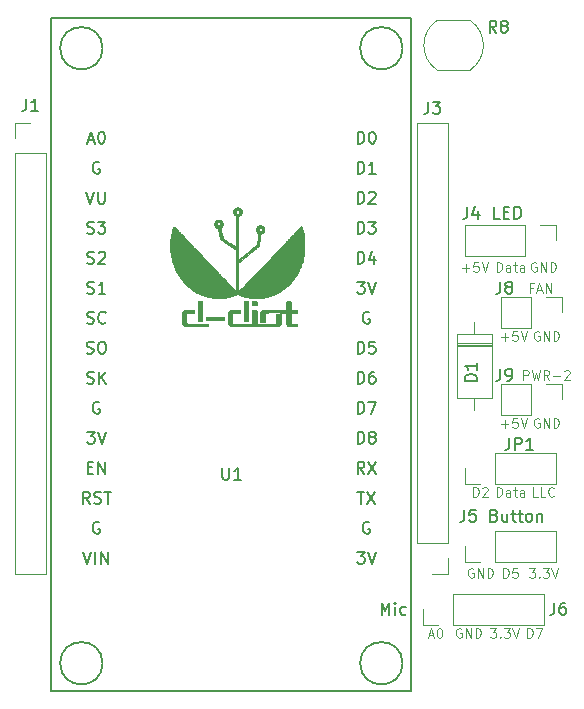
<source format=gto>
G04 #@! TF.GenerationSoftware,KiCad,Pcbnew,5.0.2-bee76a0~70~ubuntu18.04.1*
G04 #@! TF.CreationDate,2020-02-03T20:23:13+01:00*
G04 #@! TF.ProjectId,ESP8266-LolinV3-Lamp,45535038-3236-4362-9d4c-6f6c696e5633,2.0*
G04 #@! TF.SameCoordinates,Original*
G04 #@! TF.FileFunction,Legend,Top*
G04 #@! TF.FilePolarity,Positive*
%FSLAX46Y46*%
G04 Gerber Fmt 4.6, Leading zero omitted, Abs format (unit mm)*
G04 Created by KiCad (PCBNEW 5.0.2-bee76a0~70~ubuntu18.04.1) date lun 03 feb 2020 20:23:13 CET*
%MOMM*%
%LPD*%
G01*
G04 APERTURE LIST*
%ADD10C,0.120000*%
%ADD11C,0.150000*%
%ADD12C,0.010000*%
G04 APERTURE END LIST*
D10*
X184302476Y-82912000D02*
X184226285Y-82873904D01*
X184112000Y-82873904D01*
X183997714Y-82912000D01*
X183921523Y-82988190D01*
X183883428Y-83064380D01*
X183845333Y-83216761D01*
X183845333Y-83331047D01*
X183883428Y-83483428D01*
X183921523Y-83559619D01*
X183997714Y-83635809D01*
X184112000Y-83673904D01*
X184188190Y-83673904D01*
X184302476Y-83635809D01*
X184340571Y-83597714D01*
X184340571Y-83331047D01*
X184188190Y-83331047D01*
X184683428Y-83673904D02*
X184683428Y-82873904D01*
X185140571Y-83673904D01*
X185140571Y-82873904D01*
X185521523Y-83673904D02*
X185521523Y-82873904D01*
X185712000Y-82873904D01*
X185826285Y-82912000D01*
X185902476Y-82988190D01*
X185940571Y-83064380D01*
X185978666Y-83216761D01*
X185978666Y-83331047D01*
X185940571Y-83483428D01*
X185902476Y-83559619D01*
X185826285Y-83635809D01*
X185712000Y-83673904D01*
X185521523Y-83673904D01*
X181089428Y-83369142D02*
X181698952Y-83369142D01*
X181394190Y-83673904D02*
X181394190Y-83064380D01*
X182460857Y-82873904D02*
X182079904Y-82873904D01*
X182041809Y-83254857D01*
X182079904Y-83216761D01*
X182156095Y-83178666D01*
X182346571Y-83178666D01*
X182422761Y-83216761D01*
X182460857Y-83254857D01*
X182498952Y-83331047D01*
X182498952Y-83521523D01*
X182460857Y-83597714D01*
X182422761Y-83635809D01*
X182346571Y-83673904D01*
X182156095Y-83673904D01*
X182079904Y-83635809D01*
X182041809Y-83597714D01*
X182727523Y-82873904D02*
X182994190Y-83673904D01*
X183260857Y-82873904D01*
X184302476Y-75546000D02*
X184226285Y-75507904D01*
X184112000Y-75507904D01*
X183997714Y-75546000D01*
X183921523Y-75622190D01*
X183883428Y-75698380D01*
X183845333Y-75850761D01*
X183845333Y-75965047D01*
X183883428Y-76117428D01*
X183921523Y-76193619D01*
X183997714Y-76269809D01*
X184112000Y-76307904D01*
X184188190Y-76307904D01*
X184302476Y-76269809D01*
X184340571Y-76231714D01*
X184340571Y-75965047D01*
X184188190Y-75965047D01*
X184683428Y-76307904D02*
X184683428Y-75507904D01*
X185140571Y-76307904D01*
X185140571Y-75507904D01*
X185521523Y-76307904D02*
X185521523Y-75507904D01*
X185712000Y-75507904D01*
X185826285Y-75546000D01*
X185902476Y-75622190D01*
X185940571Y-75698380D01*
X185978666Y-75850761D01*
X185978666Y-75965047D01*
X185940571Y-76117428D01*
X185902476Y-76193619D01*
X185826285Y-76269809D01*
X185712000Y-76307904D01*
X185521523Y-76307904D01*
X181089428Y-76003142D02*
X181698952Y-76003142D01*
X181394190Y-76307904D02*
X181394190Y-75698380D01*
X182460857Y-75507904D02*
X182079904Y-75507904D01*
X182041809Y-75888857D01*
X182079904Y-75850761D01*
X182156095Y-75812666D01*
X182346571Y-75812666D01*
X182422761Y-75850761D01*
X182460857Y-75888857D01*
X182498952Y-75965047D01*
X182498952Y-76155523D01*
X182460857Y-76231714D01*
X182422761Y-76269809D01*
X182346571Y-76307904D01*
X182156095Y-76307904D01*
X182079904Y-76269809D01*
X182041809Y-76231714D01*
X182727523Y-75507904D02*
X182994190Y-76307904D01*
X183260857Y-75507904D01*
X182969142Y-79609904D02*
X182969142Y-78809904D01*
X183273904Y-78809904D01*
X183350095Y-78848000D01*
X183388190Y-78886095D01*
X183426285Y-78962285D01*
X183426285Y-79076571D01*
X183388190Y-79152761D01*
X183350095Y-79190857D01*
X183273904Y-79228952D01*
X182969142Y-79228952D01*
X183692952Y-78809904D02*
X183883428Y-79609904D01*
X184035809Y-79038476D01*
X184188190Y-79609904D01*
X184378666Y-78809904D01*
X185140571Y-79609904D02*
X184873904Y-79228952D01*
X184683428Y-79609904D02*
X184683428Y-78809904D01*
X184988190Y-78809904D01*
X185064380Y-78848000D01*
X185102476Y-78886095D01*
X185140571Y-78962285D01*
X185140571Y-79076571D01*
X185102476Y-79152761D01*
X185064380Y-79190857D01*
X184988190Y-79228952D01*
X184683428Y-79228952D01*
X185483428Y-79305142D02*
X186092952Y-79305142D01*
X186435809Y-78886095D02*
X186473904Y-78848000D01*
X186550095Y-78809904D01*
X186740571Y-78809904D01*
X186816761Y-78848000D01*
X186854857Y-78886095D01*
X186892952Y-78962285D01*
X186892952Y-79038476D01*
X186854857Y-79152761D01*
X186397714Y-79609904D01*
X186892952Y-79609904D01*
X183756380Y-71824857D02*
X183489714Y-71824857D01*
X183489714Y-72243904D02*
X183489714Y-71443904D01*
X183870666Y-71443904D01*
X184137333Y-72015333D02*
X184518285Y-72015333D01*
X184061142Y-72243904D02*
X184327809Y-71443904D01*
X184594476Y-72243904D01*
X184861142Y-72243904D02*
X184861142Y-71443904D01*
X185318285Y-72243904D01*
X185318285Y-71443904D01*
X184181809Y-89515904D02*
X183800857Y-89515904D01*
X183800857Y-88715904D01*
X184829428Y-89515904D02*
X184448476Y-89515904D01*
X184448476Y-88715904D01*
X185553238Y-89439714D02*
X185515142Y-89477809D01*
X185400857Y-89515904D01*
X185324666Y-89515904D01*
X185210380Y-89477809D01*
X185134190Y-89401619D01*
X185096095Y-89325428D01*
X185058000Y-89173047D01*
X185058000Y-89058761D01*
X185096095Y-88906380D01*
X185134190Y-88830190D01*
X185210380Y-88754000D01*
X185324666Y-88715904D01*
X185400857Y-88715904D01*
X185515142Y-88754000D01*
X185553238Y-88792095D01*
X178733523Y-89515904D02*
X178733523Y-88715904D01*
X178924000Y-88715904D01*
X179038285Y-88754000D01*
X179114476Y-88830190D01*
X179152571Y-88906380D01*
X179190666Y-89058761D01*
X179190666Y-89173047D01*
X179152571Y-89325428D01*
X179114476Y-89401619D01*
X179038285Y-89477809D01*
X178924000Y-89515904D01*
X178733523Y-89515904D01*
X179495428Y-88792095D02*
X179533523Y-88754000D01*
X179609714Y-88715904D01*
X179800190Y-88715904D01*
X179876380Y-88754000D01*
X179914476Y-88792095D01*
X179952571Y-88868285D01*
X179952571Y-88944476D01*
X179914476Y-89058761D01*
X179457333Y-89515904D01*
X179952571Y-89515904D01*
X180702095Y-89515904D02*
X180702095Y-88715904D01*
X180892571Y-88715904D01*
X181006857Y-88754000D01*
X181083047Y-88830190D01*
X181121142Y-88906380D01*
X181159238Y-89058761D01*
X181159238Y-89173047D01*
X181121142Y-89325428D01*
X181083047Y-89401619D01*
X181006857Y-89477809D01*
X180892571Y-89515904D01*
X180702095Y-89515904D01*
X181844952Y-89515904D02*
X181844952Y-89096857D01*
X181806857Y-89020666D01*
X181730666Y-88982571D01*
X181578285Y-88982571D01*
X181502095Y-89020666D01*
X181844952Y-89477809D02*
X181768761Y-89515904D01*
X181578285Y-89515904D01*
X181502095Y-89477809D01*
X181464000Y-89401619D01*
X181464000Y-89325428D01*
X181502095Y-89249238D01*
X181578285Y-89211142D01*
X181768761Y-89211142D01*
X181844952Y-89173047D01*
X182111619Y-88982571D02*
X182416380Y-88982571D01*
X182225904Y-88715904D02*
X182225904Y-89401619D01*
X182264000Y-89477809D01*
X182340190Y-89515904D01*
X182416380Y-89515904D01*
X183025904Y-89515904D02*
X183025904Y-89096857D01*
X182987809Y-89020666D01*
X182911619Y-88982571D01*
X182759238Y-88982571D01*
X182683047Y-89020666D01*
X183025904Y-89477809D02*
X182949714Y-89515904D01*
X182759238Y-89515904D01*
X182683047Y-89477809D01*
X182644952Y-89401619D01*
X182644952Y-89325428D01*
X182683047Y-89249238D01*
X182759238Y-89211142D01*
X182949714Y-89211142D01*
X183025904Y-89173047D01*
X183305523Y-101453904D02*
X183305523Y-100653904D01*
X183496000Y-100653904D01*
X183610285Y-100692000D01*
X183686476Y-100768190D01*
X183724571Y-100844380D01*
X183762666Y-100996761D01*
X183762666Y-101111047D01*
X183724571Y-101263428D01*
X183686476Y-101339619D01*
X183610285Y-101415809D01*
X183496000Y-101453904D01*
X183305523Y-101453904D01*
X184029333Y-100653904D02*
X184562666Y-100653904D01*
X184219809Y-101453904D01*
X180175047Y-100653904D02*
X180670285Y-100653904D01*
X180403619Y-100958666D01*
X180517904Y-100958666D01*
X180594095Y-100996761D01*
X180632190Y-101034857D01*
X180670285Y-101111047D01*
X180670285Y-101301523D01*
X180632190Y-101377714D01*
X180594095Y-101415809D01*
X180517904Y-101453904D01*
X180289333Y-101453904D01*
X180213142Y-101415809D01*
X180175047Y-101377714D01*
X181013142Y-101377714D02*
X181051238Y-101415809D01*
X181013142Y-101453904D01*
X180975047Y-101415809D01*
X181013142Y-101377714D01*
X181013142Y-101453904D01*
X181317904Y-100653904D02*
X181813142Y-100653904D01*
X181546476Y-100958666D01*
X181660761Y-100958666D01*
X181736952Y-100996761D01*
X181775047Y-101034857D01*
X181813142Y-101111047D01*
X181813142Y-101301523D01*
X181775047Y-101377714D01*
X181736952Y-101415809D01*
X181660761Y-101453904D01*
X181432190Y-101453904D01*
X181356000Y-101415809D01*
X181317904Y-101377714D01*
X182041714Y-100653904D02*
X182308380Y-101453904D01*
X182575047Y-100653904D01*
X177698476Y-100692000D02*
X177622285Y-100653904D01*
X177508000Y-100653904D01*
X177393714Y-100692000D01*
X177317523Y-100768190D01*
X177279428Y-100844380D01*
X177241333Y-100996761D01*
X177241333Y-101111047D01*
X177279428Y-101263428D01*
X177317523Y-101339619D01*
X177393714Y-101415809D01*
X177508000Y-101453904D01*
X177584190Y-101453904D01*
X177698476Y-101415809D01*
X177736571Y-101377714D01*
X177736571Y-101111047D01*
X177584190Y-101111047D01*
X178079428Y-101453904D02*
X178079428Y-100653904D01*
X178536571Y-101453904D01*
X178536571Y-100653904D01*
X178917523Y-101453904D02*
X178917523Y-100653904D01*
X179108000Y-100653904D01*
X179222285Y-100692000D01*
X179298476Y-100768190D01*
X179336571Y-100844380D01*
X179374666Y-100996761D01*
X179374666Y-101111047D01*
X179336571Y-101263428D01*
X179298476Y-101339619D01*
X179222285Y-101415809D01*
X179108000Y-101453904D01*
X178917523Y-101453904D01*
X174942571Y-101225333D02*
X175323523Y-101225333D01*
X174866380Y-101453904D02*
X175133047Y-100653904D01*
X175399714Y-101453904D01*
X175818761Y-100653904D02*
X175894952Y-100653904D01*
X175971142Y-100692000D01*
X176009238Y-100730095D01*
X176047333Y-100806285D01*
X176085428Y-100958666D01*
X176085428Y-101149142D01*
X176047333Y-101301523D01*
X176009238Y-101377714D01*
X175971142Y-101415809D01*
X175894952Y-101453904D01*
X175818761Y-101453904D01*
X175742571Y-101415809D01*
X175704476Y-101377714D01*
X175666380Y-101301523D01*
X175628285Y-101149142D01*
X175628285Y-100958666D01*
X175666380Y-100806285D01*
X175704476Y-100730095D01*
X175742571Y-100692000D01*
X175818761Y-100653904D01*
D11*
X180967142Y-65984380D02*
X180490952Y-65984380D01*
X180490952Y-64984380D01*
X181300476Y-65460571D02*
X181633809Y-65460571D01*
X181776666Y-65984380D02*
X181300476Y-65984380D01*
X181300476Y-64984380D01*
X181776666Y-64984380D01*
X182205238Y-65984380D02*
X182205238Y-64984380D01*
X182443333Y-64984380D01*
X182586190Y-65032000D01*
X182681428Y-65127238D01*
X182729047Y-65222476D01*
X182776666Y-65412952D01*
X182776666Y-65555809D01*
X182729047Y-65746285D01*
X182681428Y-65841523D01*
X182586190Y-65936761D01*
X182443333Y-65984380D01*
X182205238Y-65984380D01*
D10*
X184048476Y-69704000D02*
X183972285Y-69665904D01*
X183858000Y-69665904D01*
X183743714Y-69704000D01*
X183667523Y-69780190D01*
X183629428Y-69856380D01*
X183591333Y-70008761D01*
X183591333Y-70123047D01*
X183629428Y-70275428D01*
X183667523Y-70351619D01*
X183743714Y-70427809D01*
X183858000Y-70465904D01*
X183934190Y-70465904D01*
X184048476Y-70427809D01*
X184086571Y-70389714D01*
X184086571Y-70123047D01*
X183934190Y-70123047D01*
X184429428Y-70465904D02*
X184429428Y-69665904D01*
X184886571Y-70465904D01*
X184886571Y-69665904D01*
X185267523Y-70465904D02*
X185267523Y-69665904D01*
X185458000Y-69665904D01*
X185572285Y-69704000D01*
X185648476Y-69780190D01*
X185686571Y-69856380D01*
X185724666Y-70008761D01*
X185724666Y-70123047D01*
X185686571Y-70275428D01*
X185648476Y-70351619D01*
X185572285Y-70427809D01*
X185458000Y-70465904D01*
X185267523Y-70465904D01*
X180702095Y-70465904D02*
X180702095Y-69665904D01*
X180892571Y-69665904D01*
X181006857Y-69704000D01*
X181083047Y-69780190D01*
X181121142Y-69856380D01*
X181159238Y-70008761D01*
X181159238Y-70123047D01*
X181121142Y-70275428D01*
X181083047Y-70351619D01*
X181006857Y-70427809D01*
X180892571Y-70465904D01*
X180702095Y-70465904D01*
X181844952Y-70465904D02*
X181844952Y-70046857D01*
X181806857Y-69970666D01*
X181730666Y-69932571D01*
X181578285Y-69932571D01*
X181502095Y-69970666D01*
X181844952Y-70427809D02*
X181768761Y-70465904D01*
X181578285Y-70465904D01*
X181502095Y-70427809D01*
X181464000Y-70351619D01*
X181464000Y-70275428D01*
X181502095Y-70199238D01*
X181578285Y-70161142D01*
X181768761Y-70161142D01*
X181844952Y-70123047D01*
X182111619Y-69932571D02*
X182416380Y-69932571D01*
X182225904Y-69665904D02*
X182225904Y-70351619D01*
X182264000Y-70427809D01*
X182340190Y-70465904D01*
X182416380Y-70465904D01*
X183025904Y-70465904D02*
X183025904Y-70046857D01*
X182987809Y-69970666D01*
X182911619Y-69932571D01*
X182759238Y-69932571D01*
X182683047Y-69970666D01*
X183025904Y-70427809D02*
X182949714Y-70465904D01*
X182759238Y-70465904D01*
X182683047Y-70427809D01*
X182644952Y-70351619D01*
X182644952Y-70275428D01*
X182683047Y-70199238D01*
X182759238Y-70161142D01*
X182949714Y-70161142D01*
X183025904Y-70123047D01*
X177787428Y-70161142D02*
X178396952Y-70161142D01*
X178092190Y-70465904D02*
X178092190Y-69856380D01*
X179158857Y-69665904D02*
X178777904Y-69665904D01*
X178739809Y-70046857D01*
X178777904Y-70008761D01*
X178854095Y-69970666D01*
X179044571Y-69970666D01*
X179120761Y-70008761D01*
X179158857Y-70046857D01*
X179196952Y-70123047D01*
X179196952Y-70313523D01*
X179158857Y-70389714D01*
X179120761Y-70427809D01*
X179044571Y-70465904D01*
X178854095Y-70465904D01*
X178777904Y-70427809D01*
X178739809Y-70389714D01*
X179425523Y-69665904D02*
X179692190Y-70465904D01*
X179958857Y-69665904D01*
D11*
X170958000Y-99512380D02*
X170958000Y-98512380D01*
X171291333Y-99226666D01*
X171624666Y-98512380D01*
X171624666Y-99512380D01*
X172100857Y-99512380D02*
X172100857Y-98845714D01*
X172100857Y-98512380D02*
X172053238Y-98560000D01*
X172100857Y-98607619D01*
X172148476Y-98560000D01*
X172100857Y-98512380D01*
X172100857Y-98607619D01*
X173005619Y-99464761D02*
X172910380Y-99512380D01*
X172719904Y-99512380D01*
X172624666Y-99464761D01*
X172577047Y-99417142D01*
X172529428Y-99321904D01*
X172529428Y-99036190D01*
X172577047Y-98940952D01*
X172624666Y-98893333D01*
X172719904Y-98845714D01*
X172910380Y-98845714D01*
X173005619Y-98893333D01*
D10*
X183477047Y-95573904D02*
X183972285Y-95573904D01*
X183705619Y-95878666D01*
X183819904Y-95878666D01*
X183896095Y-95916761D01*
X183934190Y-95954857D01*
X183972285Y-96031047D01*
X183972285Y-96221523D01*
X183934190Y-96297714D01*
X183896095Y-96335809D01*
X183819904Y-96373904D01*
X183591333Y-96373904D01*
X183515142Y-96335809D01*
X183477047Y-96297714D01*
X184315142Y-96297714D02*
X184353238Y-96335809D01*
X184315142Y-96373904D01*
X184277047Y-96335809D01*
X184315142Y-96297714D01*
X184315142Y-96373904D01*
X184619904Y-95573904D02*
X185115142Y-95573904D01*
X184848476Y-95878666D01*
X184962761Y-95878666D01*
X185038952Y-95916761D01*
X185077047Y-95954857D01*
X185115142Y-96031047D01*
X185115142Y-96221523D01*
X185077047Y-96297714D01*
X185038952Y-96335809D01*
X184962761Y-96373904D01*
X184734190Y-96373904D01*
X184658000Y-96335809D01*
X184619904Y-96297714D01*
X185343714Y-95573904D02*
X185610380Y-96373904D01*
X185877047Y-95573904D01*
X178714476Y-95612000D02*
X178638285Y-95573904D01*
X178524000Y-95573904D01*
X178409714Y-95612000D01*
X178333523Y-95688190D01*
X178295428Y-95764380D01*
X178257333Y-95916761D01*
X178257333Y-96031047D01*
X178295428Y-96183428D01*
X178333523Y-96259619D01*
X178409714Y-96335809D01*
X178524000Y-96373904D01*
X178600190Y-96373904D01*
X178714476Y-96335809D01*
X178752571Y-96297714D01*
X178752571Y-96031047D01*
X178600190Y-96031047D01*
X179095428Y-96373904D02*
X179095428Y-95573904D01*
X179552571Y-96373904D01*
X179552571Y-95573904D01*
X179933523Y-96373904D02*
X179933523Y-95573904D01*
X180124000Y-95573904D01*
X180238285Y-95612000D01*
X180314476Y-95688190D01*
X180352571Y-95764380D01*
X180390666Y-95916761D01*
X180390666Y-96031047D01*
X180352571Y-96183428D01*
X180314476Y-96259619D01*
X180238285Y-96335809D01*
X180124000Y-96373904D01*
X179933523Y-96373904D01*
X181273523Y-96373904D02*
X181273523Y-95573904D01*
X181464000Y-95573904D01*
X181578285Y-95612000D01*
X181654476Y-95688190D01*
X181692571Y-95764380D01*
X181730666Y-95916761D01*
X181730666Y-96031047D01*
X181692571Y-96183428D01*
X181654476Y-96259619D01*
X181578285Y-96335809D01*
X181464000Y-96373904D01*
X181273523Y-96373904D01*
X182454476Y-95573904D02*
X182073523Y-95573904D01*
X182035428Y-95954857D01*
X182073523Y-95916761D01*
X182149714Y-95878666D01*
X182340190Y-95878666D01*
X182416380Y-95916761D01*
X182454476Y-95954857D01*
X182492571Y-96031047D01*
X182492571Y-96221523D01*
X182454476Y-96297714D01*
X182416380Y-96335809D01*
X182340190Y-96373904D01*
X182149714Y-96373904D01*
X182073523Y-96335809D01*
X182035428Y-96297714D01*
D11*
X180514857Y-91114571D02*
X180657714Y-91162190D01*
X180705333Y-91209809D01*
X180752952Y-91305047D01*
X180752952Y-91447904D01*
X180705333Y-91543142D01*
X180657714Y-91590761D01*
X180562476Y-91638380D01*
X180181523Y-91638380D01*
X180181523Y-90638380D01*
X180514857Y-90638380D01*
X180610095Y-90686000D01*
X180657714Y-90733619D01*
X180705333Y-90828857D01*
X180705333Y-90924095D01*
X180657714Y-91019333D01*
X180610095Y-91066952D01*
X180514857Y-91114571D01*
X180181523Y-91114571D01*
X181610095Y-90971714D02*
X181610095Y-91638380D01*
X181181523Y-90971714D02*
X181181523Y-91495523D01*
X181229142Y-91590761D01*
X181324380Y-91638380D01*
X181467238Y-91638380D01*
X181562476Y-91590761D01*
X181610095Y-91543142D01*
X181943428Y-90971714D02*
X182324380Y-90971714D01*
X182086285Y-90638380D02*
X182086285Y-91495523D01*
X182133904Y-91590761D01*
X182229142Y-91638380D01*
X182324380Y-91638380D01*
X182514857Y-90971714D02*
X182895809Y-90971714D01*
X182657714Y-90638380D02*
X182657714Y-91495523D01*
X182705333Y-91590761D01*
X182800571Y-91638380D01*
X182895809Y-91638380D01*
X183372000Y-91638380D02*
X183276761Y-91590761D01*
X183229142Y-91543142D01*
X183181523Y-91447904D01*
X183181523Y-91162190D01*
X183229142Y-91066952D01*
X183276761Y-91019333D01*
X183372000Y-90971714D01*
X183514857Y-90971714D01*
X183610095Y-91019333D01*
X183657714Y-91066952D01*
X183705333Y-91162190D01*
X183705333Y-91447904D01*
X183657714Y-91543142D01*
X183610095Y-91590761D01*
X183514857Y-91638380D01*
X183372000Y-91638380D01*
X184133904Y-90971714D02*
X184133904Y-91638380D01*
X184133904Y-91066952D02*
X184181523Y-91019333D01*
X184276761Y-90971714D01*
X184419619Y-90971714D01*
X184514857Y-91019333D01*
X184562476Y-91114571D01*
X184562476Y-91638380D01*
D10*
G04 #@! TO.C,J9*
X181042000Y-79950000D02*
X181042000Y-82610000D01*
X183642000Y-79950000D02*
X181042000Y-79950000D01*
X183642000Y-82610000D02*
X181042000Y-82610000D01*
X183642000Y-79950000D02*
X183642000Y-82610000D01*
X184912000Y-79950000D02*
X186242000Y-79950000D01*
X186242000Y-79950000D02*
X186242000Y-81280000D01*
G04 #@! TO.C,J8*
X181042000Y-72584000D02*
X181042000Y-75244000D01*
X183642000Y-72584000D02*
X181042000Y-72584000D01*
X183642000Y-75244000D02*
X181042000Y-75244000D01*
X183642000Y-72584000D02*
X183642000Y-75244000D01*
X184912000Y-72584000D02*
X186242000Y-72584000D01*
X186242000Y-72584000D02*
X186242000Y-73914000D01*
G04 #@! TO.C,D1*
X180286000Y-75766000D02*
X177346000Y-75766000D01*
X177346000Y-75766000D02*
X177346000Y-81206000D01*
X177346000Y-81206000D02*
X180286000Y-81206000D01*
X180286000Y-81206000D02*
X180286000Y-75766000D01*
X178816000Y-74746000D02*
X178816000Y-75766000D01*
X178816000Y-82226000D02*
X178816000Y-81206000D01*
X180286000Y-76666000D02*
X177346000Y-76666000D01*
X180286000Y-76786000D02*
X177346000Y-76786000D01*
X180286000Y-76546000D02*
X177346000Y-76546000D01*
D11*
G04 #@! TO.C,U1*
X172738051Y-103632000D02*
G75*
G03X172738051Y-103632000I-1796051J0D01*
G01*
X147338051Y-103632000D02*
G75*
G03X147338051Y-103632000I-1796051J0D01*
G01*
X147338051Y-51562000D02*
G75*
G03X147338051Y-51562000I-1796051J0D01*
G01*
X172738051Y-51562000D02*
G75*
G03X172738051Y-51562000I-1796051J0D01*
G01*
X173492000Y-49002000D02*
X143492000Y-49002000D01*
X143492000Y-49002000D02*
X142992000Y-49002000D01*
X142992000Y-49002000D02*
X142992000Y-106002000D01*
X142992000Y-106002000D02*
X173492000Y-106002000D01*
X173492000Y-106002000D02*
X173492000Y-49002000D01*
D10*
G04 #@! TO.C,R8*
X178462000Y-49208000D02*
X175662000Y-49208000D01*
X178462000Y-53408000D02*
X175662000Y-53408000D01*
X175675963Y-49198758D02*
G75*
G03X175662000Y-53408000I1386037J-2109242D01*
G01*
X178448037Y-53417242D02*
G75*
G03X178462000Y-49208000I-1386037J2109242D01*
G01*
G04 #@! TO.C,J1*
X139894000Y-57852000D02*
X141224000Y-57852000D01*
X139894000Y-59182000D02*
X139894000Y-57852000D01*
X139894000Y-60452000D02*
X142554000Y-60452000D01*
X142554000Y-60452000D02*
X142554000Y-96072000D01*
X139894000Y-60452000D02*
X139894000Y-96072000D01*
X139894000Y-96072000D02*
X142554000Y-96072000D01*
G04 #@! TO.C,JP1*
X185734000Y-88452000D02*
X185734000Y-85792000D01*
X180594000Y-88452000D02*
X185734000Y-88452000D01*
X180594000Y-85792000D02*
X185734000Y-85792000D01*
X180594000Y-88452000D02*
X180594000Y-85792000D01*
X179324000Y-88452000D02*
X177994000Y-88452000D01*
X177994000Y-88452000D02*
X177994000Y-87122000D01*
G04 #@! TO.C,J4*
X185734000Y-66488000D02*
X185734000Y-67818000D01*
X184404000Y-66488000D02*
X185734000Y-66488000D01*
X183134000Y-66488000D02*
X183134000Y-69148000D01*
X183134000Y-69148000D02*
X177994000Y-69148000D01*
X183134000Y-66488000D02*
X177994000Y-66488000D01*
X177994000Y-66488000D02*
X177994000Y-69148000D01*
G04 #@! TO.C,J5*
X185734000Y-95056000D02*
X185734000Y-92396000D01*
X180594000Y-95056000D02*
X185734000Y-95056000D01*
X180594000Y-92396000D02*
X185734000Y-92396000D01*
X180594000Y-95056000D02*
X180594000Y-92396000D01*
X179324000Y-95056000D02*
X177994000Y-95056000D01*
X177994000Y-95056000D02*
X177994000Y-93726000D01*
G04 #@! TO.C,J6*
X184718000Y-100390000D02*
X184718000Y-97730000D01*
X177038000Y-100390000D02*
X184718000Y-100390000D01*
X177038000Y-97730000D02*
X184718000Y-97730000D01*
X177038000Y-100390000D02*
X177038000Y-97730000D01*
X175768000Y-100390000D02*
X174438000Y-100390000D01*
X174438000Y-100390000D02*
X174438000Y-99060000D01*
G04 #@! TO.C,J3*
X176590000Y-57852000D02*
X173930000Y-57852000D01*
X176590000Y-93472000D02*
X176590000Y-57852000D01*
X173930000Y-93472000D02*
X173930000Y-57852000D01*
X176590000Y-93472000D02*
X173930000Y-93472000D01*
X176590000Y-94742000D02*
X176590000Y-96072000D01*
X176590000Y-96072000D02*
X175260000Y-96072000D01*
D12*
G04 #@! TO.C,G\002A\002A\002A*
G36*
X158790800Y-65046075D02*
X158811413Y-65047600D01*
X158828527Y-65050020D01*
X158829425Y-65050196D01*
X158871553Y-65061141D01*
X158911413Y-65076488D01*
X158948748Y-65095980D01*
X158983302Y-65119357D01*
X159014820Y-65146359D01*
X159043047Y-65176729D01*
X159067725Y-65210207D01*
X159088599Y-65246534D01*
X159105414Y-65285451D01*
X159117913Y-65326699D01*
X159122180Y-65346580D01*
X159124806Y-65365677D01*
X159126353Y-65388083D01*
X159126820Y-65412144D01*
X159126207Y-65436202D01*
X159124512Y-65458604D01*
X159122266Y-65474850D01*
X159112279Y-65517068D01*
X159097833Y-65557050D01*
X159079135Y-65594564D01*
X159056391Y-65629383D01*
X159029809Y-65661276D01*
X158999597Y-65690014D01*
X158965960Y-65715368D01*
X158929106Y-65737108D01*
X158889242Y-65755006D01*
X158860490Y-65764873D01*
X158845250Y-65769490D01*
X158844613Y-67625807D01*
X158844573Y-67750193D01*
X158844542Y-67870638D01*
X158844519Y-67987098D01*
X158844503Y-68099533D01*
X158844495Y-68207900D01*
X158844495Y-68312157D01*
X158844503Y-68412262D01*
X158844519Y-68508174D01*
X158844542Y-68599851D01*
X158844573Y-68687250D01*
X158844612Y-68770330D01*
X158844658Y-68849048D01*
X158844711Y-68923364D01*
X158844772Y-68993234D01*
X158844841Y-69058618D01*
X158844917Y-69119473D01*
X158845000Y-69175757D01*
X158845091Y-69227428D01*
X158845189Y-69274445D01*
X158845294Y-69316766D01*
X158845406Y-69354348D01*
X158845525Y-69387150D01*
X158845652Y-69415129D01*
X158845786Y-69438245D01*
X158845926Y-69456454D01*
X158846074Y-69469716D01*
X158846229Y-69477987D01*
X158846390Y-69481227D01*
X158846415Y-69481277D01*
X158848524Y-69479616D01*
X158854417Y-69474827D01*
X158863960Y-69467019D01*
X158877023Y-69456300D01*
X158893474Y-69442779D01*
X158913179Y-69426565D01*
X158936009Y-69407767D01*
X158961830Y-69386494D01*
X158990510Y-69362855D01*
X159021919Y-69336958D01*
X159055923Y-69308912D01*
X159092391Y-69278827D01*
X159131191Y-69246810D01*
X159172192Y-69212971D01*
X159215260Y-69177418D01*
X159260265Y-69140261D01*
X159307075Y-69101608D01*
X159355556Y-69061569D01*
X159405578Y-69020251D01*
X159457009Y-68977764D01*
X159509717Y-68934216D01*
X159563569Y-68889717D01*
X159618434Y-68844375D01*
X159627915Y-68836540D01*
X159682952Y-68791052D01*
X159737003Y-68746380D01*
X159789936Y-68702634D01*
X159841617Y-68659922D01*
X159891915Y-68618354D01*
X159940699Y-68578039D01*
X159987835Y-68539086D01*
X160033191Y-68501605D01*
X160076636Y-68465704D01*
X160118037Y-68431493D01*
X160157263Y-68399080D01*
X160194180Y-68368576D01*
X160228658Y-68340089D01*
X160260563Y-68313728D01*
X160289764Y-68289603D01*
X160316128Y-68267823D01*
X160339524Y-68248496D01*
X160359818Y-68231733D01*
X160376880Y-68217642D01*
X160390577Y-68206332D01*
X160400777Y-68197913D01*
X160407348Y-68192495D01*
X160410157Y-68190185D01*
X160410250Y-68190110D01*
X160411054Y-68187241D01*
X160412517Y-68179370D01*
X160414639Y-68166494D01*
X160417421Y-68148611D01*
X160420862Y-68125718D01*
X160424964Y-68097812D01*
X160429726Y-68064891D01*
X160435150Y-68026951D01*
X160441234Y-67983990D01*
X160447981Y-67936006D01*
X160455389Y-67882995D01*
X160463460Y-67824956D01*
X160472194Y-67761885D01*
X160479668Y-67707737D01*
X160486384Y-67658990D01*
X160492906Y-67611604D01*
X160499200Y-67565821D01*
X160505234Y-67521887D01*
X160510973Y-67480044D01*
X160516385Y-67440539D01*
X160521435Y-67403614D01*
X160526092Y-67369513D01*
X160530322Y-67338481D01*
X160534090Y-67310762D01*
X160537365Y-67286600D01*
X160540112Y-67266238D01*
X160542299Y-67249922D01*
X160543892Y-67237894D01*
X160544858Y-67230400D01*
X160545163Y-67227683D01*
X160545161Y-67227677D01*
X160542763Y-67226528D01*
X160536774Y-67223592D01*
X160528151Y-67219339D01*
X160519866Y-67215240D01*
X160484339Y-67194897D01*
X160451980Y-67170842D01*
X160422943Y-67143455D01*
X160397382Y-67113115D01*
X160375452Y-67080201D01*
X160357309Y-67045091D01*
X160343107Y-67008165D01*
X160333001Y-66969802D01*
X160327146Y-66930381D01*
X160325697Y-66890281D01*
X160325817Y-66888711D01*
X160526572Y-66888711D01*
X160526609Y-66909581D01*
X160528777Y-66929261D01*
X160532582Y-66944558D01*
X160543868Y-66969994D01*
X160559220Y-66993149D01*
X160578059Y-67013419D01*
X160599810Y-67030202D01*
X160623892Y-67042895D01*
X160628649Y-67044782D01*
X160655726Y-67052386D01*
X160683009Y-67054925D01*
X160710358Y-67052395D01*
X160727922Y-67048085D01*
X160753818Y-67037634D01*
X160777021Y-67023184D01*
X160797169Y-67005221D01*
X160813901Y-66984229D01*
X160826857Y-66960692D01*
X160835676Y-66935096D01*
X160839995Y-66907926D01*
X160840382Y-66897148D01*
X160838125Y-66869795D01*
X160831198Y-66844270D01*
X160819526Y-66820398D01*
X160803033Y-66798000D01*
X160793613Y-66787950D01*
X160771858Y-66769273D01*
X160748900Y-66755471D01*
X160724412Y-66746418D01*
X160698069Y-66741985D01*
X160675320Y-66741686D01*
X160647901Y-66745460D01*
X160621993Y-66753829D01*
X160598098Y-66766410D01*
X160576717Y-66782821D01*
X160558349Y-66802678D01*
X160543497Y-66825599D01*
X160532866Y-66850575D01*
X160528659Y-66868444D01*
X160526572Y-66888711D01*
X160325817Y-66888711D01*
X160328808Y-66849882D01*
X160336635Y-66809562D01*
X160343972Y-66784625D01*
X160359757Y-66745176D01*
X160379699Y-66708468D01*
X160403541Y-66674728D01*
X160431027Y-66644183D01*
X160461900Y-66617059D01*
X160495903Y-66593582D01*
X160532779Y-66573980D01*
X160572273Y-66558478D01*
X160612611Y-66547621D01*
X160633232Y-66544348D01*
X160657079Y-66542369D01*
X160682537Y-66541684D01*
X160707994Y-66542294D01*
X160731837Y-66544199D01*
X160752453Y-66547400D01*
X160753268Y-66547572D01*
X160795687Y-66559114D01*
X160835463Y-66574907D01*
X160872394Y-66594747D01*
X160906278Y-66618432D01*
X160936911Y-66645759D01*
X160964090Y-66676525D01*
X160987613Y-66710526D01*
X161007277Y-66747561D01*
X161022879Y-66787425D01*
X161033897Y-66828405D01*
X161036861Y-66846986D01*
X161038778Y-66868956D01*
X161039631Y-66892727D01*
X161039405Y-66916714D01*
X161038082Y-66939331D01*
X161035647Y-66958991D01*
X161035276Y-66961094D01*
X161025223Y-67002261D01*
X161010693Y-67041343D01*
X160991959Y-67078059D01*
X160969292Y-67112126D01*
X160942965Y-67143263D01*
X160913251Y-67171188D01*
X160880421Y-67195618D01*
X160844749Y-67216272D01*
X160806506Y-67232868D01*
X160765965Y-67245124D01*
X160759469Y-67246622D01*
X160748679Y-67248847D01*
X160739049Y-67250549D01*
X160732196Y-67251450D01*
X160730788Y-67251525D01*
X160726175Y-67252285D01*
X160723755Y-67255432D01*
X160722476Y-67261105D01*
X160721980Y-67264535D01*
X160720824Y-67272756D01*
X160719042Y-67285521D01*
X160716669Y-67302589D01*
X160713737Y-67323716D01*
X160710280Y-67348659D01*
X160706332Y-67377173D01*
X160701926Y-67409016D01*
X160697097Y-67443944D01*
X160691878Y-67481714D01*
X160686302Y-67522083D01*
X160680403Y-67564806D01*
X160674215Y-67609642D01*
X160667772Y-67656345D01*
X160661107Y-67704673D01*
X160654253Y-67754382D01*
X160651104Y-67777227D01*
X160644186Y-67827355D01*
X160637433Y-67876140D01*
X160630881Y-67923342D01*
X160624562Y-67968725D01*
X160618511Y-68012048D01*
X160612762Y-68053075D01*
X160607348Y-68091567D01*
X160602302Y-68127285D01*
X160597660Y-68159992D01*
X160593454Y-68189448D01*
X160589718Y-68215415D01*
X160586486Y-68237656D01*
X160583793Y-68255932D01*
X160581671Y-68270004D01*
X160580154Y-68279634D01*
X160579277Y-68284584D01*
X160579093Y-68285227D01*
X160577008Y-68286923D01*
X160571132Y-68291752D01*
X160561591Y-68299611D01*
X160548510Y-68310396D01*
X160532013Y-68324005D01*
X160512225Y-68340334D01*
X160489272Y-68359280D01*
X160463279Y-68380740D01*
X160434370Y-68404610D01*
X160402670Y-68430787D01*
X160368305Y-68459168D01*
X160331400Y-68489649D01*
X160292079Y-68522128D01*
X160250468Y-68556501D01*
X160206691Y-68592665D01*
X160160874Y-68630517D01*
X160113142Y-68669952D01*
X160063619Y-68710869D01*
X160012431Y-68753164D01*
X159959703Y-68796733D01*
X159905559Y-68841473D01*
X159850125Y-68887281D01*
X159793526Y-68934055D01*
X159735886Y-68981689D01*
X159710441Y-69002718D01*
X158843980Y-69718807D01*
X158843980Y-70940315D01*
X158843984Y-71024874D01*
X158843998Y-71107458D01*
X158844020Y-71187937D01*
X158844051Y-71266179D01*
X158844091Y-71342055D01*
X158844139Y-71415431D01*
X158844194Y-71486179D01*
X158844257Y-71554166D01*
X158844328Y-71619262D01*
X158844405Y-71681336D01*
X158844490Y-71740257D01*
X158844581Y-71795894D01*
X158844679Y-71848116D01*
X158844782Y-71896792D01*
X158844892Y-71941792D01*
X158845008Y-71982984D01*
X158845129Y-72020237D01*
X158845255Y-72053420D01*
X158845386Y-72082403D01*
X158845522Y-72107054D01*
X158845663Y-72127243D01*
X158845807Y-72142838D01*
X158845956Y-72153709D01*
X158846109Y-72159725D01*
X158846220Y-72160976D01*
X158848618Y-72158865D01*
X158853707Y-72153627D01*
X158860833Y-72145959D01*
X158869342Y-72136558D01*
X158873233Y-72132190D01*
X158886752Y-72117073D01*
X158900999Y-72101416D01*
X158916204Y-72084980D01*
X158932600Y-72067529D01*
X158950418Y-72048826D01*
X158969889Y-72028634D01*
X158991246Y-72006716D01*
X159014719Y-71982835D01*
X159040541Y-71956754D01*
X159068942Y-71928236D01*
X159100154Y-71897044D01*
X159134410Y-71862942D01*
X159171939Y-71825691D01*
X159197147Y-71800720D01*
X159398556Y-71601330D01*
X160871943Y-70053200D01*
X160949879Y-69971310D01*
X161029083Y-69888089D01*
X161109398Y-69803702D01*
X161190666Y-69718313D01*
X161272733Y-69632086D01*
X161355440Y-69545186D01*
X161438632Y-69457778D01*
X161522152Y-69370026D01*
X161605844Y-69282094D01*
X161689551Y-69194147D01*
X161773116Y-69106348D01*
X161856383Y-69018864D01*
X161939196Y-68931858D01*
X162021397Y-68845494D01*
X162102831Y-68759937D01*
X162183341Y-68675351D01*
X162262770Y-68591902D01*
X162340962Y-68509753D01*
X162417760Y-68429068D01*
X162493008Y-68350013D01*
X162566549Y-68272752D01*
X162638227Y-68197448D01*
X162707886Y-68124267D01*
X162775367Y-68053374D01*
X162840516Y-67984931D01*
X162903176Y-67919105D01*
X162963190Y-67856059D01*
X163020401Y-67795958D01*
X163074653Y-67738966D01*
X163125790Y-67685247D01*
X163173655Y-67634967D01*
X163194980Y-67612567D01*
X163249517Y-67555278D01*
X163303236Y-67498847D01*
X163356027Y-67443388D01*
X163407782Y-67389016D01*
X163458390Y-67335846D01*
X163507742Y-67283994D01*
X163555729Y-67233574D01*
X163602242Y-67184702D01*
X163647170Y-67137492D01*
X163690405Y-67092059D01*
X163731836Y-67048519D01*
X163771356Y-67006986D01*
X163808853Y-66967576D01*
X163844219Y-66930404D01*
X163877344Y-66895584D01*
X163908118Y-66863232D01*
X163936433Y-66833463D01*
X163962179Y-66806391D01*
X163985246Y-66782132D01*
X164005526Y-66760801D01*
X164022907Y-66742513D01*
X164037282Y-66727382D01*
X164048540Y-66715524D01*
X164056573Y-66707055D01*
X164061270Y-66702088D01*
X164062371Y-66700913D01*
X164075902Y-66686868D01*
X164089394Y-66673886D01*
X164102212Y-66662501D01*
X164113720Y-66653247D01*
X164123282Y-66646659D01*
X164130262Y-66643272D01*
X164131212Y-66643040D01*
X164144289Y-66642393D01*
X164156164Y-66645792D01*
X164167181Y-66653488D01*
X164177685Y-66665731D01*
X164188021Y-66682769D01*
X164189242Y-66685101D01*
X164198661Y-66704795D01*
X164209037Y-66729206D01*
X164220282Y-66758083D01*
X164232305Y-66791171D01*
X164245015Y-66828220D01*
X164258323Y-66868974D01*
X164272138Y-66913183D01*
X164280764Y-66941700D01*
X164288095Y-66966396D01*
X164294259Y-66987683D01*
X164299491Y-67006565D01*
X164304025Y-67024043D01*
X164308098Y-67041122D01*
X164311942Y-67058802D01*
X164315794Y-67078087D01*
X164319887Y-67099981D01*
X164324457Y-67125485D01*
X164326478Y-67136959D01*
X164354178Y-67304796D01*
X164377833Y-67469635D01*
X164397447Y-67631546D01*
X164413024Y-67790598D01*
X164424569Y-67946859D01*
X164432086Y-68100400D01*
X164435579Y-68251289D01*
X164435053Y-68399595D01*
X164430512Y-68545389D01*
X164422943Y-68675250D01*
X164409584Y-68826940D01*
X164391271Y-68977807D01*
X164368048Y-69127725D01*
X164339957Y-69276569D01*
X164307042Y-69424214D01*
X164269347Y-69570533D01*
X164226915Y-69715404D01*
X164179788Y-69858699D01*
X164128011Y-70000293D01*
X164071627Y-70140062D01*
X164010679Y-70277880D01*
X163945210Y-70413622D01*
X163875263Y-70547163D01*
X163800883Y-70678377D01*
X163722112Y-70807139D01*
X163645060Y-70924420D01*
X163559330Y-71046322D01*
X163470456Y-71164344D01*
X163378476Y-71278447D01*
X163283427Y-71388598D01*
X163185348Y-71494760D01*
X163084275Y-71596899D01*
X162980247Y-71694978D01*
X162873302Y-71788961D01*
X162763476Y-71878814D01*
X162650808Y-71964501D01*
X162535335Y-72045986D01*
X162417096Y-72123234D01*
X162296128Y-72196209D01*
X162295840Y-72196376D01*
X162185774Y-72257652D01*
X162072982Y-72315682D01*
X161958080Y-72370203D01*
X161841685Y-72420950D01*
X161724415Y-72467659D01*
X161606885Y-72510064D01*
X161489714Y-72547902D01*
X161444940Y-72561164D01*
X161348265Y-72587918D01*
X161253322Y-72611803D01*
X161159305Y-72632957D01*
X161065407Y-72651516D01*
X160970821Y-72667617D01*
X160874742Y-72681395D01*
X160776364Y-72692989D01*
X160674880Y-72702534D01*
X160569484Y-72710167D01*
X160563560Y-72710534D01*
X160547756Y-72711302D01*
X160527533Y-72711964D01*
X160503550Y-72712520D01*
X160476465Y-72712970D01*
X160446939Y-72713313D01*
X160415630Y-72713549D01*
X160383198Y-72713679D01*
X160350301Y-72713703D01*
X160317599Y-72713619D01*
X160285752Y-72713429D01*
X160255419Y-72713132D01*
X160227258Y-72712728D01*
X160201929Y-72712217D01*
X160180092Y-72711599D01*
X160162405Y-72710873D01*
X160157160Y-72710585D01*
X160058726Y-72703943D01*
X159963116Y-72695971D01*
X159869229Y-72686532D01*
X159775964Y-72675488D01*
X159682220Y-72662702D01*
X159586895Y-72648038D01*
X159488888Y-72631356D01*
X159418020Y-72618391D01*
X159384288Y-72611781D01*
X159351791Y-72604807D01*
X159320116Y-72597321D01*
X159288852Y-72589174D01*
X159257585Y-72580214D01*
X159225903Y-72570295D01*
X159193395Y-72559266D01*
X159159646Y-72546977D01*
X159124246Y-72533281D01*
X159086781Y-72518027D01*
X159046840Y-72501066D01*
X159004010Y-72482250D01*
X158957877Y-72461428D01*
X158908031Y-72438451D01*
X158864250Y-72417971D01*
X158843548Y-72408244D01*
X158823861Y-72399016D01*
X158805762Y-72390553D01*
X158789819Y-72383121D01*
X158776605Y-72376985D01*
X158766688Y-72372412D01*
X158760640Y-72369667D01*
X158759735Y-72369270D01*
X158747881Y-72364155D01*
X158706395Y-72383733D01*
X158587867Y-72436876D01*
X158466990Y-72485571D01*
X158343937Y-72529780D01*
X158218877Y-72569466D01*
X158091981Y-72604593D01*
X157963419Y-72635124D01*
X157833363Y-72661021D01*
X157701983Y-72682248D01*
X157569449Y-72698768D01*
X157435932Y-72710545D01*
X157301602Y-72717540D01*
X157166631Y-72719717D01*
X157153610Y-72719671D01*
X157131260Y-72719538D01*
X157109675Y-72719380D01*
X157089585Y-72719204D01*
X157071724Y-72719018D01*
X157056823Y-72718830D01*
X157045614Y-72718647D01*
X157039310Y-72718494D01*
X156898911Y-72711259D01*
X156759118Y-72699028D01*
X156620072Y-72681828D01*
X156481915Y-72659689D01*
X156344790Y-72632637D01*
X156208838Y-72600701D01*
X156074201Y-72563909D01*
X155941022Y-72522289D01*
X155809443Y-72475869D01*
X155808677Y-72475583D01*
X155681318Y-72425302D01*
X155555474Y-72370209D01*
X155431259Y-72310375D01*
X155308785Y-72245871D01*
X155188166Y-72176767D01*
X155069514Y-72103135D01*
X154952943Y-72025044D01*
X154838564Y-71942565D01*
X154726492Y-71855770D01*
X154616839Y-71764729D01*
X154509719Y-71669513D01*
X154485340Y-71646926D01*
X154469490Y-71631927D01*
X154450922Y-71614019D01*
X154430253Y-71593822D01*
X154408101Y-71571957D01*
X154385083Y-71549043D01*
X154361817Y-71525702D01*
X154338920Y-71502553D01*
X154317009Y-71480216D01*
X154296703Y-71459312D01*
X154278617Y-71440461D01*
X154263371Y-71424284D01*
X154258827Y-71419376D01*
X154159339Y-71307555D01*
X154063701Y-71192474D01*
X153972003Y-71074273D01*
X153884331Y-70953091D01*
X153800774Y-70829068D01*
X153721421Y-70702345D01*
X153646360Y-70573062D01*
X153575679Y-70441357D01*
X153509466Y-70307372D01*
X153447809Y-70171246D01*
X153400774Y-70058280D01*
X153347330Y-69917908D01*
X153298491Y-69775508D01*
X153254266Y-69631212D01*
X153214666Y-69485153D01*
X153179699Y-69337463D01*
X153149373Y-69188277D01*
X153123697Y-69037726D01*
X153102681Y-68885944D01*
X153086333Y-68733063D01*
X153074663Y-68579217D01*
X153067678Y-68424538D01*
X153065388Y-68269159D01*
X153067803Y-68113213D01*
X153074930Y-67956833D01*
X153086778Y-67800152D01*
X153103358Y-67643303D01*
X153124676Y-67486419D01*
X153150744Y-67329632D01*
X153181568Y-67173076D01*
X153201574Y-67082670D01*
X153208462Y-67053307D01*
X153215912Y-67022524D01*
X153223801Y-66990776D01*
X153232003Y-66958516D01*
X153240393Y-66926199D01*
X153248845Y-66894279D01*
X153257235Y-66863211D01*
X153265437Y-66833448D01*
X153273326Y-66805445D01*
X153280777Y-66779657D01*
X153287665Y-66756536D01*
X153293864Y-66736539D01*
X153299250Y-66720118D01*
X153303697Y-66707729D01*
X153307075Y-66699835D01*
X153317964Y-66683430D01*
X153331553Y-66671200D01*
X153347389Y-66663339D01*
X153365015Y-66660042D01*
X153383976Y-66661503D01*
X153392043Y-66663527D01*
X153406581Y-66669571D01*
X153422398Y-66679413D01*
X153439674Y-66693209D01*
X153458587Y-66711117D01*
X153479314Y-66733293D01*
X153502033Y-66759893D01*
X153503239Y-66761360D01*
X153507898Y-66766738D01*
X153515877Y-66775586D01*
X153526984Y-66787701D01*
X153541029Y-66802880D01*
X153557821Y-66820919D01*
X153577169Y-66841617D01*
X153598883Y-66864770D01*
X153622770Y-66890176D01*
X153648642Y-66917632D01*
X153676306Y-66946935D01*
X153705572Y-66977882D01*
X153736249Y-67010271D01*
X153768146Y-67043899D01*
X153801073Y-67078563D01*
X153834838Y-67114060D01*
X153863000Y-67143630D01*
X153883233Y-67164861D01*
X153906844Y-67189638D01*
X153933710Y-67217831D01*
X153963705Y-67249308D01*
X153996704Y-67283937D01*
X154032583Y-67321588D01*
X154071215Y-67362129D01*
X154112476Y-67405429D01*
X154156241Y-67451357D01*
X154202385Y-67499782D01*
X154250783Y-67550572D01*
X154301309Y-67603595D01*
X154353840Y-67658722D01*
X154408248Y-67715820D01*
X154464410Y-67774758D01*
X154522201Y-67835405D01*
X154581495Y-67897631D01*
X154642167Y-67961302D01*
X154704092Y-68026289D01*
X154767146Y-68092460D01*
X154831203Y-68159684D01*
X154896137Y-68227829D01*
X154961825Y-68296765D01*
X155028141Y-68366359D01*
X155094959Y-68436482D01*
X155162156Y-68507001D01*
X155229605Y-68577785D01*
X155297182Y-68648704D01*
X155364761Y-68719625D01*
X155403557Y-68760340D01*
X155523062Y-68885755D01*
X155639118Y-69007550D01*
X155751781Y-69125784D01*
X155861105Y-69240514D01*
X155967146Y-69351799D01*
X156069960Y-69459697D01*
X156169601Y-69564266D01*
X156266125Y-69665564D01*
X156359589Y-69763648D01*
X156450045Y-69858578D01*
X156537552Y-69950411D01*
X156622162Y-70039206D01*
X156703933Y-70125020D01*
X156782919Y-70207911D01*
X156859176Y-70287938D01*
X156932758Y-70365159D01*
X157003722Y-70439631D01*
X157072123Y-70511414D01*
X157138016Y-70580564D01*
X157201457Y-70647141D01*
X157262500Y-70711202D01*
X157321202Y-70772805D01*
X157377617Y-70832008D01*
X157431801Y-70888870D01*
X157483809Y-70943449D01*
X157533697Y-70995802D01*
X157581520Y-71045988D01*
X157627334Y-71094065D01*
X157671193Y-71140091D01*
X157713153Y-71184124D01*
X157753270Y-71226222D01*
X157791598Y-71266443D01*
X157828194Y-71304846D01*
X157863112Y-71341488D01*
X157896408Y-71376428D01*
X157928138Y-71409723D01*
X157958356Y-71441433D01*
X157987118Y-71471614D01*
X158014480Y-71500324D01*
X158040496Y-71527623D01*
X158065222Y-71553568D01*
X158088714Y-71578218D01*
X158111026Y-71601629D01*
X158132215Y-71623862D01*
X158152335Y-71644972D01*
X158171442Y-71665019D01*
X158189592Y-71684061D01*
X158206839Y-71702156D01*
X158223239Y-71719361D01*
X158238847Y-71735736D01*
X158253719Y-71751338D01*
X158267910Y-71766225D01*
X158281476Y-71780455D01*
X158294471Y-71794086D01*
X158306952Y-71807177D01*
X158318973Y-71819786D01*
X158330589Y-71831970D01*
X158341857Y-71843788D01*
X158352832Y-71855298D01*
X158363569Y-71866558D01*
X158366122Y-71869236D01*
X158402111Y-71907010D01*
X158434741Y-71941332D01*
X158464191Y-71972391D01*
X158490640Y-72000382D01*
X158514265Y-72025496D01*
X158535246Y-72047926D01*
X158553762Y-72067863D01*
X158569990Y-72085501D01*
X158584110Y-72101031D01*
X158596300Y-72114645D01*
X158606739Y-72126537D01*
X158615606Y-72136898D01*
X158622662Y-72145409D01*
X158633663Y-72158837D01*
X158643647Y-72170860D01*
X158652160Y-72180943D01*
X158658745Y-72188551D01*
X158662948Y-72193150D01*
X158664275Y-72194304D01*
X158664417Y-72191803D01*
X158664553Y-72184409D01*
X158664682Y-72172306D01*
X158664806Y-72155680D01*
X158664923Y-72134717D01*
X158665034Y-72109602D01*
X158665139Y-72080522D01*
X158665238Y-72047661D01*
X158665332Y-72011206D01*
X158665419Y-71971343D01*
X158665500Y-71928256D01*
X158665575Y-71882132D01*
X158665645Y-71833157D01*
X158665708Y-71781516D01*
X158665766Y-71727395D01*
X158665818Y-71670979D01*
X158665864Y-71612454D01*
X158665905Y-71552007D01*
X158665940Y-71489822D01*
X158665969Y-71426085D01*
X158665992Y-71360983D01*
X158666011Y-71294700D01*
X158666023Y-71227423D01*
X158666030Y-71159336D01*
X158666032Y-71090627D01*
X158666028Y-71021481D01*
X158666019Y-70952082D01*
X158666004Y-70882618D01*
X158665984Y-70813273D01*
X158665959Y-70744234D01*
X158665929Y-70675686D01*
X158665893Y-70607814D01*
X158665852Y-70540805D01*
X158665807Y-70474845D01*
X158665755Y-70410118D01*
X158665699Y-70346811D01*
X158665638Y-70285109D01*
X158665572Y-70225198D01*
X158665501Y-70167264D01*
X158665425Y-70111492D01*
X158665343Y-70058069D01*
X158665258Y-70007179D01*
X158665167Y-69959009D01*
X158665071Y-69913744D01*
X158664971Y-69871569D01*
X158664866Y-69832672D01*
X158664756Y-69797237D01*
X158664642Y-69765450D01*
X158664522Y-69737497D01*
X158664399Y-69713563D01*
X158664271Y-69693834D01*
X158664138Y-69678496D01*
X158664000Y-69667735D01*
X158663859Y-69661736D01*
X158663806Y-69660770D01*
X158663074Y-69649208D01*
X158662951Y-69640018D01*
X158663433Y-69634256D01*
X158663929Y-69632957D01*
X158664172Y-69630187D01*
X158664407Y-69622551D01*
X158664631Y-69610263D01*
X158664844Y-69593537D01*
X158665045Y-69572587D01*
X158665233Y-69547627D01*
X158665406Y-69518871D01*
X158665565Y-69486532D01*
X158665708Y-69450825D01*
X158665834Y-69411964D01*
X158665942Y-69370162D01*
X158666031Y-69325634D01*
X158666100Y-69278594D01*
X158666148Y-69229255D01*
X158666175Y-69177832D01*
X158666180Y-69143584D01*
X158666180Y-68656624D01*
X157313630Y-67729324D01*
X157221040Y-67258060D01*
X157128451Y-66786797D01*
X157120710Y-66785713D01*
X157085883Y-66780019D01*
X157055051Y-66773106D01*
X157027206Y-66764627D01*
X157001337Y-66754235D01*
X156976437Y-66741585D01*
X156955490Y-66728933D01*
X156921873Y-66704281D01*
X156891600Y-66675955D01*
X156864903Y-66644297D01*
X156842014Y-66609650D01*
X156823168Y-66572357D01*
X156808597Y-66532759D01*
X156800456Y-66501010D01*
X156797937Y-66485245D01*
X156796086Y-66466012D01*
X156794954Y-66444884D01*
X156794704Y-66429890D01*
X156993812Y-66429890D01*
X156996253Y-66457251D01*
X157003340Y-66483243D01*
X157014722Y-66507410D01*
X157030050Y-66529292D01*
X157048971Y-66548433D01*
X157071135Y-66564376D01*
X157096191Y-66576662D01*
X157110036Y-66581392D01*
X157124788Y-66584287D01*
X157142550Y-66585556D01*
X157161536Y-66585253D01*
X157179963Y-66583429D01*
X157196044Y-66580138D01*
X157200600Y-66578716D01*
X157225698Y-66567392D01*
X157248529Y-66551991D01*
X157268489Y-66533111D01*
X157284972Y-66511346D01*
X157297374Y-66487296D01*
X157299836Y-66480796D01*
X157306738Y-66455149D01*
X157308970Y-66430238D01*
X157306626Y-66405021D01*
X157306519Y-66404430D01*
X157299256Y-66377545D01*
X157288062Y-66353255D01*
X157273417Y-66331768D01*
X157255800Y-66313292D01*
X157235692Y-66298037D01*
X157213572Y-66286209D01*
X157189920Y-66278018D01*
X157165217Y-66273671D01*
X157139941Y-66273377D01*
X157114574Y-66277343D01*
X157089593Y-66285780D01*
X157065481Y-66298893D01*
X157064636Y-66299455D01*
X157042448Y-66317096D01*
X157024389Y-66337633D01*
X157010282Y-66361268D01*
X157010262Y-66361310D01*
X157002000Y-66380497D01*
X156996835Y-66398056D01*
X156994290Y-66415971D01*
X156993812Y-66429890D01*
X156794704Y-66429890D01*
X156794595Y-66423434D01*
X156795061Y-66403237D01*
X156796403Y-66385866D01*
X156796581Y-66384395D01*
X156804287Y-66342913D01*
X156816618Y-66303144D01*
X156833341Y-66265423D01*
X156854222Y-66230085D01*
X156879026Y-66197464D01*
X156907520Y-66167895D01*
X156939469Y-66141713D01*
X156974640Y-66119252D01*
X156986369Y-66112990D01*
X157018702Y-66098088D01*
X157050157Y-66087054D01*
X157082207Y-66079510D01*
X157116325Y-66075073D01*
X157138370Y-66073746D01*
X157177757Y-66074079D01*
X157214802Y-66078340D01*
X157250624Y-66086767D01*
X157286347Y-66099597D01*
X157308629Y-66109715D01*
X157346177Y-66130737D01*
X157380227Y-66155400D01*
X157410660Y-66183548D01*
X157437354Y-66215026D01*
X157460188Y-66249679D01*
X157479042Y-66287350D01*
X157493795Y-66327886D01*
X157501543Y-66357548D01*
X157503746Y-66370741D01*
X157505488Y-66387585D01*
X157506722Y-66406667D01*
X157507398Y-66426575D01*
X157507471Y-66445896D01*
X157506891Y-66463219D01*
X157505611Y-66477130D01*
X157505591Y-66477270D01*
X157497302Y-66518656D01*
X157484527Y-66558377D01*
X157467513Y-66596045D01*
X157446504Y-66631273D01*
X157421746Y-66663673D01*
X157393485Y-66692857D01*
X157361966Y-66718438D01*
X157346064Y-66729127D01*
X157335157Y-66736405D01*
X157328424Y-66741920D01*
X157325435Y-66746050D01*
X157325190Y-66747390D01*
X157325677Y-66750389D01*
X157327098Y-66758114D01*
X157329401Y-66770306D01*
X157332538Y-66786707D01*
X157336457Y-66807057D01*
X157341108Y-66831099D01*
X157346442Y-66858575D01*
X157352407Y-66889224D01*
X157358953Y-66922791D01*
X157366031Y-66959014D01*
X157373589Y-66997638D01*
X157381577Y-67038402D01*
X157389946Y-67081049D01*
X157398644Y-67125319D01*
X157407622Y-67170955D01*
X157409596Y-67180980D01*
X157493970Y-67609491D01*
X158077639Y-68009655D01*
X158126827Y-68043372D01*
X158174932Y-68076336D01*
X158221785Y-68108430D01*
X158267217Y-68139539D01*
X158311060Y-68169548D01*
X158353143Y-68198342D01*
X158393300Y-68225805D01*
X158431359Y-68251823D01*
X158467154Y-68276279D01*
X158500514Y-68299059D01*
X158531272Y-68320046D01*
X158559257Y-68339127D01*
X158584302Y-68356185D01*
X158606236Y-68371105D01*
X158624893Y-68383773D01*
X158640101Y-68394072D01*
X158651693Y-68401887D01*
X158659500Y-68407103D01*
X158663353Y-68409604D01*
X158663747Y-68409820D01*
X158663938Y-68407288D01*
X158664120Y-68399728D01*
X158664292Y-68387190D01*
X158664454Y-68369726D01*
X158664606Y-68347386D01*
X158664749Y-68320223D01*
X158664881Y-68288286D01*
X158665003Y-68251628D01*
X158665116Y-68210300D01*
X158665218Y-68164352D01*
X158665309Y-68113836D01*
X158665391Y-68058803D01*
X158665462Y-67999305D01*
X158665522Y-67935392D01*
X158665572Y-67867116D01*
X158665612Y-67794527D01*
X158665640Y-67717678D01*
X158665658Y-67636619D01*
X158665665Y-67551401D01*
X158665661Y-67462076D01*
X158665646Y-67368695D01*
X158665620Y-67271309D01*
X158665583Y-67169969D01*
X158665547Y-67088554D01*
X158664910Y-65767288D01*
X158641486Y-65759180D01*
X158600691Y-65742506D01*
X158562946Y-65721778D01*
X158528208Y-65696968D01*
X158505949Y-65677436D01*
X158476942Y-65646485D01*
X158452191Y-65613142D01*
X158431697Y-65577787D01*
X158415459Y-65540798D01*
X158403478Y-65502554D01*
X158395754Y-65463435D01*
X158392287Y-65423818D01*
X158392534Y-65411350D01*
X158592520Y-65411350D01*
X158593466Y-65431327D01*
X158596611Y-65449412D01*
X158602410Y-65467483D01*
X158610747Y-65486248D01*
X158617213Y-65498346D01*
X158624212Y-65508732D01*
X158633017Y-65519124D01*
X158641837Y-65528221D01*
X158664721Y-65547678D01*
X158689411Y-65562473D01*
X158715627Y-65572524D01*
X158743088Y-65577752D01*
X158771515Y-65578075D01*
X158799530Y-65573679D01*
X158822609Y-65565933D01*
X158845490Y-65554106D01*
X158866824Y-65539063D01*
X158885263Y-65521671D01*
X158891066Y-65514834D01*
X158907000Y-65490832D01*
X158918410Y-65465055D01*
X158925255Y-65438078D01*
X158927493Y-65410474D01*
X158925084Y-65382816D01*
X158917987Y-65355680D01*
X158906161Y-65329637D01*
X158904484Y-65326719D01*
X158898941Y-65318630D01*
X158890955Y-65308648D01*
X158881809Y-65298329D01*
X158876522Y-65292845D01*
X158854207Y-65273955D01*
X158829692Y-65259614D01*
X158803213Y-65249919D01*
X158775005Y-65244967D01*
X158758890Y-65244300D01*
X158730302Y-65246714D01*
X158703621Y-65253772D01*
X158678665Y-65265550D01*
X158655253Y-65282127D01*
X158641770Y-65294510D01*
X158622482Y-65317022D01*
X158608009Y-65341110D01*
X158598296Y-65366903D01*
X158593289Y-65394531D01*
X158592520Y-65411350D01*
X158392534Y-65411350D01*
X158393076Y-65384084D01*
X158398122Y-65344611D01*
X158407425Y-65305777D01*
X158420985Y-65267962D01*
X158438802Y-65231545D01*
X158460876Y-65196905D01*
X158487208Y-65164420D01*
X158505861Y-65145347D01*
X158538840Y-65117411D01*
X158574539Y-65093752D01*
X158612854Y-65074425D01*
X158653677Y-65059486D01*
X158684751Y-65051437D01*
X158701646Y-65048673D01*
X158722112Y-65046743D01*
X158744736Y-65045659D01*
X158768103Y-65045432D01*
X158790800Y-65046075D01*
X158790800Y-65046075D01*
G37*
X158790800Y-65046075D02*
X158811413Y-65047600D01*
X158828527Y-65050020D01*
X158829425Y-65050196D01*
X158871553Y-65061141D01*
X158911413Y-65076488D01*
X158948748Y-65095980D01*
X158983302Y-65119357D01*
X159014820Y-65146359D01*
X159043047Y-65176729D01*
X159067725Y-65210207D01*
X159088599Y-65246534D01*
X159105414Y-65285451D01*
X159117913Y-65326699D01*
X159122180Y-65346580D01*
X159124806Y-65365677D01*
X159126353Y-65388083D01*
X159126820Y-65412144D01*
X159126207Y-65436202D01*
X159124512Y-65458604D01*
X159122266Y-65474850D01*
X159112279Y-65517068D01*
X159097833Y-65557050D01*
X159079135Y-65594564D01*
X159056391Y-65629383D01*
X159029809Y-65661276D01*
X158999597Y-65690014D01*
X158965960Y-65715368D01*
X158929106Y-65737108D01*
X158889242Y-65755006D01*
X158860490Y-65764873D01*
X158845250Y-65769490D01*
X158844613Y-67625807D01*
X158844573Y-67750193D01*
X158844542Y-67870638D01*
X158844519Y-67987098D01*
X158844503Y-68099533D01*
X158844495Y-68207900D01*
X158844495Y-68312157D01*
X158844503Y-68412262D01*
X158844519Y-68508174D01*
X158844542Y-68599851D01*
X158844573Y-68687250D01*
X158844612Y-68770330D01*
X158844658Y-68849048D01*
X158844711Y-68923364D01*
X158844772Y-68993234D01*
X158844841Y-69058618D01*
X158844917Y-69119473D01*
X158845000Y-69175757D01*
X158845091Y-69227428D01*
X158845189Y-69274445D01*
X158845294Y-69316766D01*
X158845406Y-69354348D01*
X158845525Y-69387150D01*
X158845652Y-69415129D01*
X158845786Y-69438245D01*
X158845926Y-69456454D01*
X158846074Y-69469716D01*
X158846229Y-69477987D01*
X158846390Y-69481227D01*
X158846415Y-69481277D01*
X158848524Y-69479616D01*
X158854417Y-69474827D01*
X158863960Y-69467019D01*
X158877023Y-69456300D01*
X158893474Y-69442779D01*
X158913179Y-69426565D01*
X158936009Y-69407767D01*
X158961830Y-69386494D01*
X158990510Y-69362855D01*
X159021919Y-69336958D01*
X159055923Y-69308912D01*
X159092391Y-69278827D01*
X159131191Y-69246810D01*
X159172192Y-69212971D01*
X159215260Y-69177418D01*
X159260265Y-69140261D01*
X159307075Y-69101608D01*
X159355556Y-69061569D01*
X159405578Y-69020251D01*
X159457009Y-68977764D01*
X159509717Y-68934216D01*
X159563569Y-68889717D01*
X159618434Y-68844375D01*
X159627915Y-68836540D01*
X159682952Y-68791052D01*
X159737003Y-68746380D01*
X159789936Y-68702634D01*
X159841617Y-68659922D01*
X159891915Y-68618354D01*
X159940699Y-68578039D01*
X159987835Y-68539086D01*
X160033191Y-68501605D01*
X160076636Y-68465704D01*
X160118037Y-68431493D01*
X160157263Y-68399080D01*
X160194180Y-68368576D01*
X160228658Y-68340089D01*
X160260563Y-68313728D01*
X160289764Y-68289603D01*
X160316128Y-68267823D01*
X160339524Y-68248496D01*
X160359818Y-68231733D01*
X160376880Y-68217642D01*
X160390577Y-68206332D01*
X160400777Y-68197913D01*
X160407348Y-68192495D01*
X160410157Y-68190185D01*
X160410250Y-68190110D01*
X160411054Y-68187241D01*
X160412517Y-68179370D01*
X160414639Y-68166494D01*
X160417421Y-68148611D01*
X160420862Y-68125718D01*
X160424964Y-68097812D01*
X160429726Y-68064891D01*
X160435150Y-68026951D01*
X160441234Y-67983990D01*
X160447981Y-67936006D01*
X160455389Y-67882995D01*
X160463460Y-67824956D01*
X160472194Y-67761885D01*
X160479668Y-67707737D01*
X160486384Y-67658990D01*
X160492906Y-67611604D01*
X160499200Y-67565821D01*
X160505234Y-67521887D01*
X160510973Y-67480044D01*
X160516385Y-67440539D01*
X160521435Y-67403614D01*
X160526092Y-67369513D01*
X160530322Y-67338481D01*
X160534090Y-67310762D01*
X160537365Y-67286600D01*
X160540112Y-67266238D01*
X160542299Y-67249922D01*
X160543892Y-67237894D01*
X160544858Y-67230400D01*
X160545163Y-67227683D01*
X160545161Y-67227677D01*
X160542763Y-67226528D01*
X160536774Y-67223592D01*
X160528151Y-67219339D01*
X160519866Y-67215240D01*
X160484339Y-67194897D01*
X160451980Y-67170842D01*
X160422943Y-67143455D01*
X160397382Y-67113115D01*
X160375452Y-67080201D01*
X160357309Y-67045091D01*
X160343107Y-67008165D01*
X160333001Y-66969802D01*
X160327146Y-66930381D01*
X160325697Y-66890281D01*
X160325817Y-66888711D01*
X160526572Y-66888711D01*
X160526609Y-66909581D01*
X160528777Y-66929261D01*
X160532582Y-66944558D01*
X160543868Y-66969994D01*
X160559220Y-66993149D01*
X160578059Y-67013419D01*
X160599810Y-67030202D01*
X160623892Y-67042895D01*
X160628649Y-67044782D01*
X160655726Y-67052386D01*
X160683009Y-67054925D01*
X160710358Y-67052395D01*
X160727922Y-67048085D01*
X160753818Y-67037634D01*
X160777021Y-67023184D01*
X160797169Y-67005221D01*
X160813901Y-66984229D01*
X160826857Y-66960692D01*
X160835676Y-66935096D01*
X160839995Y-66907926D01*
X160840382Y-66897148D01*
X160838125Y-66869795D01*
X160831198Y-66844270D01*
X160819526Y-66820398D01*
X160803033Y-66798000D01*
X160793613Y-66787950D01*
X160771858Y-66769273D01*
X160748900Y-66755471D01*
X160724412Y-66746418D01*
X160698069Y-66741985D01*
X160675320Y-66741686D01*
X160647901Y-66745460D01*
X160621993Y-66753829D01*
X160598098Y-66766410D01*
X160576717Y-66782821D01*
X160558349Y-66802678D01*
X160543497Y-66825599D01*
X160532866Y-66850575D01*
X160528659Y-66868444D01*
X160526572Y-66888711D01*
X160325817Y-66888711D01*
X160328808Y-66849882D01*
X160336635Y-66809562D01*
X160343972Y-66784625D01*
X160359757Y-66745176D01*
X160379699Y-66708468D01*
X160403541Y-66674728D01*
X160431027Y-66644183D01*
X160461900Y-66617059D01*
X160495903Y-66593582D01*
X160532779Y-66573980D01*
X160572273Y-66558478D01*
X160612611Y-66547621D01*
X160633232Y-66544348D01*
X160657079Y-66542369D01*
X160682537Y-66541684D01*
X160707994Y-66542294D01*
X160731837Y-66544199D01*
X160752453Y-66547400D01*
X160753268Y-66547572D01*
X160795687Y-66559114D01*
X160835463Y-66574907D01*
X160872394Y-66594747D01*
X160906278Y-66618432D01*
X160936911Y-66645759D01*
X160964090Y-66676525D01*
X160987613Y-66710526D01*
X161007277Y-66747561D01*
X161022879Y-66787425D01*
X161033897Y-66828405D01*
X161036861Y-66846986D01*
X161038778Y-66868956D01*
X161039631Y-66892727D01*
X161039405Y-66916714D01*
X161038082Y-66939331D01*
X161035647Y-66958991D01*
X161035276Y-66961094D01*
X161025223Y-67002261D01*
X161010693Y-67041343D01*
X160991959Y-67078059D01*
X160969292Y-67112126D01*
X160942965Y-67143263D01*
X160913251Y-67171188D01*
X160880421Y-67195618D01*
X160844749Y-67216272D01*
X160806506Y-67232868D01*
X160765965Y-67245124D01*
X160759469Y-67246622D01*
X160748679Y-67248847D01*
X160739049Y-67250549D01*
X160732196Y-67251450D01*
X160730788Y-67251525D01*
X160726175Y-67252285D01*
X160723755Y-67255432D01*
X160722476Y-67261105D01*
X160721980Y-67264535D01*
X160720824Y-67272756D01*
X160719042Y-67285521D01*
X160716669Y-67302589D01*
X160713737Y-67323716D01*
X160710280Y-67348659D01*
X160706332Y-67377173D01*
X160701926Y-67409016D01*
X160697097Y-67443944D01*
X160691878Y-67481714D01*
X160686302Y-67522083D01*
X160680403Y-67564806D01*
X160674215Y-67609642D01*
X160667772Y-67656345D01*
X160661107Y-67704673D01*
X160654253Y-67754382D01*
X160651104Y-67777227D01*
X160644186Y-67827355D01*
X160637433Y-67876140D01*
X160630881Y-67923342D01*
X160624562Y-67968725D01*
X160618511Y-68012048D01*
X160612762Y-68053075D01*
X160607348Y-68091567D01*
X160602302Y-68127285D01*
X160597660Y-68159992D01*
X160593454Y-68189448D01*
X160589718Y-68215415D01*
X160586486Y-68237656D01*
X160583793Y-68255932D01*
X160581671Y-68270004D01*
X160580154Y-68279634D01*
X160579277Y-68284584D01*
X160579093Y-68285227D01*
X160577008Y-68286923D01*
X160571132Y-68291752D01*
X160561591Y-68299611D01*
X160548510Y-68310396D01*
X160532013Y-68324005D01*
X160512225Y-68340334D01*
X160489272Y-68359280D01*
X160463279Y-68380740D01*
X160434370Y-68404610D01*
X160402670Y-68430787D01*
X160368305Y-68459168D01*
X160331400Y-68489649D01*
X160292079Y-68522128D01*
X160250468Y-68556501D01*
X160206691Y-68592665D01*
X160160874Y-68630517D01*
X160113142Y-68669952D01*
X160063619Y-68710869D01*
X160012431Y-68753164D01*
X159959703Y-68796733D01*
X159905559Y-68841473D01*
X159850125Y-68887281D01*
X159793526Y-68934055D01*
X159735886Y-68981689D01*
X159710441Y-69002718D01*
X158843980Y-69718807D01*
X158843980Y-70940315D01*
X158843984Y-71024874D01*
X158843998Y-71107458D01*
X158844020Y-71187937D01*
X158844051Y-71266179D01*
X158844091Y-71342055D01*
X158844139Y-71415431D01*
X158844194Y-71486179D01*
X158844257Y-71554166D01*
X158844328Y-71619262D01*
X158844405Y-71681336D01*
X158844490Y-71740257D01*
X158844581Y-71795894D01*
X158844679Y-71848116D01*
X158844782Y-71896792D01*
X158844892Y-71941792D01*
X158845008Y-71982984D01*
X158845129Y-72020237D01*
X158845255Y-72053420D01*
X158845386Y-72082403D01*
X158845522Y-72107054D01*
X158845663Y-72127243D01*
X158845807Y-72142838D01*
X158845956Y-72153709D01*
X158846109Y-72159725D01*
X158846220Y-72160976D01*
X158848618Y-72158865D01*
X158853707Y-72153627D01*
X158860833Y-72145959D01*
X158869342Y-72136558D01*
X158873233Y-72132190D01*
X158886752Y-72117073D01*
X158900999Y-72101416D01*
X158916204Y-72084980D01*
X158932600Y-72067529D01*
X158950418Y-72048826D01*
X158969889Y-72028634D01*
X158991246Y-72006716D01*
X159014719Y-71982835D01*
X159040541Y-71956754D01*
X159068942Y-71928236D01*
X159100154Y-71897044D01*
X159134410Y-71862942D01*
X159171939Y-71825691D01*
X159197147Y-71800720D01*
X159398556Y-71601330D01*
X160871943Y-70053200D01*
X160949879Y-69971310D01*
X161029083Y-69888089D01*
X161109398Y-69803702D01*
X161190666Y-69718313D01*
X161272733Y-69632086D01*
X161355440Y-69545186D01*
X161438632Y-69457778D01*
X161522152Y-69370026D01*
X161605844Y-69282094D01*
X161689551Y-69194147D01*
X161773116Y-69106348D01*
X161856383Y-69018864D01*
X161939196Y-68931858D01*
X162021397Y-68845494D01*
X162102831Y-68759937D01*
X162183341Y-68675351D01*
X162262770Y-68591902D01*
X162340962Y-68509753D01*
X162417760Y-68429068D01*
X162493008Y-68350013D01*
X162566549Y-68272752D01*
X162638227Y-68197448D01*
X162707886Y-68124267D01*
X162775367Y-68053374D01*
X162840516Y-67984931D01*
X162903176Y-67919105D01*
X162963190Y-67856059D01*
X163020401Y-67795958D01*
X163074653Y-67738966D01*
X163125790Y-67685247D01*
X163173655Y-67634967D01*
X163194980Y-67612567D01*
X163249517Y-67555278D01*
X163303236Y-67498847D01*
X163356027Y-67443388D01*
X163407782Y-67389016D01*
X163458390Y-67335846D01*
X163507742Y-67283994D01*
X163555729Y-67233574D01*
X163602242Y-67184702D01*
X163647170Y-67137492D01*
X163690405Y-67092059D01*
X163731836Y-67048519D01*
X163771356Y-67006986D01*
X163808853Y-66967576D01*
X163844219Y-66930404D01*
X163877344Y-66895584D01*
X163908118Y-66863232D01*
X163936433Y-66833463D01*
X163962179Y-66806391D01*
X163985246Y-66782132D01*
X164005526Y-66760801D01*
X164022907Y-66742513D01*
X164037282Y-66727382D01*
X164048540Y-66715524D01*
X164056573Y-66707055D01*
X164061270Y-66702088D01*
X164062371Y-66700913D01*
X164075902Y-66686868D01*
X164089394Y-66673886D01*
X164102212Y-66662501D01*
X164113720Y-66653247D01*
X164123282Y-66646659D01*
X164130262Y-66643272D01*
X164131212Y-66643040D01*
X164144289Y-66642393D01*
X164156164Y-66645792D01*
X164167181Y-66653488D01*
X164177685Y-66665731D01*
X164188021Y-66682769D01*
X164189242Y-66685101D01*
X164198661Y-66704795D01*
X164209037Y-66729206D01*
X164220282Y-66758083D01*
X164232305Y-66791171D01*
X164245015Y-66828220D01*
X164258323Y-66868974D01*
X164272138Y-66913183D01*
X164280764Y-66941700D01*
X164288095Y-66966396D01*
X164294259Y-66987683D01*
X164299491Y-67006565D01*
X164304025Y-67024043D01*
X164308098Y-67041122D01*
X164311942Y-67058802D01*
X164315794Y-67078087D01*
X164319887Y-67099981D01*
X164324457Y-67125485D01*
X164326478Y-67136959D01*
X164354178Y-67304796D01*
X164377833Y-67469635D01*
X164397447Y-67631546D01*
X164413024Y-67790598D01*
X164424569Y-67946859D01*
X164432086Y-68100400D01*
X164435579Y-68251289D01*
X164435053Y-68399595D01*
X164430512Y-68545389D01*
X164422943Y-68675250D01*
X164409584Y-68826940D01*
X164391271Y-68977807D01*
X164368048Y-69127725D01*
X164339957Y-69276569D01*
X164307042Y-69424214D01*
X164269347Y-69570533D01*
X164226915Y-69715404D01*
X164179788Y-69858699D01*
X164128011Y-70000293D01*
X164071627Y-70140062D01*
X164010679Y-70277880D01*
X163945210Y-70413622D01*
X163875263Y-70547163D01*
X163800883Y-70678377D01*
X163722112Y-70807139D01*
X163645060Y-70924420D01*
X163559330Y-71046322D01*
X163470456Y-71164344D01*
X163378476Y-71278447D01*
X163283427Y-71388598D01*
X163185348Y-71494760D01*
X163084275Y-71596899D01*
X162980247Y-71694978D01*
X162873302Y-71788961D01*
X162763476Y-71878814D01*
X162650808Y-71964501D01*
X162535335Y-72045986D01*
X162417096Y-72123234D01*
X162296128Y-72196209D01*
X162295840Y-72196376D01*
X162185774Y-72257652D01*
X162072982Y-72315682D01*
X161958080Y-72370203D01*
X161841685Y-72420950D01*
X161724415Y-72467659D01*
X161606885Y-72510064D01*
X161489714Y-72547902D01*
X161444940Y-72561164D01*
X161348265Y-72587918D01*
X161253322Y-72611803D01*
X161159305Y-72632957D01*
X161065407Y-72651516D01*
X160970821Y-72667617D01*
X160874742Y-72681395D01*
X160776364Y-72692989D01*
X160674880Y-72702534D01*
X160569484Y-72710167D01*
X160563560Y-72710534D01*
X160547756Y-72711302D01*
X160527533Y-72711964D01*
X160503550Y-72712520D01*
X160476465Y-72712970D01*
X160446939Y-72713313D01*
X160415630Y-72713549D01*
X160383198Y-72713679D01*
X160350301Y-72713703D01*
X160317599Y-72713619D01*
X160285752Y-72713429D01*
X160255419Y-72713132D01*
X160227258Y-72712728D01*
X160201929Y-72712217D01*
X160180092Y-72711599D01*
X160162405Y-72710873D01*
X160157160Y-72710585D01*
X160058726Y-72703943D01*
X159963116Y-72695971D01*
X159869229Y-72686532D01*
X159775964Y-72675488D01*
X159682220Y-72662702D01*
X159586895Y-72648038D01*
X159488888Y-72631356D01*
X159418020Y-72618391D01*
X159384288Y-72611781D01*
X159351791Y-72604807D01*
X159320116Y-72597321D01*
X159288852Y-72589174D01*
X159257585Y-72580214D01*
X159225903Y-72570295D01*
X159193395Y-72559266D01*
X159159646Y-72546977D01*
X159124246Y-72533281D01*
X159086781Y-72518027D01*
X159046840Y-72501066D01*
X159004010Y-72482250D01*
X158957877Y-72461428D01*
X158908031Y-72438451D01*
X158864250Y-72417971D01*
X158843548Y-72408244D01*
X158823861Y-72399016D01*
X158805762Y-72390553D01*
X158789819Y-72383121D01*
X158776605Y-72376985D01*
X158766688Y-72372412D01*
X158760640Y-72369667D01*
X158759735Y-72369270D01*
X158747881Y-72364155D01*
X158706395Y-72383733D01*
X158587867Y-72436876D01*
X158466990Y-72485571D01*
X158343937Y-72529780D01*
X158218877Y-72569466D01*
X158091981Y-72604593D01*
X157963419Y-72635124D01*
X157833363Y-72661021D01*
X157701983Y-72682248D01*
X157569449Y-72698768D01*
X157435932Y-72710545D01*
X157301602Y-72717540D01*
X157166631Y-72719717D01*
X157153610Y-72719671D01*
X157131260Y-72719538D01*
X157109675Y-72719380D01*
X157089585Y-72719204D01*
X157071724Y-72719018D01*
X157056823Y-72718830D01*
X157045614Y-72718647D01*
X157039310Y-72718494D01*
X156898911Y-72711259D01*
X156759118Y-72699028D01*
X156620072Y-72681828D01*
X156481915Y-72659689D01*
X156344790Y-72632637D01*
X156208838Y-72600701D01*
X156074201Y-72563909D01*
X155941022Y-72522289D01*
X155809443Y-72475869D01*
X155808677Y-72475583D01*
X155681318Y-72425302D01*
X155555474Y-72370209D01*
X155431259Y-72310375D01*
X155308785Y-72245871D01*
X155188166Y-72176767D01*
X155069514Y-72103135D01*
X154952943Y-72025044D01*
X154838564Y-71942565D01*
X154726492Y-71855770D01*
X154616839Y-71764729D01*
X154509719Y-71669513D01*
X154485340Y-71646926D01*
X154469490Y-71631927D01*
X154450922Y-71614019D01*
X154430253Y-71593822D01*
X154408101Y-71571957D01*
X154385083Y-71549043D01*
X154361817Y-71525702D01*
X154338920Y-71502553D01*
X154317009Y-71480216D01*
X154296703Y-71459312D01*
X154278617Y-71440461D01*
X154263371Y-71424284D01*
X154258827Y-71419376D01*
X154159339Y-71307555D01*
X154063701Y-71192474D01*
X153972003Y-71074273D01*
X153884331Y-70953091D01*
X153800774Y-70829068D01*
X153721421Y-70702345D01*
X153646360Y-70573062D01*
X153575679Y-70441357D01*
X153509466Y-70307372D01*
X153447809Y-70171246D01*
X153400774Y-70058280D01*
X153347330Y-69917908D01*
X153298491Y-69775508D01*
X153254266Y-69631212D01*
X153214666Y-69485153D01*
X153179699Y-69337463D01*
X153149373Y-69188277D01*
X153123697Y-69037726D01*
X153102681Y-68885944D01*
X153086333Y-68733063D01*
X153074663Y-68579217D01*
X153067678Y-68424538D01*
X153065388Y-68269159D01*
X153067803Y-68113213D01*
X153074930Y-67956833D01*
X153086778Y-67800152D01*
X153103358Y-67643303D01*
X153124676Y-67486419D01*
X153150744Y-67329632D01*
X153181568Y-67173076D01*
X153201574Y-67082670D01*
X153208462Y-67053307D01*
X153215912Y-67022524D01*
X153223801Y-66990776D01*
X153232003Y-66958516D01*
X153240393Y-66926199D01*
X153248845Y-66894279D01*
X153257235Y-66863211D01*
X153265437Y-66833448D01*
X153273326Y-66805445D01*
X153280777Y-66779657D01*
X153287665Y-66756536D01*
X153293864Y-66736539D01*
X153299250Y-66720118D01*
X153303697Y-66707729D01*
X153307075Y-66699835D01*
X153317964Y-66683430D01*
X153331553Y-66671200D01*
X153347389Y-66663339D01*
X153365015Y-66660042D01*
X153383976Y-66661503D01*
X153392043Y-66663527D01*
X153406581Y-66669571D01*
X153422398Y-66679413D01*
X153439674Y-66693209D01*
X153458587Y-66711117D01*
X153479314Y-66733293D01*
X153502033Y-66759893D01*
X153503239Y-66761360D01*
X153507898Y-66766738D01*
X153515877Y-66775586D01*
X153526984Y-66787701D01*
X153541029Y-66802880D01*
X153557821Y-66820919D01*
X153577169Y-66841617D01*
X153598883Y-66864770D01*
X153622770Y-66890176D01*
X153648642Y-66917632D01*
X153676306Y-66946935D01*
X153705572Y-66977882D01*
X153736249Y-67010271D01*
X153768146Y-67043899D01*
X153801073Y-67078563D01*
X153834838Y-67114060D01*
X153863000Y-67143630D01*
X153883233Y-67164861D01*
X153906844Y-67189638D01*
X153933710Y-67217831D01*
X153963705Y-67249308D01*
X153996704Y-67283937D01*
X154032583Y-67321588D01*
X154071215Y-67362129D01*
X154112476Y-67405429D01*
X154156241Y-67451357D01*
X154202385Y-67499782D01*
X154250783Y-67550572D01*
X154301309Y-67603595D01*
X154353840Y-67658722D01*
X154408248Y-67715820D01*
X154464410Y-67774758D01*
X154522201Y-67835405D01*
X154581495Y-67897631D01*
X154642167Y-67961302D01*
X154704092Y-68026289D01*
X154767146Y-68092460D01*
X154831203Y-68159684D01*
X154896137Y-68227829D01*
X154961825Y-68296765D01*
X155028141Y-68366359D01*
X155094959Y-68436482D01*
X155162156Y-68507001D01*
X155229605Y-68577785D01*
X155297182Y-68648704D01*
X155364761Y-68719625D01*
X155403557Y-68760340D01*
X155523062Y-68885755D01*
X155639118Y-69007550D01*
X155751781Y-69125784D01*
X155861105Y-69240514D01*
X155967146Y-69351799D01*
X156069960Y-69459697D01*
X156169601Y-69564266D01*
X156266125Y-69665564D01*
X156359589Y-69763648D01*
X156450045Y-69858578D01*
X156537552Y-69950411D01*
X156622162Y-70039206D01*
X156703933Y-70125020D01*
X156782919Y-70207911D01*
X156859176Y-70287938D01*
X156932758Y-70365159D01*
X157003722Y-70439631D01*
X157072123Y-70511414D01*
X157138016Y-70580564D01*
X157201457Y-70647141D01*
X157262500Y-70711202D01*
X157321202Y-70772805D01*
X157377617Y-70832008D01*
X157431801Y-70888870D01*
X157483809Y-70943449D01*
X157533697Y-70995802D01*
X157581520Y-71045988D01*
X157627334Y-71094065D01*
X157671193Y-71140091D01*
X157713153Y-71184124D01*
X157753270Y-71226222D01*
X157791598Y-71266443D01*
X157828194Y-71304846D01*
X157863112Y-71341488D01*
X157896408Y-71376428D01*
X157928138Y-71409723D01*
X157958356Y-71441433D01*
X157987118Y-71471614D01*
X158014480Y-71500324D01*
X158040496Y-71527623D01*
X158065222Y-71553568D01*
X158088714Y-71578218D01*
X158111026Y-71601629D01*
X158132215Y-71623862D01*
X158152335Y-71644972D01*
X158171442Y-71665019D01*
X158189592Y-71684061D01*
X158206839Y-71702156D01*
X158223239Y-71719361D01*
X158238847Y-71735736D01*
X158253719Y-71751338D01*
X158267910Y-71766225D01*
X158281476Y-71780455D01*
X158294471Y-71794086D01*
X158306952Y-71807177D01*
X158318973Y-71819786D01*
X158330589Y-71831970D01*
X158341857Y-71843788D01*
X158352832Y-71855298D01*
X158363569Y-71866558D01*
X158366122Y-71869236D01*
X158402111Y-71907010D01*
X158434741Y-71941332D01*
X158464191Y-71972391D01*
X158490640Y-72000382D01*
X158514265Y-72025496D01*
X158535246Y-72047926D01*
X158553762Y-72067863D01*
X158569990Y-72085501D01*
X158584110Y-72101031D01*
X158596300Y-72114645D01*
X158606739Y-72126537D01*
X158615606Y-72136898D01*
X158622662Y-72145409D01*
X158633663Y-72158837D01*
X158643647Y-72170860D01*
X158652160Y-72180943D01*
X158658745Y-72188551D01*
X158662948Y-72193150D01*
X158664275Y-72194304D01*
X158664417Y-72191803D01*
X158664553Y-72184409D01*
X158664682Y-72172306D01*
X158664806Y-72155680D01*
X158664923Y-72134717D01*
X158665034Y-72109602D01*
X158665139Y-72080522D01*
X158665238Y-72047661D01*
X158665332Y-72011206D01*
X158665419Y-71971343D01*
X158665500Y-71928256D01*
X158665575Y-71882132D01*
X158665645Y-71833157D01*
X158665708Y-71781516D01*
X158665766Y-71727395D01*
X158665818Y-71670979D01*
X158665864Y-71612454D01*
X158665905Y-71552007D01*
X158665940Y-71489822D01*
X158665969Y-71426085D01*
X158665992Y-71360983D01*
X158666011Y-71294700D01*
X158666023Y-71227423D01*
X158666030Y-71159336D01*
X158666032Y-71090627D01*
X158666028Y-71021481D01*
X158666019Y-70952082D01*
X158666004Y-70882618D01*
X158665984Y-70813273D01*
X158665959Y-70744234D01*
X158665929Y-70675686D01*
X158665893Y-70607814D01*
X158665852Y-70540805D01*
X158665807Y-70474845D01*
X158665755Y-70410118D01*
X158665699Y-70346811D01*
X158665638Y-70285109D01*
X158665572Y-70225198D01*
X158665501Y-70167264D01*
X158665425Y-70111492D01*
X158665343Y-70058069D01*
X158665258Y-70007179D01*
X158665167Y-69959009D01*
X158665071Y-69913744D01*
X158664971Y-69871569D01*
X158664866Y-69832672D01*
X158664756Y-69797237D01*
X158664642Y-69765450D01*
X158664522Y-69737497D01*
X158664399Y-69713563D01*
X158664271Y-69693834D01*
X158664138Y-69678496D01*
X158664000Y-69667735D01*
X158663859Y-69661736D01*
X158663806Y-69660770D01*
X158663074Y-69649208D01*
X158662951Y-69640018D01*
X158663433Y-69634256D01*
X158663929Y-69632957D01*
X158664172Y-69630187D01*
X158664407Y-69622551D01*
X158664631Y-69610263D01*
X158664844Y-69593537D01*
X158665045Y-69572587D01*
X158665233Y-69547627D01*
X158665406Y-69518871D01*
X158665565Y-69486532D01*
X158665708Y-69450825D01*
X158665834Y-69411964D01*
X158665942Y-69370162D01*
X158666031Y-69325634D01*
X158666100Y-69278594D01*
X158666148Y-69229255D01*
X158666175Y-69177832D01*
X158666180Y-69143584D01*
X158666180Y-68656624D01*
X157313630Y-67729324D01*
X157221040Y-67258060D01*
X157128451Y-66786797D01*
X157120710Y-66785713D01*
X157085883Y-66780019D01*
X157055051Y-66773106D01*
X157027206Y-66764627D01*
X157001337Y-66754235D01*
X156976437Y-66741585D01*
X156955490Y-66728933D01*
X156921873Y-66704281D01*
X156891600Y-66675955D01*
X156864903Y-66644297D01*
X156842014Y-66609650D01*
X156823168Y-66572357D01*
X156808597Y-66532759D01*
X156800456Y-66501010D01*
X156797937Y-66485245D01*
X156796086Y-66466012D01*
X156794954Y-66444884D01*
X156794704Y-66429890D01*
X156993812Y-66429890D01*
X156996253Y-66457251D01*
X157003340Y-66483243D01*
X157014722Y-66507410D01*
X157030050Y-66529292D01*
X157048971Y-66548433D01*
X157071135Y-66564376D01*
X157096191Y-66576662D01*
X157110036Y-66581392D01*
X157124788Y-66584287D01*
X157142550Y-66585556D01*
X157161536Y-66585253D01*
X157179963Y-66583429D01*
X157196044Y-66580138D01*
X157200600Y-66578716D01*
X157225698Y-66567392D01*
X157248529Y-66551991D01*
X157268489Y-66533111D01*
X157284972Y-66511346D01*
X157297374Y-66487296D01*
X157299836Y-66480796D01*
X157306738Y-66455149D01*
X157308970Y-66430238D01*
X157306626Y-66405021D01*
X157306519Y-66404430D01*
X157299256Y-66377545D01*
X157288062Y-66353255D01*
X157273417Y-66331768D01*
X157255800Y-66313292D01*
X157235692Y-66298037D01*
X157213572Y-66286209D01*
X157189920Y-66278018D01*
X157165217Y-66273671D01*
X157139941Y-66273377D01*
X157114574Y-66277343D01*
X157089593Y-66285780D01*
X157065481Y-66298893D01*
X157064636Y-66299455D01*
X157042448Y-66317096D01*
X157024389Y-66337633D01*
X157010282Y-66361268D01*
X157010262Y-66361310D01*
X157002000Y-66380497D01*
X156996835Y-66398056D01*
X156994290Y-66415971D01*
X156993812Y-66429890D01*
X156794704Y-66429890D01*
X156794595Y-66423434D01*
X156795061Y-66403237D01*
X156796403Y-66385866D01*
X156796581Y-66384395D01*
X156804287Y-66342913D01*
X156816618Y-66303144D01*
X156833341Y-66265423D01*
X156854222Y-66230085D01*
X156879026Y-66197464D01*
X156907520Y-66167895D01*
X156939469Y-66141713D01*
X156974640Y-66119252D01*
X156986369Y-66112990D01*
X157018702Y-66098088D01*
X157050157Y-66087054D01*
X157082207Y-66079510D01*
X157116325Y-66075073D01*
X157138370Y-66073746D01*
X157177757Y-66074079D01*
X157214802Y-66078340D01*
X157250624Y-66086767D01*
X157286347Y-66099597D01*
X157308629Y-66109715D01*
X157346177Y-66130737D01*
X157380227Y-66155400D01*
X157410660Y-66183548D01*
X157437354Y-66215026D01*
X157460188Y-66249679D01*
X157479042Y-66287350D01*
X157493795Y-66327886D01*
X157501543Y-66357548D01*
X157503746Y-66370741D01*
X157505488Y-66387585D01*
X157506722Y-66406667D01*
X157507398Y-66426575D01*
X157507471Y-66445896D01*
X157506891Y-66463219D01*
X157505611Y-66477130D01*
X157505591Y-66477270D01*
X157497302Y-66518656D01*
X157484527Y-66558377D01*
X157467513Y-66596045D01*
X157446504Y-66631273D01*
X157421746Y-66663673D01*
X157393485Y-66692857D01*
X157361966Y-66718438D01*
X157346064Y-66729127D01*
X157335157Y-66736405D01*
X157328424Y-66741920D01*
X157325435Y-66746050D01*
X157325190Y-66747390D01*
X157325677Y-66750389D01*
X157327098Y-66758114D01*
X157329401Y-66770306D01*
X157332538Y-66786707D01*
X157336457Y-66807057D01*
X157341108Y-66831099D01*
X157346442Y-66858575D01*
X157352407Y-66889224D01*
X157358953Y-66922791D01*
X157366031Y-66959014D01*
X157373589Y-66997638D01*
X157381577Y-67038402D01*
X157389946Y-67081049D01*
X157398644Y-67125319D01*
X157407622Y-67170955D01*
X157409596Y-67180980D01*
X157493970Y-67609491D01*
X158077639Y-68009655D01*
X158126827Y-68043372D01*
X158174932Y-68076336D01*
X158221785Y-68108430D01*
X158267217Y-68139539D01*
X158311060Y-68169548D01*
X158353143Y-68198342D01*
X158393300Y-68225805D01*
X158431359Y-68251823D01*
X158467154Y-68276279D01*
X158500514Y-68299059D01*
X158531272Y-68320046D01*
X158559257Y-68339127D01*
X158584302Y-68356185D01*
X158606236Y-68371105D01*
X158624893Y-68383773D01*
X158640101Y-68394072D01*
X158651693Y-68401887D01*
X158659500Y-68407103D01*
X158663353Y-68409604D01*
X158663747Y-68409820D01*
X158663938Y-68407288D01*
X158664120Y-68399728D01*
X158664292Y-68387190D01*
X158664454Y-68369726D01*
X158664606Y-68347386D01*
X158664749Y-68320223D01*
X158664881Y-68288286D01*
X158665003Y-68251628D01*
X158665116Y-68210300D01*
X158665218Y-68164352D01*
X158665309Y-68113836D01*
X158665391Y-68058803D01*
X158665462Y-67999305D01*
X158665522Y-67935392D01*
X158665572Y-67867116D01*
X158665612Y-67794527D01*
X158665640Y-67717678D01*
X158665658Y-67636619D01*
X158665665Y-67551401D01*
X158665661Y-67462076D01*
X158665646Y-67368695D01*
X158665620Y-67271309D01*
X158665583Y-67169969D01*
X158665547Y-67088554D01*
X158664910Y-65767288D01*
X158641486Y-65759180D01*
X158600691Y-65742506D01*
X158562946Y-65721778D01*
X158528208Y-65696968D01*
X158505949Y-65677436D01*
X158476942Y-65646485D01*
X158452191Y-65613142D01*
X158431697Y-65577787D01*
X158415459Y-65540798D01*
X158403478Y-65502554D01*
X158395754Y-65463435D01*
X158392287Y-65423818D01*
X158392534Y-65411350D01*
X158592520Y-65411350D01*
X158593466Y-65431327D01*
X158596611Y-65449412D01*
X158602410Y-65467483D01*
X158610747Y-65486248D01*
X158617213Y-65498346D01*
X158624212Y-65508732D01*
X158633017Y-65519124D01*
X158641837Y-65528221D01*
X158664721Y-65547678D01*
X158689411Y-65562473D01*
X158715627Y-65572524D01*
X158743088Y-65577752D01*
X158771515Y-65578075D01*
X158799530Y-65573679D01*
X158822609Y-65565933D01*
X158845490Y-65554106D01*
X158866824Y-65539063D01*
X158885263Y-65521671D01*
X158891066Y-65514834D01*
X158907000Y-65490832D01*
X158918410Y-65465055D01*
X158925255Y-65438078D01*
X158927493Y-65410474D01*
X158925084Y-65382816D01*
X158917987Y-65355680D01*
X158906161Y-65329637D01*
X158904484Y-65326719D01*
X158898941Y-65318630D01*
X158890955Y-65308648D01*
X158881809Y-65298329D01*
X158876522Y-65292845D01*
X158854207Y-65273955D01*
X158829692Y-65259614D01*
X158803213Y-65249919D01*
X158775005Y-65244967D01*
X158758890Y-65244300D01*
X158730302Y-65246714D01*
X158703621Y-65253772D01*
X158678665Y-65265550D01*
X158655253Y-65282127D01*
X158641770Y-65294510D01*
X158622482Y-65317022D01*
X158608009Y-65341110D01*
X158598296Y-65366903D01*
X158593289Y-65394531D01*
X158592520Y-65411350D01*
X158392534Y-65411350D01*
X158393076Y-65384084D01*
X158398122Y-65344611D01*
X158407425Y-65305777D01*
X158420985Y-65267962D01*
X158438802Y-65231545D01*
X158460876Y-65196905D01*
X158487208Y-65164420D01*
X158505861Y-65145347D01*
X158538840Y-65117411D01*
X158574539Y-65093752D01*
X158612854Y-65074425D01*
X158653677Y-65059486D01*
X158684751Y-65051437D01*
X158701646Y-65048673D01*
X158722112Y-65046743D01*
X158744736Y-65045659D01*
X158768103Y-65045432D01*
X158790800Y-65046075D01*
G36*
X160274130Y-72994985D02*
X160295480Y-72995213D01*
X160312212Y-72995567D01*
X160324439Y-72996048D01*
X160332277Y-72996658D01*
X160334960Y-72997096D01*
X160349951Y-73002767D01*
X160362123Y-73011430D01*
X160370474Y-73022371D01*
X160370544Y-73022507D01*
X160371773Y-73025069D01*
X160372787Y-73027814D01*
X160373605Y-73031215D01*
X160374242Y-73035750D01*
X160374716Y-73041894D01*
X160375044Y-73050122D01*
X160375243Y-73060910D01*
X160375331Y-73074734D01*
X160375323Y-73092068D01*
X160375238Y-73113390D01*
X160375092Y-73139174D01*
X160375039Y-73147800D01*
X160374330Y-73262890D01*
X160367197Y-73272238D01*
X160360197Y-73279507D01*
X160351640Y-73285982D01*
X160349417Y-73287278D01*
X160347117Y-73288472D01*
X160344765Y-73289488D01*
X160341950Y-73290343D01*
X160338262Y-73291052D01*
X160333289Y-73291631D01*
X160326620Y-73292099D01*
X160317844Y-73292469D01*
X160306551Y-73292760D01*
X160292329Y-73292987D01*
X160274768Y-73293167D01*
X160253456Y-73293316D01*
X160227983Y-73293451D01*
X160197937Y-73293588D01*
X160190180Y-73293622D01*
X160041590Y-73294274D01*
X160028871Y-73288309D01*
X160017089Y-73281116D01*
X160007304Y-73271971D01*
X160000616Y-73262055D01*
X159998414Y-73255559D01*
X159998110Y-73251303D01*
X159997861Y-73242538D01*
X159997671Y-73229836D01*
X159997543Y-73213768D01*
X159997482Y-73194905D01*
X159997490Y-73173818D01*
X159997573Y-73151078D01*
X159997654Y-73137628D01*
X159998410Y-73028006D01*
X160006300Y-73018259D01*
X160013476Y-73011170D01*
X160022525Y-73004479D01*
X160026549Y-73002151D01*
X160038906Y-72995790D01*
X160181218Y-72995043D01*
X160217114Y-72994902D01*
X160248047Y-72994882D01*
X160274130Y-72994985D01*
X160274130Y-72994985D01*
G37*
X160274130Y-72994985D02*
X160295480Y-72995213D01*
X160312212Y-72995567D01*
X160324439Y-72996048D01*
X160332277Y-72996658D01*
X160334960Y-72997096D01*
X160349951Y-73002767D01*
X160362123Y-73011430D01*
X160370474Y-73022371D01*
X160370544Y-73022507D01*
X160371773Y-73025069D01*
X160372787Y-73027814D01*
X160373605Y-73031215D01*
X160374242Y-73035750D01*
X160374716Y-73041894D01*
X160375044Y-73050122D01*
X160375243Y-73060910D01*
X160375331Y-73074734D01*
X160375323Y-73092068D01*
X160375238Y-73113390D01*
X160375092Y-73139174D01*
X160375039Y-73147800D01*
X160374330Y-73262890D01*
X160367197Y-73272238D01*
X160360197Y-73279507D01*
X160351640Y-73285982D01*
X160349417Y-73287278D01*
X160347117Y-73288472D01*
X160344765Y-73289488D01*
X160341950Y-73290343D01*
X160338262Y-73291052D01*
X160333289Y-73291631D01*
X160326620Y-73292099D01*
X160317844Y-73292469D01*
X160306551Y-73292760D01*
X160292329Y-73292987D01*
X160274768Y-73293167D01*
X160253456Y-73293316D01*
X160227983Y-73293451D01*
X160197937Y-73293588D01*
X160190180Y-73293622D01*
X160041590Y-73294274D01*
X160028871Y-73288309D01*
X160017089Y-73281116D01*
X160007304Y-73271971D01*
X160000616Y-73262055D01*
X159998414Y-73255559D01*
X159998110Y-73251303D01*
X159997861Y-73242538D01*
X159997671Y-73229836D01*
X159997543Y-73213768D01*
X159997482Y-73194905D01*
X159997490Y-73173818D01*
X159997573Y-73151078D01*
X159997654Y-73137628D01*
X159998410Y-73028006D01*
X160006300Y-73018259D01*
X160013476Y-73011170D01*
X160022525Y-73004479D01*
X160026549Y-73002151D01*
X160038906Y-72995790D01*
X160181218Y-72995043D01*
X160217114Y-72994902D01*
X160248047Y-72994882D01*
X160274130Y-72994985D01*
G36*
X157628830Y-74281515D02*
X157637940Y-74287658D01*
X157646496Y-74295577D01*
X157653171Y-74303869D01*
X157656592Y-74310921D01*
X157656879Y-74314630D01*
X157657111Y-74322848D01*
X157657284Y-74335007D01*
X157657396Y-74350537D01*
X157657442Y-74368868D01*
X157657419Y-74389431D01*
X157657323Y-74411655D01*
X157657264Y-74420930D01*
X157656530Y-74525271D01*
X157649616Y-74534333D01*
X157643250Y-74540720D01*
X157634600Y-74547063D01*
X157629432Y-74550007D01*
X157616162Y-74556620D01*
X156139877Y-74556620D01*
X156126508Y-74549957D01*
X156113649Y-74541357D01*
X156106324Y-74533002D01*
X156099510Y-74522710D01*
X156098764Y-74422871D01*
X156098618Y-74392979D01*
X156098659Y-74367588D01*
X156098885Y-74346810D01*
X156099294Y-74330758D01*
X156099883Y-74319546D01*
X156100650Y-74313287D01*
X156100736Y-74312942D01*
X156106893Y-74299540D01*
X156117293Y-74288130D01*
X156127134Y-74281553D01*
X156137610Y-74275950D01*
X157618430Y-74275950D01*
X157628830Y-74281515D01*
X157628830Y-74281515D01*
G37*
X157628830Y-74281515D02*
X157637940Y-74287658D01*
X157646496Y-74295577D01*
X157653171Y-74303869D01*
X157656592Y-74310921D01*
X157656879Y-74314630D01*
X157657111Y-74322848D01*
X157657284Y-74335007D01*
X157657396Y-74350537D01*
X157657442Y-74368868D01*
X157657419Y-74389431D01*
X157657323Y-74411655D01*
X157657264Y-74420930D01*
X157656530Y-74525271D01*
X157649616Y-74534333D01*
X157643250Y-74540720D01*
X157634600Y-74547063D01*
X157629432Y-74550007D01*
X157616162Y-74556620D01*
X156139877Y-74556620D01*
X156126508Y-74549957D01*
X156113649Y-74541357D01*
X156106324Y-74533002D01*
X156099510Y-74522710D01*
X156098764Y-74422871D01*
X156098618Y-74392979D01*
X156098659Y-74367588D01*
X156098885Y-74346810D01*
X156099294Y-74330758D01*
X156099883Y-74319546D01*
X156100650Y-74313287D01*
X156100736Y-74312942D01*
X156106893Y-74299540D01*
X156117293Y-74288130D01*
X156127134Y-74281553D01*
X156137610Y-74275950D01*
X157618430Y-74275950D01*
X157628830Y-74281515D01*
G36*
X159456025Y-72994944D02*
X159476440Y-72995039D01*
X159507269Y-72995210D01*
X159533429Y-72995384D01*
X159555329Y-72995577D01*
X159573380Y-72995801D01*
X159587992Y-72996070D01*
X159599575Y-72996400D01*
X159608539Y-72996804D01*
X159615296Y-72997297D01*
X159620254Y-72997892D01*
X159623824Y-72998604D01*
X159626417Y-72999446D01*
X159628164Y-73000279D01*
X159639207Y-73008108D01*
X159649417Y-73018458D01*
X159656918Y-73029390D01*
X159657575Y-73030709D01*
X159657983Y-73031798D01*
X159658364Y-73033399D01*
X159658720Y-73035680D01*
X159659051Y-73038807D01*
X159659358Y-73042947D01*
X159659641Y-73048265D01*
X159659903Y-73054930D01*
X159660143Y-73063108D01*
X159660363Y-73072965D01*
X159660564Y-73084668D01*
X159660745Y-73098384D01*
X159660909Y-73114279D01*
X159661057Y-73132521D01*
X159661188Y-73153275D01*
X159661304Y-73176709D01*
X159661406Y-73202989D01*
X159661495Y-73232283D01*
X159661572Y-73264755D01*
X159661636Y-73300575D01*
X159661691Y-73339907D01*
X159661735Y-73382919D01*
X159661771Y-73429777D01*
X159661799Y-73480649D01*
X159661820Y-73535700D01*
X159661834Y-73595098D01*
X159661844Y-73659009D01*
X159661849Y-73727600D01*
X159661850Y-73801037D01*
X159661850Y-73831833D01*
X159661849Y-73907038D01*
X159661846Y-73977331D01*
X159661840Y-74042879D01*
X159661830Y-74103850D01*
X159661816Y-74160412D01*
X159661796Y-74212732D01*
X159661770Y-74260979D01*
X159661735Y-74305319D01*
X159661692Y-74345921D01*
X159661639Y-74382952D01*
X159661576Y-74416580D01*
X159661500Y-74446972D01*
X159661412Y-74474297D01*
X159661309Y-74498721D01*
X159661192Y-74520414D01*
X159661059Y-74539541D01*
X159660909Y-74556272D01*
X159660741Y-74570774D01*
X159660554Y-74583213D01*
X159660347Y-74593759D01*
X159660119Y-74602579D01*
X159659869Y-74609840D01*
X159659596Y-74615711D01*
X159659298Y-74620358D01*
X159658976Y-74623949D01*
X159658628Y-74626653D01*
X159658252Y-74628637D01*
X159657848Y-74630069D01*
X159657416Y-74631116D01*
X159656986Y-74631890D01*
X159651702Y-74638674D01*
X159644745Y-74645423D01*
X159643140Y-74646709D01*
X159639229Y-74649614D01*
X159635423Y-74652088D01*
X159631300Y-74654165D01*
X159626438Y-74655878D01*
X159620414Y-74657263D01*
X159612807Y-74658351D01*
X159603194Y-74659177D01*
X159591152Y-74659775D01*
X159576261Y-74660178D01*
X159558097Y-74660420D01*
X159536238Y-74660535D01*
X159510261Y-74660556D01*
X159479746Y-74660517D01*
X159470321Y-74660500D01*
X159443898Y-74660417D01*
X159418830Y-74660276D01*
X159395609Y-74660083D01*
X159374726Y-74659844D01*
X159356674Y-74659567D01*
X159341945Y-74659260D01*
X159331030Y-74658928D01*
X159324423Y-74658580D01*
X159322770Y-74658376D01*
X159313426Y-74655183D01*
X159303516Y-74650411D01*
X159295017Y-74645111D01*
X159290691Y-74641345D01*
X159286629Y-74635737D01*
X159282544Y-74628713D01*
X159282436Y-74628501D01*
X159282043Y-74627439D01*
X159281675Y-74625747D01*
X159281332Y-74623261D01*
X159281014Y-74619813D01*
X159280718Y-74615238D01*
X159280445Y-74609370D01*
X159280194Y-74602043D01*
X159279963Y-74593092D01*
X159279751Y-74582349D01*
X159279559Y-74569650D01*
X159279385Y-74554829D01*
X159279228Y-74537719D01*
X159279088Y-74518155D01*
X159278963Y-74495970D01*
X159278853Y-74470999D01*
X159278756Y-74443077D01*
X159278673Y-74412036D01*
X159278602Y-74377712D01*
X159278542Y-74339938D01*
X159278493Y-74298548D01*
X159278454Y-74253376D01*
X159278423Y-74204258D01*
X159278400Y-74151025D01*
X159278384Y-74093514D01*
X159278375Y-74031558D01*
X159278371Y-73964990D01*
X159278372Y-73893646D01*
X159278375Y-73830941D01*
X159278381Y-73755816D01*
X159278389Y-73685602D01*
X159278400Y-73620133D01*
X159278415Y-73559238D01*
X159278434Y-73502750D01*
X159278459Y-73450501D01*
X159278491Y-73402323D01*
X159278531Y-73358046D01*
X159278579Y-73317504D01*
X159278638Y-73280527D01*
X159278707Y-73246947D01*
X159278787Y-73216597D01*
X159278881Y-73189307D01*
X159278988Y-73164910D01*
X159279110Y-73143238D01*
X159279248Y-73124121D01*
X159279402Y-73107392D01*
X159279575Y-73092882D01*
X159279765Y-73080424D01*
X159279976Y-73069849D01*
X159280207Y-73060988D01*
X159280460Y-73053674D01*
X159280736Y-73047738D01*
X159281035Y-73043012D01*
X159281359Y-73039328D01*
X159281708Y-73036517D01*
X159282085Y-73034411D01*
X159282488Y-73032842D01*
X159282921Y-73031641D01*
X159283091Y-73031251D01*
X159289638Y-73021065D01*
X159299262Y-73011099D01*
X159310316Y-73002787D01*
X159321151Y-72997564D01*
X159322109Y-72997281D01*
X159326297Y-72996583D01*
X159333536Y-72996009D01*
X159344094Y-72995554D01*
X159358239Y-72995216D01*
X159376236Y-72994989D01*
X159398355Y-72994871D01*
X159424862Y-72994857D01*
X159456025Y-72994944D01*
X159456025Y-72994944D01*
G37*
X159456025Y-72994944D02*
X159476440Y-72995039D01*
X159507269Y-72995210D01*
X159533429Y-72995384D01*
X159555329Y-72995577D01*
X159573380Y-72995801D01*
X159587992Y-72996070D01*
X159599575Y-72996400D01*
X159608539Y-72996804D01*
X159615296Y-72997297D01*
X159620254Y-72997892D01*
X159623824Y-72998604D01*
X159626417Y-72999446D01*
X159628164Y-73000279D01*
X159639207Y-73008108D01*
X159649417Y-73018458D01*
X159656918Y-73029390D01*
X159657575Y-73030709D01*
X159657983Y-73031798D01*
X159658364Y-73033399D01*
X159658720Y-73035680D01*
X159659051Y-73038807D01*
X159659358Y-73042947D01*
X159659641Y-73048265D01*
X159659903Y-73054930D01*
X159660143Y-73063108D01*
X159660363Y-73072965D01*
X159660564Y-73084668D01*
X159660745Y-73098384D01*
X159660909Y-73114279D01*
X159661057Y-73132521D01*
X159661188Y-73153275D01*
X159661304Y-73176709D01*
X159661406Y-73202989D01*
X159661495Y-73232283D01*
X159661572Y-73264755D01*
X159661636Y-73300575D01*
X159661691Y-73339907D01*
X159661735Y-73382919D01*
X159661771Y-73429777D01*
X159661799Y-73480649D01*
X159661820Y-73535700D01*
X159661834Y-73595098D01*
X159661844Y-73659009D01*
X159661849Y-73727600D01*
X159661850Y-73801037D01*
X159661850Y-73831833D01*
X159661849Y-73907038D01*
X159661846Y-73977331D01*
X159661840Y-74042879D01*
X159661830Y-74103850D01*
X159661816Y-74160412D01*
X159661796Y-74212732D01*
X159661770Y-74260979D01*
X159661735Y-74305319D01*
X159661692Y-74345921D01*
X159661639Y-74382952D01*
X159661576Y-74416580D01*
X159661500Y-74446972D01*
X159661412Y-74474297D01*
X159661309Y-74498721D01*
X159661192Y-74520414D01*
X159661059Y-74539541D01*
X159660909Y-74556272D01*
X159660741Y-74570774D01*
X159660554Y-74583213D01*
X159660347Y-74593759D01*
X159660119Y-74602579D01*
X159659869Y-74609840D01*
X159659596Y-74615711D01*
X159659298Y-74620358D01*
X159658976Y-74623949D01*
X159658628Y-74626653D01*
X159658252Y-74628637D01*
X159657848Y-74630069D01*
X159657416Y-74631116D01*
X159656986Y-74631890D01*
X159651702Y-74638674D01*
X159644745Y-74645423D01*
X159643140Y-74646709D01*
X159639229Y-74649614D01*
X159635423Y-74652088D01*
X159631300Y-74654165D01*
X159626438Y-74655878D01*
X159620414Y-74657263D01*
X159612807Y-74658351D01*
X159603194Y-74659177D01*
X159591152Y-74659775D01*
X159576261Y-74660178D01*
X159558097Y-74660420D01*
X159536238Y-74660535D01*
X159510261Y-74660556D01*
X159479746Y-74660517D01*
X159470321Y-74660500D01*
X159443898Y-74660417D01*
X159418830Y-74660276D01*
X159395609Y-74660083D01*
X159374726Y-74659844D01*
X159356674Y-74659567D01*
X159341945Y-74659260D01*
X159331030Y-74658928D01*
X159324423Y-74658580D01*
X159322770Y-74658376D01*
X159313426Y-74655183D01*
X159303516Y-74650411D01*
X159295017Y-74645111D01*
X159290691Y-74641345D01*
X159286629Y-74635737D01*
X159282544Y-74628713D01*
X159282436Y-74628501D01*
X159282043Y-74627439D01*
X159281675Y-74625747D01*
X159281332Y-74623261D01*
X159281014Y-74619813D01*
X159280718Y-74615238D01*
X159280445Y-74609370D01*
X159280194Y-74602043D01*
X159279963Y-74593092D01*
X159279751Y-74582349D01*
X159279559Y-74569650D01*
X159279385Y-74554829D01*
X159279228Y-74537719D01*
X159279088Y-74518155D01*
X159278963Y-74495970D01*
X159278853Y-74470999D01*
X159278756Y-74443077D01*
X159278673Y-74412036D01*
X159278602Y-74377712D01*
X159278542Y-74339938D01*
X159278493Y-74298548D01*
X159278454Y-74253376D01*
X159278423Y-74204258D01*
X159278400Y-74151025D01*
X159278384Y-74093514D01*
X159278375Y-74031558D01*
X159278371Y-73964990D01*
X159278372Y-73893646D01*
X159278375Y-73830941D01*
X159278381Y-73755816D01*
X159278389Y-73685602D01*
X159278400Y-73620133D01*
X159278415Y-73559238D01*
X159278434Y-73502750D01*
X159278459Y-73450501D01*
X159278491Y-73402323D01*
X159278531Y-73358046D01*
X159278579Y-73317504D01*
X159278638Y-73280527D01*
X159278707Y-73246947D01*
X159278787Y-73216597D01*
X159278881Y-73189307D01*
X159278988Y-73164910D01*
X159279110Y-73143238D01*
X159279248Y-73124121D01*
X159279402Y-73107392D01*
X159279575Y-73092882D01*
X159279765Y-73080424D01*
X159279976Y-73069849D01*
X159280207Y-73060988D01*
X159280460Y-73053674D01*
X159280736Y-73047738D01*
X159281035Y-73043012D01*
X159281359Y-73039328D01*
X159281708Y-73036517D01*
X159282085Y-73034411D01*
X159282488Y-73032842D01*
X159282921Y-73031641D01*
X159283091Y-73031251D01*
X159289638Y-73021065D01*
X159299262Y-73011099D01*
X159310316Y-73002787D01*
X159321151Y-72997564D01*
X159322109Y-72997281D01*
X159326297Y-72996583D01*
X159333536Y-72996009D01*
X159344094Y-72995554D01*
X159358239Y-72995216D01*
X159376236Y-72994989D01*
X159398355Y-72994871D01*
X159424862Y-72994857D01*
X159456025Y-72994944D01*
G36*
X155572303Y-72994943D02*
X155592982Y-72995039D01*
X155736694Y-72995790D01*
X155748872Y-73003410D01*
X155757641Y-73010086D01*
X155765946Y-73018297D01*
X155768989Y-73022074D01*
X155776930Y-73033119D01*
X155777592Y-73827254D01*
X155777654Y-73907581D01*
X155777702Y-73982945D01*
X155777735Y-74053463D01*
X155777754Y-74119253D01*
X155777757Y-74180432D01*
X155777745Y-74237117D01*
X155777718Y-74289425D01*
X155777674Y-74337473D01*
X155777613Y-74381379D01*
X155777536Y-74421260D01*
X155777442Y-74457233D01*
X155777330Y-74489415D01*
X155777200Y-74517923D01*
X155777052Y-74542875D01*
X155776886Y-74564388D01*
X155776701Y-74582579D01*
X155776497Y-74597565D01*
X155776274Y-74609463D01*
X155776030Y-74618391D01*
X155775767Y-74624465D01*
X155775483Y-74627804D01*
X155775336Y-74628477D01*
X155771691Y-74634269D01*
X155765688Y-74641062D01*
X155762085Y-74644409D01*
X155758082Y-74647770D01*
X155754252Y-74650635D01*
X155750177Y-74653045D01*
X155745435Y-74655035D01*
X155739607Y-74656645D01*
X155732272Y-74657914D01*
X155723012Y-74658878D01*
X155711405Y-74659576D01*
X155697031Y-74660048D01*
X155679470Y-74660330D01*
X155658303Y-74660461D01*
X155633109Y-74660480D01*
X155603468Y-74660424D01*
X155586603Y-74660379D01*
X155560222Y-74660289D01*
X155535223Y-74660169D01*
X155512095Y-74660024D01*
X155491327Y-74659858D01*
X155473405Y-74659677D01*
X155458818Y-74659484D01*
X155448054Y-74659284D01*
X155441601Y-74659083D01*
X155440031Y-74658968D01*
X155429348Y-74655470D01*
X155418076Y-74648852D01*
X155408007Y-74640404D01*
X155400932Y-74631418D01*
X155400375Y-74630376D01*
X155394660Y-74619043D01*
X155394715Y-73830276D01*
X155394721Y-73755184D01*
X155394729Y-73685003D01*
X155394740Y-73619566D01*
X155394755Y-73558703D01*
X155394774Y-73502248D01*
X155394799Y-73450030D01*
X155394831Y-73401883D01*
X155394871Y-73357637D01*
X155394919Y-73317124D01*
X155394978Y-73280177D01*
X155395047Y-73246626D01*
X155395128Y-73216303D01*
X155395221Y-73189041D01*
X155395329Y-73164670D01*
X155395451Y-73143022D01*
X155395589Y-73123929D01*
X155395744Y-73107223D01*
X155395916Y-73092735D01*
X155396107Y-73080297D01*
X155396318Y-73069740D01*
X155396549Y-73060897D01*
X155396803Y-73053599D01*
X155397079Y-73047677D01*
X155397378Y-73042964D01*
X155397702Y-73039290D01*
X155398052Y-73036488D01*
X155398429Y-73034389D01*
X155398833Y-73032825D01*
X155399266Y-73031628D01*
X155399431Y-73031251D01*
X155405978Y-73021065D01*
X155415602Y-73011099D01*
X155426656Y-73002787D01*
X155437491Y-72997564D01*
X155438449Y-72997281D01*
X155442634Y-72996584D01*
X155449870Y-72996010D01*
X155460423Y-72995555D01*
X155474560Y-72995217D01*
X155492550Y-72994990D01*
X155514658Y-72994871D01*
X155541154Y-72994857D01*
X155572303Y-72994943D01*
X155572303Y-72994943D01*
G37*
X155572303Y-72994943D02*
X155592982Y-72995039D01*
X155736694Y-72995790D01*
X155748872Y-73003410D01*
X155757641Y-73010086D01*
X155765946Y-73018297D01*
X155768989Y-73022074D01*
X155776930Y-73033119D01*
X155777592Y-73827254D01*
X155777654Y-73907581D01*
X155777702Y-73982945D01*
X155777735Y-74053463D01*
X155777754Y-74119253D01*
X155777757Y-74180432D01*
X155777745Y-74237117D01*
X155777718Y-74289425D01*
X155777674Y-74337473D01*
X155777613Y-74381379D01*
X155777536Y-74421260D01*
X155777442Y-74457233D01*
X155777330Y-74489415D01*
X155777200Y-74517923D01*
X155777052Y-74542875D01*
X155776886Y-74564388D01*
X155776701Y-74582579D01*
X155776497Y-74597565D01*
X155776274Y-74609463D01*
X155776030Y-74618391D01*
X155775767Y-74624465D01*
X155775483Y-74627804D01*
X155775336Y-74628477D01*
X155771691Y-74634269D01*
X155765688Y-74641062D01*
X155762085Y-74644409D01*
X155758082Y-74647770D01*
X155754252Y-74650635D01*
X155750177Y-74653045D01*
X155745435Y-74655035D01*
X155739607Y-74656645D01*
X155732272Y-74657914D01*
X155723012Y-74658878D01*
X155711405Y-74659576D01*
X155697031Y-74660048D01*
X155679470Y-74660330D01*
X155658303Y-74660461D01*
X155633109Y-74660480D01*
X155603468Y-74660424D01*
X155586603Y-74660379D01*
X155560222Y-74660289D01*
X155535223Y-74660169D01*
X155512095Y-74660024D01*
X155491327Y-74659858D01*
X155473405Y-74659677D01*
X155458818Y-74659484D01*
X155448054Y-74659284D01*
X155441601Y-74659083D01*
X155440031Y-74658968D01*
X155429348Y-74655470D01*
X155418076Y-74648852D01*
X155408007Y-74640404D01*
X155400932Y-74631418D01*
X155400375Y-74630376D01*
X155394660Y-74619043D01*
X155394715Y-73830276D01*
X155394721Y-73755184D01*
X155394729Y-73685003D01*
X155394740Y-73619566D01*
X155394755Y-73558703D01*
X155394774Y-73502248D01*
X155394799Y-73450030D01*
X155394831Y-73401883D01*
X155394871Y-73357637D01*
X155394919Y-73317124D01*
X155394978Y-73280177D01*
X155395047Y-73246626D01*
X155395128Y-73216303D01*
X155395221Y-73189041D01*
X155395329Y-73164670D01*
X155395451Y-73143022D01*
X155395589Y-73123929D01*
X155395744Y-73107223D01*
X155395916Y-73092735D01*
X155396107Y-73080297D01*
X155396318Y-73069740D01*
X155396549Y-73060897D01*
X155396803Y-73053599D01*
X155397079Y-73047677D01*
X155397378Y-73042964D01*
X155397702Y-73039290D01*
X155398052Y-73036488D01*
X155398429Y-73034389D01*
X155398833Y-73032825D01*
X155399266Y-73031628D01*
X155399431Y-73031251D01*
X155405978Y-73021065D01*
X155415602Y-73011099D01*
X155426656Y-73002787D01*
X155437491Y-72997564D01*
X155438449Y-72997281D01*
X155442634Y-72996584D01*
X155449870Y-72996010D01*
X155460423Y-72995555D01*
X155474560Y-72995217D01*
X155492550Y-72994990D01*
X155514658Y-72994871D01*
X155541154Y-72994857D01*
X155572303Y-72994943D01*
G36*
X163182674Y-72994959D02*
X163199260Y-72995272D01*
X163212823Y-72995800D01*
X163223773Y-72996581D01*
X163232523Y-72997655D01*
X163239483Y-72999060D01*
X163245065Y-73000835D01*
X163249680Y-73003019D01*
X163253739Y-73005651D01*
X163257654Y-73008769D01*
X163261836Y-73012413D01*
X163261896Y-73012466D01*
X163273740Y-73022891D01*
X163273740Y-73726040D01*
X163518995Y-73726040D01*
X163565453Y-73726063D01*
X163606946Y-73726135D01*
X163643591Y-73726257D01*
X163675502Y-73726429D01*
X163702795Y-73726654D01*
X163725584Y-73726932D01*
X163743986Y-73727264D01*
X163758116Y-73727652D01*
X163768090Y-73728098D01*
X163774021Y-73728602D01*
X163775386Y-73728844D01*
X163786076Y-73733298D01*
X163796761Y-73740645D01*
X163805769Y-73749520D01*
X163811280Y-73758189D01*
X163812468Y-73763686D01*
X163813430Y-73773370D01*
X163814167Y-73786367D01*
X163814680Y-73801799D01*
X163814968Y-73818793D01*
X163815031Y-73836472D01*
X163814869Y-73853961D01*
X163814483Y-73870384D01*
X163813873Y-73884867D01*
X163813038Y-73896533D01*
X163811979Y-73904508D01*
X163811262Y-73907096D01*
X163804054Y-73918197D01*
X163793028Y-73927899D01*
X163783010Y-73933550D01*
X163781106Y-73934306D01*
X163778744Y-73934976D01*
X163775617Y-73935567D01*
X163771421Y-73936084D01*
X163765847Y-73936534D01*
X163758591Y-73936923D01*
X163749346Y-73937258D01*
X163737806Y-73937543D01*
X163723664Y-73937787D01*
X163706615Y-73937994D01*
X163686352Y-73938171D01*
X163662569Y-73938324D01*
X163634961Y-73938460D01*
X163603219Y-73938585D01*
X163567040Y-73938704D01*
X163526116Y-73938824D01*
X163521956Y-73938836D01*
X163271063Y-73939542D01*
X163271871Y-74382066D01*
X163271981Y-74439221D01*
X163272095Y-74491504D01*
X163272214Y-74539124D01*
X163272341Y-74582287D01*
X163272477Y-74621202D01*
X163272624Y-74656077D01*
X163272785Y-74687119D01*
X163272960Y-74714538D01*
X163273153Y-74738540D01*
X163273366Y-74759334D01*
X163273599Y-74777127D01*
X163273856Y-74792128D01*
X163274137Y-74804545D01*
X163274445Y-74814586D01*
X163274783Y-74822458D01*
X163275151Y-74828369D01*
X163275552Y-74832528D01*
X163275988Y-74835142D01*
X163276135Y-74835685D01*
X163282595Y-74848617D01*
X163292591Y-74858863D01*
X163305061Y-74865395D01*
X163307594Y-74866125D01*
X163311629Y-74866691D01*
X163319082Y-74867191D01*
X163330132Y-74867626D01*
X163344954Y-74868000D01*
X163363725Y-74868313D01*
X163386622Y-74868569D01*
X163413821Y-74868770D01*
X163445500Y-74868917D01*
X163481834Y-74869014D01*
X163523000Y-74869061D01*
X163540929Y-74869067D01*
X163574272Y-74869089D01*
X163606311Y-74869145D01*
X163636662Y-74869232D01*
X163664939Y-74869347D01*
X163690756Y-74869489D01*
X163713729Y-74869653D01*
X163733473Y-74869837D01*
X163749602Y-74870039D01*
X163761731Y-74870256D01*
X163769475Y-74870486D01*
X163772261Y-74870677D01*
X163785060Y-74874647D01*
X163797479Y-74881695D01*
X163807889Y-74890705D01*
X163814125Y-74899423D01*
X163815883Y-74903123D01*
X163817238Y-74906845D01*
X163818243Y-74911279D01*
X163818949Y-74917118D01*
X163819410Y-74925054D01*
X163819677Y-74935778D01*
X163819802Y-74949982D01*
X163819838Y-74968358D01*
X163819840Y-74975069D01*
X163819767Y-74996698D01*
X163819532Y-75013786D01*
X163819109Y-75026871D01*
X163818473Y-75036489D01*
X163817596Y-75043178D01*
X163816454Y-75047476D01*
X163816347Y-75047741D01*
X163809588Y-75059220D01*
X163799711Y-75070300D01*
X163788457Y-75079103D01*
X163785790Y-75080644D01*
X163775390Y-75086210D01*
X163521390Y-75086472D01*
X163484885Y-75086490D01*
X163449120Y-75086471D01*
X163414510Y-75086416D01*
X163381473Y-75086329D01*
X163350426Y-75086210D01*
X163321785Y-75086063D01*
X163295969Y-75085889D01*
X163273393Y-75085691D01*
X163254476Y-75085472D01*
X163239634Y-75085233D01*
X163229284Y-75084977D01*
X163226442Y-75084868D01*
X163176370Y-75081739D01*
X163131038Y-75077112D01*
X163090319Y-75070948D01*
X163054087Y-75063209D01*
X163022217Y-75053857D01*
X162994582Y-75042854D01*
X162971056Y-75030161D01*
X162951514Y-75015741D01*
X162935829Y-74999556D01*
X162933116Y-74996066D01*
X162921610Y-74978797D01*
X162912656Y-74960794D01*
X162905901Y-74941015D01*
X162900996Y-74918420D01*
X162897588Y-74891968D01*
X162897438Y-74890391D01*
X162897019Y-74883433D01*
X162896621Y-74871723D01*
X162896243Y-74855235D01*
X162895886Y-74833941D01*
X162895549Y-74807816D01*
X162895232Y-74776832D01*
X162894935Y-74740962D01*
X162894658Y-74700181D01*
X162894399Y-74654462D01*
X162894161Y-74603777D01*
X162893941Y-74548101D01*
X162893739Y-74487406D01*
X162893557Y-74421667D01*
X162893503Y-74399819D01*
X162892398Y-73939488D01*
X162758584Y-73938162D01*
X162730972Y-73937916D01*
X162698883Y-73937679D01*
X162662646Y-73937450D01*
X162622588Y-73937230D01*
X162579041Y-73937021D01*
X162532332Y-73936821D01*
X162482791Y-73936632D01*
X162430748Y-73936455D01*
X162376531Y-73936288D01*
X162320469Y-73936134D01*
X162262891Y-73935992D01*
X162204127Y-73935863D01*
X162144507Y-73935747D01*
X162084358Y-73935645D01*
X162024010Y-73935557D01*
X161963792Y-73935484D01*
X161904034Y-73935426D01*
X161845065Y-73935383D01*
X161787213Y-73935356D01*
X161730808Y-73935345D01*
X161676179Y-73935351D01*
X161623655Y-73935375D01*
X161573566Y-73935416D01*
X161526240Y-73935475D01*
X161482006Y-73935553D01*
X161441194Y-73935650D01*
X161404133Y-73935766D01*
X161371152Y-73935902D01*
X161342581Y-73936058D01*
X161318747Y-73936235D01*
X161317940Y-73936242D01*
X161280201Y-73936580D01*
X161247206Y-73936886D01*
X161218617Y-73937171D01*
X161194098Y-73937446D01*
X161173313Y-73937721D01*
X161155925Y-73938008D01*
X161141596Y-73938317D01*
X161129992Y-73938660D01*
X161120775Y-73939047D01*
X161113608Y-73939489D01*
X161108155Y-73939998D01*
X161104079Y-73940584D01*
X161101044Y-73941257D01*
X161098714Y-73942030D01*
X161096750Y-73942913D01*
X161095690Y-73943457D01*
X161085204Y-73951503D01*
X161077401Y-73963417D01*
X161073330Y-73974418D01*
X161072884Y-73978221D01*
X161072459Y-73986515D01*
X161072055Y-73999352D01*
X161071670Y-74016785D01*
X161071304Y-74038866D01*
X161070957Y-74065647D01*
X161070628Y-74097182D01*
X161070316Y-74133522D01*
X161070021Y-74174720D01*
X161069742Y-74220828D01*
X161069478Y-74271898D01*
X161069230Y-74327984D01*
X161069173Y-74341990D01*
X161067750Y-74700130D01*
X161061973Y-74708228D01*
X161056499Y-74713770D01*
X161048351Y-74719682D01*
X161041653Y-74723468D01*
X161027110Y-74730610D01*
X160732470Y-74730610D01*
X160719770Y-74724080D01*
X160708434Y-74716361D01*
X160699450Y-74706717D01*
X160691830Y-74695883D01*
X160691078Y-74383046D01*
X160690967Y-74331330D01*
X160690900Y-74284415D01*
X160690881Y-74242022D01*
X160690916Y-74203872D01*
X160691012Y-74169686D01*
X160691173Y-74139185D01*
X160691405Y-74112090D01*
X160691713Y-74088122D01*
X160692105Y-74067002D01*
X160692584Y-74048451D01*
X160693156Y-74032190D01*
X160693828Y-74017940D01*
X160694604Y-74005423D01*
X160695491Y-73994359D01*
X160696493Y-73984469D01*
X160697617Y-73975474D01*
X160698869Y-73967096D01*
X160699505Y-73963274D01*
X160707844Y-73925380D01*
X160719185Y-73891506D01*
X160733597Y-73861526D01*
X160751147Y-73835312D01*
X160771903Y-73812738D01*
X160787393Y-73799770D01*
X160808812Y-73785135D01*
X160831816Y-73772474D01*
X160856968Y-73761601D01*
X160884830Y-73752333D01*
X160915964Y-73744483D01*
X160950932Y-73737868D01*
X160990295Y-73732303D01*
X160994090Y-73731846D01*
X160997917Y-73731414D01*
X161002021Y-73731010D01*
X161006574Y-73730634D01*
X161011752Y-73730284D01*
X161017727Y-73729960D01*
X161024673Y-73729659D01*
X161032763Y-73729382D01*
X161042171Y-73729128D01*
X161053070Y-73728895D01*
X161065635Y-73728683D01*
X161080038Y-73728491D01*
X161096454Y-73728317D01*
X161115055Y-73728161D01*
X161136016Y-73728022D01*
X161159509Y-73727899D01*
X161185709Y-73727790D01*
X161214790Y-73727696D01*
X161246923Y-73727615D01*
X161282284Y-73727545D01*
X161321046Y-73727487D01*
X161363382Y-73727439D01*
X161409466Y-73727401D01*
X161459471Y-73727370D01*
X161513571Y-73727347D01*
X161571940Y-73727331D01*
X161634751Y-73727320D01*
X161702178Y-73727313D01*
X161774393Y-73727310D01*
X161825940Y-73727310D01*
X161890786Y-73727307D01*
X161955128Y-73727301D01*
X162018726Y-73727291D01*
X162081343Y-73727277D01*
X162142738Y-73727260D01*
X162202672Y-73727239D01*
X162260907Y-73727215D01*
X162317204Y-73727188D01*
X162371323Y-73727158D01*
X162423026Y-73727125D01*
X162472073Y-73727090D01*
X162518226Y-73727052D01*
X162561245Y-73727012D01*
X162600891Y-73726970D01*
X162636926Y-73726926D01*
X162669110Y-73726880D01*
X162697205Y-73726833D01*
X162720971Y-73726784D01*
X162740169Y-73726733D01*
X162754561Y-73726682D01*
X162756215Y-73726675D01*
X162892740Y-73726040D01*
X162892740Y-73381788D01*
X162892744Y-73332534D01*
X162892760Y-73288107D01*
X162892791Y-73248256D01*
X162892838Y-73212726D01*
X162892906Y-73181266D01*
X162892996Y-73153623D01*
X162893111Y-73129545D01*
X162893255Y-73108779D01*
X162893429Y-73091072D01*
X162893638Y-73076172D01*
X162893883Y-73063826D01*
X162894168Y-73053781D01*
X162894495Y-73045786D01*
X162894867Y-73039587D01*
X162895288Y-73034932D01*
X162895758Y-73031568D01*
X162896283Y-73029243D01*
X162896671Y-73028128D01*
X162904003Y-73015528D01*
X162914714Y-73005665D01*
X162921950Y-73001257D01*
X162924203Y-73000099D01*
X162926592Y-72999114D01*
X162929529Y-72998287D01*
X162933431Y-72997601D01*
X162938712Y-72997040D01*
X162945786Y-72996587D01*
X162955068Y-72996225D01*
X162966973Y-72995939D01*
X162981915Y-72995712D01*
X163000310Y-72995527D01*
X163022571Y-72995368D01*
X163049113Y-72995219D01*
X163077869Y-72995074D01*
X163110662Y-72994918D01*
X163138786Y-72994821D01*
X163162653Y-72994821D01*
X163182674Y-72994959D01*
X163182674Y-72994959D01*
G37*
X163182674Y-72994959D02*
X163199260Y-72995272D01*
X163212823Y-72995800D01*
X163223773Y-72996581D01*
X163232523Y-72997655D01*
X163239483Y-72999060D01*
X163245065Y-73000835D01*
X163249680Y-73003019D01*
X163253739Y-73005651D01*
X163257654Y-73008769D01*
X163261836Y-73012413D01*
X163261896Y-73012466D01*
X163273740Y-73022891D01*
X163273740Y-73726040D01*
X163518995Y-73726040D01*
X163565453Y-73726063D01*
X163606946Y-73726135D01*
X163643591Y-73726257D01*
X163675502Y-73726429D01*
X163702795Y-73726654D01*
X163725584Y-73726932D01*
X163743986Y-73727264D01*
X163758116Y-73727652D01*
X163768090Y-73728098D01*
X163774021Y-73728602D01*
X163775386Y-73728844D01*
X163786076Y-73733298D01*
X163796761Y-73740645D01*
X163805769Y-73749520D01*
X163811280Y-73758189D01*
X163812468Y-73763686D01*
X163813430Y-73773370D01*
X163814167Y-73786367D01*
X163814680Y-73801799D01*
X163814968Y-73818793D01*
X163815031Y-73836472D01*
X163814869Y-73853961D01*
X163814483Y-73870384D01*
X163813873Y-73884867D01*
X163813038Y-73896533D01*
X163811979Y-73904508D01*
X163811262Y-73907096D01*
X163804054Y-73918197D01*
X163793028Y-73927899D01*
X163783010Y-73933550D01*
X163781106Y-73934306D01*
X163778744Y-73934976D01*
X163775617Y-73935567D01*
X163771421Y-73936084D01*
X163765847Y-73936534D01*
X163758591Y-73936923D01*
X163749346Y-73937258D01*
X163737806Y-73937543D01*
X163723664Y-73937787D01*
X163706615Y-73937994D01*
X163686352Y-73938171D01*
X163662569Y-73938324D01*
X163634961Y-73938460D01*
X163603219Y-73938585D01*
X163567040Y-73938704D01*
X163526116Y-73938824D01*
X163521956Y-73938836D01*
X163271063Y-73939542D01*
X163271871Y-74382066D01*
X163271981Y-74439221D01*
X163272095Y-74491504D01*
X163272214Y-74539124D01*
X163272341Y-74582287D01*
X163272477Y-74621202D01*
X163272624Y-74656077D01*
X163272785Y-74687119D01*
X163272960Y-74714538D01*
X163273153Y-74738540D01*
X163273366Y-74759334D01*
X163273599Y-74777127D01*
X163273856Y-74792128D01*
X163274137Y-74804545D01*
X163274445Y-74814586D01*
X163274783Y-74822458D01*
X163275151Y-74828369D01*
X163275552Y-74832528D01*
X163275988Y-74835142D01*
X163276135Y-74835685D01*
X163282595Y-74848617D01*
X163292591Y-74858863D01*
X163305061Y-74865395D01*
X163307594Y-74866125D01*
X163311629Y-74866691D01*
X163319082Y-74867191D01*
X163330132Y-74867626D01*
X163344954Y-74868000D01*
X163363725Y-74868313D01*
X163386622Y-74868569D01*
X163413821Y-74868770D01*
X163445500Y-74868917D01*
X163481834Y-74869014D01*
X163523000Y-74869061D01*
X163540929Y-74869067D01*
X163574272Y-74869089D01*
X163606311Y-74869145D01*
X163636662Y-74869232D01*
X163664939Y-74869347D01*
X163690756Y-74869489D01*
X163713729Y-74869653D01*
X163733473Y-74869837D01*
X163749602Y-74870039D01*
X163761731Y-74870256D01*
X163769475Y-74870486D01*
X163772261Y-74870677D01*
X163785060Y-74874647D01*
X163797479Y-74881695D01*
X163807889Y-74890705D01*
X163814125Y-74899423D01*
X163815883Y-74903123D01*
X163817238Y-74906845D01*
X163818243Y-74911279D01*
X163818949Y-74917118D01*
X163819410Y-74925054D01*
X163819677Y-74935778D01*
X163819802Y-74949982D01*
X163819838Y-74968358D01*
X163819840Y-74975069D01*
X163819767Y-74996698D01*
X163819532Y-75013786D01*
X163819109Y-75026871D01*
X163818473Y-75036489D01*
X163817596Y-75043178D01*
X163816454Y-75047476D01*
X163816347Y-75047741D01*
X163809588Y-75059220D01*
X163799711Y-75070300D01*
X163788457Y-75079103D01*
X163785790Y-75080644D01*
X163775390Y-75086210D01*
X163521390Y-75086472D01*
X163484885Y-75086490D01*
X163449120Y-75086471D01*
X163414510Y-75086416D01*
X163381473Y-75086329D01*
X163350426Y-75086210D01*
X163321785Y-75086063D01*
X163295969Y-75085889D01*
X163273393Y-75085691D01*
X163254476Y-75085472D01*
X163239634Y-75085233D01*
X163229284Y-75084977D01*
X163226442Y-75084868D01*
X163176370Y-75081739D01*
X163131038Y-75077112D01*
X163090319Y-75070948D01*
X163054087Y-75063209D01*
X163022217Y-75053857D01*
X162994582Y-75042854D01*
X162971056Y-75030161D01*
X162951514Y-75015741D01*
X162935829Y-74999556D01*
X162933116Y-74996066D01*
X162921610Y-74978797D01*
X162912656Y-74960794D01*
X162905901Y-74941015D01*
X162900996Y-74918420D01*
X162897588Y-74891968D01*
X162897438Y-74890391D01*
X162897019Y-74883433D01*
X162896621Y-74871723D01*
X162896243Y-74855235D01*
X162895886Y-74833941D01*
X162895549Y-74807816D01*
X162895232Y-74776832D01*
X162894935Y-74740962D01*
X162894658Y-74700181D01*
X162894399Y-74654462D01*
X162894161Y-74603777D01*
X162893941Y-74548101D01*
X162893739Y-74487406D01*
X162893557Y-74421667D01*
X162893503Y-74399819D01*
X162892398Y-73939488D01*
X162758584Y-73938162D01*
X162730972Y-73937916D01*
X162698883Y-73937679D01*
X162662646Y-73937450D01*
X162622588Y-73937230D01*
X162579041Y-73937021D01*
X162532332Y-73936821D01*
X162482791Y-73936632D01*
X162430748Y-73936455D01*
X162376531Y-73936288D01*
X162320469Y-73936134D01*
X162262891Y-73935992D01*
X162204127Y-73935863D01*
X162144507Y-73935747D01*
X162084358Y-73935645D01*
X162024010Y-73935557D01*
X161963792Y-73935484D01*
X161904034Y-73935426D01*
X161845065Y-73935383D01*
X161787213Y-73935356D01*
X161730808Y-73935345D01*
X161676179Y-73935351D01*
X161623655Y-73935375D01*
X161573566Y-73935416D01*
X161526240Y-73935475D01*
X161482006Y-73935553D01*
X161441194Y-73935650D01*
X161404133Y-73935766D01*
X161371152Y-73935902D01*
X161342581Y-73936058D01*
X161318747Y-73936235D01*
X161317940Y-73936242D01*
X161280201Y-73936580D01*
X161247206Y-73936886D01*
X161218617Y-73937171D01*
X161194098Y-73937446D01*
X161173313Y-73937721D01*
X161155925Y-73938008D01*
X161141596Y-73938317D01*
X161129992Y-73938660D01*
X161120775Y-73939047D01*
X161113608Y-73939489D01*
X161108155Y-73939998D01*
X161104079Y-73940584D01*
X161101044Y-73941257D01*
X161098714Y-73942030D01*
X161096750Y-73942913D01*
X161095690Y-73943457D01*
X161085204Y-73951503D01*
X161077401Y-73963417D01*
X161073330Y-73974418D01*
X161072884Y-73978221D01*
X161072459Y-73986515D01*
X161072055Y-73999352D01*
X161071670Y-74016785D01*
X161071304Y-74038866D01*
X161070957Y-74065647D01*
X161070628Y-74097182D01*
X161070316Y-74133522D01*
X161070021Y-74174720D01*
X161069742Y-74220828D01*
X161069478Y-74271898D01*
X161069230Y-74327984D01*
X161069173Y-74341990D01*
X161067750Y-74700130D01*
X161061973Y-74708228D01*
X161056499Y-74713770D01*
X161048351Y-74719682D01*
X161041653Y-74723468D01*
X161027110Y-74730610D01*
X160732470Y-74730610D01*
X160719770Y-74724080D01*
X160708434Y-74716361D01*
X160699450Y-74706717D01*
X160691830Y-74695883D01*
X160691078Y-74383046D01*
X160690967Y-74331330D01*
X160690900Y-74284415D01*
X160690881Y-74242022D01*
X160690916Y-74203872D01*
X160691012Y-74169686D01*
X160691173Y-74139185D01*
X160691405Y-74112090D01*
X160691713Y-74088122D01*
X160692105Y-74067002D01*
X160692584Y-74048451D01*
X160693156Y-74032190D01*
X160693828Y-74017940D01*
X160694604Y-74005423D01*
X160695491Y-73994359D01*
X160696493Y-73984469D01*
X160697617Y-73975474D01*
X160698869Y-73967096D01*
X160699505Y-73963274D01*
X160707844Y-73925380D01*
X160719185Y-73891506D01*
X160733597Y-73861526D01*
X160751147Y-73835312D01*
X160771903Y-73812738D01*
X160787393Y-73799770D01*
X160808812Y-73785135D01*
X160831816Y-73772474D01*
X160856968Y-73761601D01*
X160884830Y-73752333D01*
X160915964Y-73744483D01*
X160950932Y-73737868D01*
X160990295Y-73732303D01*
X160994090Y-73731846D01*
X160997917Y-73731414D01*
X161002021Y-73731010D01*
X161006574Y-73730634D01*
X161011752Y-73730284D01*
X161017727Y-73729960D01*
X161024673Y-73729659D01*
X161032763Y-73729382D01*
X161042171Y-73729128D01*
X161053070Y-73728895D01*
X161065635Y-73728683D01*
X161080038Y-73728491D01*
X161096454Y-73728317D01*
X161115055Y-73728161D01*
X161136016Y-73728022D01*
X161159509Y-73727899D01*
X161185709Y-73727790D01*
X161214790Y-73727696D01*
X161246923Y-73727615D01*
X161282284Y-73727545D01*
X161321046Y-73727487D01*
X161363382Y-73727439D01*
X161409466Y-73727401D01*
X161459471Y-73727370D01*
X161513571Y-73727347D01*
X161571940Y-73727331D01*
X161634751Y-73727320D01*
X161702178Y-73727313D01*
X161774393Y-73727310D01*
X161825940Y-73727310D01*
X161890786Y-73727307D01*
X161955128Y-73727301D01*
X162018726Y-73727291D01*
X162081343Y-73727277D01*
X162142738Y-73727260D01*
X162202672Y-73727239D01*
X162260907Y-73727215D01*
X162317204Y-73727188D01*
X162371323Y-73727158D01*
X162423026Y-73727125D01*
X162472073Y-73727090D01*
X162518226Y-73727052D01*
X162561245Y-73727012D01*
X162600891Y-73726970D01*
X162636926Y-73726926D01*
X162669110Y-73726880D01*
X162697205Y-73726833D01*
X162720971Y-73726784D01*
X162740169Y-73726733D01*
X162754561Y-73726682D01*
X162756215Y-73726675D01*
X162892740Y-73726040D01*
X162892740Y-73381788D01*
X162892744Y-73332534D01*
X162892760Y-73288107D01*
X162892791Y-73248256D01*
X162892838Y-73212726D01*
X162892906Y-73181266D01*
X162892996Y-73153623D01*
X162893111Y-73129545D01*
X162893255Y-73108779D01*
X162893429Y-73091072D01*
X162893638Y-73076172D01*
X162893883Y-73063826D01*
X162894168Y-73053781D01*
X162894495Y-73045786D01*
X162894867Y-73039587D01*
X162895288Y-73034932D01*
X162895758Y-73031568D01*
X162896283Y-73029243D01*
X162896671Y-73028128D01*
X162904003Y-73015528D01*
X162914714Y-73005665D01*
X162921950Y-73001257D01*
X162924203Y-73000099D01*
X162926592Y-72999114D01*
X162929529Y-72998287D01*
X162933431Y-72997601D01*
X162938712Y-72997040D01*
X162945786Y-72996587D01*
X162955068Y-72996225D01*
X162966973Y-72995939D01*
X162981915Y-72995712D01*
X163000310Y-72995527D01*
X163022571Y-72995368D01*
X163049113Y-72995219D01*
X163077869Y-72995074D01*
X163110662Y-72994918D01*
X163138786Y-72994821D01*
X163162653Y-72994821D01*
X163182674Y-72994959D01*
G36*
X154575699Y-73726488D02*
X154610791Y-73726571D01*
X154650113Y-73726736D01*
X154693894Y-73726981D01*
X154742359Y-73727305D01*
X154781250Y-73727596D01*
X155075890Y-73729881D01*
X155086365Y-73735469D01*
X155097254Y-73743006D01*
X155106118Y-73752414D01*
X155111617Y-73762226D01*
X155112085Y-73763700D01*
X155112601Y-73768024D01*
X155113064Y-73776667D01*
X155113454Y-73788870D01*
X155113751Y-73803872D01*
X155113936Y-73820915D01*
X155113990Y-73836719D01*
X155113990Y-73902948D01*
X155106993Y-73913517D01*
X155097219Y-73924080D01*
X155086673Y-73930924D01*
X155073350Y-73937762D01*
X154781250Y-73937171D01*
X154735019Y-73937075D01*
X154693593Y-73936994D01*
X154656697Y-73936940D01*
X154624057Y-73936926D01*
X154595397Y-73936965D01*
X154570443Y-73937069D01*
X154548920Y-73937250D01*
X154530553Y-73937522D01*
X154515066Y-73937896D01*
X154502186Y-73938387D01*
X154491637Y-73939005D01*
X154483144Y-73939764D01*
X154476433Y-73940677D01*
X154471228Y-73941756D01*
X154467255Y-73943013D01*
X154464239Y-73944462D01*
X154461905Y-73946114D01*
X154459979Y-73947983D01*
X154458184Y-73950081D01*
X154456538Y-73952077D01*
X154454886Y-73953963D01*
X154453378Y-73955669D01*
X154452008Y-73957424D01*
X154450769Y-73959458D01*
X154449656Y-73962001D01*
X154448661Y-73965283D01*
X154447777Y-73969532D01*
X154446999Y-73974980D01*
X154446319Y-73981854D01*
X154445731Y-73990387D01*
X154445228Y-74000805D01*
X154444804Y-74013341D01*
X154444451Y-74028223D01*
X154444164Y-74045680D01*
X154443936Y-74065944D01*
X154443760Y-74089242D01*
X154443629Y-74115806D01*
X154443537Y-74145864D01*
X154443477Y-74179647D01*
X154443443Y-74217384D01*
X154443428Y-74259305D01*
X154443425Y-74305639D01*
X154443428Y-74356617D01*
X154443430Y-74406760D01*
X154443431Y-74461476D01*
X154443438Y-74511345D01*
X154443453Y-74556597D01*
X154443478Y-74597465D01*
X154443516Y-74634181D01*
X154443568Y-74666975D01*
X154443639Y-74696082D01*
X154443729Y-74721731D01*
X154443841Y-74744155D01*
X154443978Y-74763587D01*
X154444142Y-74780257D01*
X154444336Y-74794398D01*
X154444563Y-74806241D01*
X154444823Y-74816019D01*
X154445121Y-74823963D01*
X154445458Y-74830305D01*
X154445837Y-74835278D01*
X154446260Y-74839112D01*
X154446730Y-74842041D01*
X154447249Y-74844295D01*
X154447820Y-74846106D01*
X154448057Y-74846742D01*
X154455158Y-74859474D01*
X154465335Y-74868302D01*
X154479038Y-74873607D01*
X154480310Y-74873893D01*
X154483399Y-74874172D01*
X154490034Y-74874436D01*
X154500296Y-74874683D01*
X154514262Y-74874914D01*
X154532011Y-74875130D01*
X154553622Y-74875330D01*
X154579173Y-74875515D01*
X154608744Y-74875686D01*
X154642412Y-74875842D01*
X154680257Y-74875984D01*
X154722357Y-74876111D01*
X154768791Y-74876225D01*
X154819637Y-74876326D01*
X154874974Y-74876413D01*
X154934881Y-74876487D01*
X154999437Y-74876549D01*
X155068719Y-74876598D01*
X155142807Y-74876634D01*
X155221780Y-74876659D01*
X155305715Y-74876672D01*
X155348430Y-74876674D01*
X155434180Y-74876683D01*
X155515740Y-74876706D01*
X155593058Y-74876744D01*
X155666085Y-74876797D01*
X155734771Y-74876864D01*
X155799066Y-74876945D01*
X155858921Y-74877040D01*
X155914286Y-74877149D01*
X155965110Y-74877272D01*
X156011346Y-74877408D01*
X156052941Y-74877557D01*
X156089847Y-74877720D01*
X156122014Y-74877897D01*
X156149393Y-74878086D01*
X156171932Y-74878288D01*
X156189583Y-74878502D01*
X156202296Y-74878729D01*
X156210021Y-74878969D01*
X156212627Y-74879182D01*
X156225775Y-74884483D01*
X156237657Y-74892279D01*
X156246843Y-74901495D01*
X156250722Y-74907806D01*
X156252251Y-74911594D01*
X156253427Y-74915842D01*
X156254297Y-74921243D01*
X156254908Y-74928488D01*
X156255304Y-74938270D01*
X156255532Y-74951282D01*
X156255638Y-74968215D01*
X156255664Y-74982166D01*
X156255662Y-75001866D01*
X156255582Y-75017183D01*
X156255371Y-75028814D01*
X156254977Y-75037455D01*
X156254348Y-75043805D01*
X156253430Y-75048559D01*
X156252170Y-75052415D01*
X156250517Y-75056069D01*
X156250005Y-75057096D01*
X156242731Y-75066910D01*
X156232008Y-75075751D01*
X156219463Y-75082504D01*
X156208141Y-75085842D01*
X156204716Y-75085989D01*
X156196435Y-75086127D01*
X156183520Y-75086255D01*
X156166197Y-75086374D01*
X156144688Y-75086484D01*
X156119216Y-75086584D01*
X156090006Y-75086675D01*
X156057280Y-75086758D01*
X156021263Y-75086831D01*
X155982178Y-75086896D01*
X155940248Y-75086953D01*
X155895698Y-75087001D01*
X155848750Y-75087041D01*
X155799628Y-75087073D01*
X155748555Y-75087097D01*
X155695756Y-75087113D01*
X155641453Y-75087121D01*
X155585871Y-75087122D01*
X155529233Y-75087115D01*
X155471762Y-75087101D01*
X155413682Y-75087080D01*
X155355216Y-75087052D01*
X155296588Y-75087018D01*
X155238022Y-75086976D01*
X155179741Y-75086928D01*
X155121969Y-75086873D01*
X155064928Y-75086812D01*
X155008844Y-75086744D01*
X154953939Y-75086671D01*
X154900436Y-75086592D01*
X154848560Y-75086506D01*
X154798534Y-75086416D01*
X154750581Y-75086319D01*
X154704926Y-75086217D01*
X154661790Y-75086110D01*
X154621399Y-75085998D01*
X154583976Y-75085881D01*
X154549744Y-75085759D01*
X154518926Y-75085632D01*
X154491747Y-75085500D01*
X154468429Y-75085365D01*
X154449197Y-75085224D01*
X154434274Y-75085080D01*
X154423883Y-75084931D01*
X154418248Y-75084779D01*
X154418030Y-75084768D01*
X154368539Y-75080913D01*
X154323532Y-75074982D01*
X154282822Y-75066898D01*
X154246222Y-75056588D01*
X154213547Y-75043976D01*
X154184611Y-75028986D01*
X154159227Y-75011543D01*
X154137209Y-74991572D01*
X154118372Y-74968998D01*
X154113244Y-74961603D01*
X154100166Y-74939031D01*
X154089125Y-74913601D01*
X154079912Y-74884716D01*
X154072319Y-74851776D01*
X154069534Y-74836415D01*
X154068932Y-74832611D01*
X154068385Y-74828508D01*
X154067891Y-74823859D01*
X154067447Y-74818414D01*
X154067049Y-74811926D01*
X154066697Y-74804147D01*
X154066386Y-74794829D01*
X154066115Y-74783724D01*
X154065880Y-74770584D01*
X154065680Y-74755161D01*
X154065510Y-74737207D01*
X154065370Y-74716474D01*
X154065256Y-74692713D01*
X154065165Y-74665678D01*
X154065096Y-74635120D01*
X154065044Y-74600791D01*
X154065009Y-74562443D01*
X154064986Y-74519827D01*
X154064974Y-74472697D01*
X154064970Y-74420804D01*
X154064970Y-74001630D01*
X154070896Y-73968826D01*
X154078774Y-73932741D01*
X154088698Y-73900904D01*
X154100906Y-73872821D01*
X154115632Y-73847994D01*
X154133114Y-73825927D01*
X154144263Y-73814524D01*
X154164795Y-73797153D01*
X154187759Y-73781932D01*
X154213473Y-73768767D01*
X154242254Y-73757561D01*
X154274417Y-73748218D01*
X154310279Y-73740642D01*
X154350158Y-73734738D01*
X154394371Y-73730410D01*
X154429460Y-73728195D01*
X154441289Y-73727703D01*
X154455762Y-73727294D01*
X154473103Y-73726968D01*
X154493540Y-73726725D01*
X154517301Y-73726564D01*
X154544611Y-73726485D01*
X154575699Y-73726488D01*
X154575699Y-73726488D01*
G37*
X154575699Y-73726488D02*
X154610791Y-73726571D01*
X154650113Y-73726736D01*
X154693894Y-73726981D01*
X154742359Y-73727305D01*
X154781250Y-73727596D01*
X155075890Y-73729881D01*
X155086365Y-73735469D01*
X155097254Y-73743006D01*
X155106118Y-73752414D01*
X155111617Y-73762226D01*
X155112085Y-73763700D01*
X155112601Y-73768024D01*
X155113064Y-73776667D01*
X155113454Y-73788870D01*
X155113751Y-73803872D01*
X155113936Y-73820915D01*
X155113990Y-73836719D01*
X155113990Y-73902948D01*
X155106993Y-73913517D01*
X155097219Y-73924080D01*
X155086673Y-73930924D01*
X155073350Y-73937762D01*
X154781250Y-73937171D01*
X154735019Y-73937075D01*
X154693593Y-73936994D01*
X154656697Y-73936940D01*
X154624057Y-73936926D01*
X154595397Y-73936965D01*
X154570443Y-73937069D01*
X154548920Y-73937250D01*
X154530553Y-73937522D01*
X154515066Y-73937896D01*
X154502186Y-73938387D01*
X154491637Y-73939005D01*
X154483144Y-73939764D01*
X154476433Y-73940677D01*
X154471228Y-73941756D01*
X154467255Y-73943013D01*
X154464239Y-73944462D01*
X154461905Y-73946114D01*
X154459979Y-73947983D01*
X154458184Y-73950081D01*
X154456538Y-73952077D01*
X154454886Y-73953963D01*
X154453378Y-73955669D01*
X154452008Y-73957424D01*
X154450769Y-73959458D01*
X154449656Y-73962001D01*
X154448661Y-73965283D01*
X154447777Y-73969532D01*
X154446999Y-73974980D01*
X154446319Y-73981854D01*
X154445731Y-73990387D01*
X154445228Y-74000805D01*
X154444804Y-74013341D01*
X154444451Y-74028223D01*
X154444164Y-74045680D01*
X154443936Y-74065944D01*
X154443760Y-74089242D01*
X154443629Y-74115806D01*
X154443537Y-74145864D01*
X154443477Y-74179647D01*
X154443443Y-74217384D01*
X154443428Y-74259305D01*
X154443425Y-74305639D01*
X154443428Y-74356617D01*
X154443430Y-74406760D01*
X154443431Y-74461476D01*
X154443438Y-74511345D01*
X154443453Y-74556597D01*
X154443478Y-74597465D01*
X154443516Y-74634181D01*
X154443568Y-74666975D01*
X154443639Y-74696082D01*
X154443729Y-74721731D01*
X154443841Y-74744155D01*
X154443978Y-74763587D01*
X154444142Y-74780257D01*
X154444336Y-74794398D01*
X154444563Y-74806241D01*
X154444823Y-74816019D01*
X154445121Y-74823963D01*
X154445458Y-74830305D01*
X154445837Y-74835278D01*
X154446260Y-74839112D01*
X154446730Y-74842041D01*
X154447249Y-74844295D01*
X154447820Y-74846106D01*
X154448057Y-74846742D01*
X154455158Y-74859474D01*
X154465335Y-74868302D01*
X154479038Y-74873607D01*
X154480310Y-74873893D01*
X154483399Y-74874172D01*
X154490034Y-74874436D01*
X154500296Y-74874683D01*
X154514262Y-74874914D01*
X154532011Y-74875130D01*
X154553622Y-74875330D01*
X154579173Y-74875515D01*
X154608744Y-74875686D01*
X154642412Y-74875842D01*
X154680257Y-74875984D01*
X154722357Y-74876111D01*
X154768791Y-74876225D01*
X154819637Y-74876326D01*
X154874974Y-74876413D01*
X154934881Y-74876487D01*
X154999437Y-74876549D01*
X155068719Y-74876598D01*
X155142807Y-74876634D01*
X155221780Y-74876659D01*
X155305715Y-74876672D01*
X155348430Y-74876674D01*
X155434180Y-74876683D01*
X155515740Y-74876706D01*
X155593058Y-74876744D01*
X155666085Y-74876797D01*
X155734771Y-74876864D01*
X155799066Y-74876945D01*
X155858921Y-74877040D01*
X155914286Y-74877149D01*
X155965110Y-74877272D01*
X156011346Y-74877408D01*
X156052941Y-74877557D01*
X156089847Y-74877720D01*
X156122014Y-74877897D01*
X156149393Y-74878086D01*
X156171932Y-74878288D01*
X156189583Y-74878502D01*
X156202296Y-74878729D01*
X156210021Y-74878969D01*
X156212627Y-74879182D01*
X156225775Y-74884483D01*
X156237657Y-74892279D01*
X156246843Y-74901495D01*
X156250722Y-74907806D01*
X156252251Y-74911594D01*
X156253427Y-74915842D01*
X156254297Y-74921243D01*
X156254908Y-74928488D01*
X156255304Y-74938270D01*
X156255532Y-74951282D01*
X156255638Y-74968215D01*
X156255664Y-74982166D01*
X156255662Y-75001866D01*
X156255582Y-75017183D01*
X156255371Y-75028814D01*
X156254977Y-75037455D01*
X156254348Y-75043805D01*
X156253430Y-75048559D01*
X156252170Y-75052415D01*
X156250517Y-75056069D01*
X156250005Y-75057096D01*
X156242731Y-75066910D01*
X156232008Y-75075751D01*
X156219463Y-75082504D01*
X156208141Y-75085842D01*
X156204716Y-75085989D01*
X156196435Y-75086127D01*
X156183520Y-75086255D01*
X156166197Y-75086374D01*
X156144688Y-75086484D01*
X156119216Y-75086584D01*
X156090006Y-75086675D01*
X156057280Y-75086758D01*
X156021263Y-75086831D01*
X155982178Y-75086896D01*
X155940248Y-75086953D01*
X155895698Y-75087001D01*
X155848750Y-75087041D01*
X155799628Y-75087073D01*
X155748555Y-75087097D01*
X155695756Y-75087113D01*
X155641453Y-75087121D01*
X155585871Y-75087122D01*
X155529233Y-75087115D01*
X155471762Y-75087101D01*
X155413682Y-75087080D01*
X155355216Y-75087052D01*
X155296588Y-75087018D01*
X155238022Y-75086976D01*
X155179741Y-75086928D01*
X155121969Y-75086873D01*
X155064928Y-75086812D01*
X155008844Y-75086744D01*
X154953939Y-75086671D01*
X154900436Y-75086592D01*
X154848560Y-75086506D01*
X154798534Y-75086416D01*
X154750581Y-75086319D01*
X154704926Y-75086217D01*
X154661790Y-75086110D01*
X154621399Y-75085998D01*
X154583976Y-75085881D01*
X154549744Y-75085759D01*
X154518926Y-75085632D01*
X154491747Y-75085500D01*
X154468429Y-75085365D01*
X154449197Y-75085224D01*
X154434274Y-75085080D01*
X154423883Y-75084931D01*
X154418248Y-75084779D01*
X154418030Y-75084768D01*
X154368539Y-75080913D01*
X154323532Y-75074982D01*
X154282822Y-75066898D01*
X154246222Y-75056588D01*
X154213547Y-75043976D01*
X154184611Y-75028986D01*
X154159227Y-75011543D01*
X154137209Y-74991572D01*
X154118372Y-74968998D01*
X154113244Y-74961603D01*
X154100166Y-74939031D01*
X154089125Y-74913601D01*
X154079912Y-74884716D01*
X154072319Y-74851776D01*
X154069534Y-74836415D01*
X154068932Y-74832611D01*
X154068385Y-74828508D01*
X154067891Y-74823859D01*
X154067447Y-74818414D01*
X154067049Y-74811926D01*
X154066697Y-74804147D01*
X154066386Y-74794829D01*
X154066115Y-74783724D01*
X154065880Y-74770584D01*
X154065680Y-74755161D01*
X154065510Y-74737207D01*
X154065370Y-74716474D01*
X154065256Y-74692713D01*
X154065165Y-74665678D01*
X154065096Y-74635120D01*
X154065044Y-74600791D01*
X154065009Y-74562443D01*
X154064986Y-74519827D01*
X154064974Y-74472697D01*
X154064970Y-74420804D01*
X154064970Y-74001630D01*
X154070896Y-73968826D01*
X154078774Y-73932741D01*
X154088698Y-73900904D01*
X154100906Y-73872821D01*
X154115632Y-73847994D01*
X154133114Y-73825927D01*
X154144263Y-73814524D01*
X154164795Y-73797153D01*
X154187759Y-73781932D01*
X154213473Y-73768767D01*
X154242254Y-73757561D01*
X154274417Y-73748218D01*
X154310279Y-73740642D01*
X154350158Y-73734738D01*
X154394371Y-73730410D01*
X154429460Y-73728195D01*
X154441289Y-73727703D01*
X154455762Y-73727294D01*
X154473103Y-73726968D01*
X154493540Y-73726725D01*
X154517301Y-73726564D01*
X154544611Y-73726485D01*
X154575699Y-73726488D01*
G36*
X158474362Y-73727787D02*
X158512458Y-73727840D01*
X158554907Y-73727924D01*
X158602012Y-73728032D01*
X158621730Y-73728078D01*
X158667595Y-73728204D01*
X158710961Y-73728360D01*
X158751601Y-73728543D01*
X158789290Y-73728753D01*
X158823802Y-73728986D01*
X158854911Y-73729240D01*
X158882392Y-73729514D01*
X158906020Y-73729805D01*
X158925568Y-73730111D01*
X158940811Y-73730430D01*
X158951524Y-73730759D01*
X158957481Y-73731098D01*
X158958531Y-73731247D01*
X158972561Y-73737241D01*
X158984840Y-73746819D01*
X158990712Y-73753940D01*
X158992419Y-73756579D01*
X158993754Y-73759244D01*
X158994753Y-73762551D01*
X158995457Y-73767116D01*
X158995904Y-73773554D01*
X158996132Y-73782480D01*
X158996182Y-73794510D01*
X158996092Y-73810260D01*
X158995901Y-73830345D01*
X158995852Y-73835160D01*
X158995601Y-73857861D01*
X158995253Y-73876073D01*
X158994644Y-73890383D01*
X158993611Y-73901382D01*
X158991988Y-73909658D01*
X158989611Y-73915801D01*
X158986317Y-73920400D01*
X158981941Y-73924045D01*
X158976319Y-73927324D01*
X158969287Y-73930827D01*
X158969181Y-73930879D01*
X158954806Y-73937912D01*
X158663808Y-73937243D01*
X158617764Y-73937136D01*
X158576523Y-73937045D01*
X158539809Y-73936983D01*
X158507344Y-73936961D01*
X158478853Y-73936992D01*
X158454057Y-73937089D01*
X158432681Y-73937262D01*
X158414447Y-73937525D01*
X158399079Y-73937889D01*
X158386300Y-73938367D01*
X158375834Y-73938970D01*
X158367402Y-73939711D01*
X158360730Y-73940602D01*
X158355539Y-73941655D01*
X158351554Y-73942882D01*
X158348497Y-73944295D01*
X158346091Y-73945907D01*
X158344060Y-73947729D01*
X158342127Y-73949774D01*
X158340628Y-73951405D01*
X158338924Y-73953150D01*
X158337369Y-73954725D01*
X158335957Y-73956356D01*
X158334679Y-73958274D01*
X158333530Y-73960706D01*
X158332503Y-73963882D01*
X158331591Y-73968030D01*
X158330787Y-73973378D01*
X158330085Y-73980156D01*
X158329477Y-73988592D01*
X158328957Y-73998914D01*
X158328518Y-74011352D01*
X158328153Y-74026134D01*
X158327855Y-74043489D01*
X158327618Y-74063645D01*
X158327435Y-74086832D01*
X158327299Y-74113277D01*
X158327203Y-74143209D01*
X158327140Y-74176858D01*
X158327104Y-74214452D01*
X158327088Y-74256219D01*
X158327084Y-74302388D01*
X158327087Y-74353189D01*
X158327090Y-74406760D01*
X158327091Y-74461476D01*
X158327098Y-74511345D01*
X158327113Y-74556597D01*
X158327138Y-74597465D01*
X158327176Y-74634181D01*
X158327228Y-74666975D01*
X158327299Y-74696082D01*
X158327389Y-74721731D01*
X158327501Y-74744155D01*
X158327638Y-74763587D01*
X158327802Y-74780257D01*
X158327996Y-74794398D01*
X158328223Y-74806241D01*
X158328483Y-74816019D01*
X158328781Y-74823963D01*
X158329118Y-74830305D01*
X158329497Y-74835278D01*
X158329920Y-74839112D01*
X158330390Y-74842041D01*
X158330909Y-74844295D01*
X158331480Y-74846106D01*
X158331717Y-74846742D01*
X158338818Y-74859474D01*
X158348995Y-74868302D01*
X158362698Y-74873607D01*
X158363970Y-74873893D01*
X158367104Y-74874180D01*
X158373801Y-74874450D01*
X158384142Y-74874703D01*
X158398206Y-74874939D01*
X158416074Y-74875158D01*
X158437826Y-74875362D01*
X158463543Y-74875549D01*
X158493304Y-74875721D01*
X158527189Y-74875877D01*
X158565280Y-74876018D01*
X158607656Y-74876145D01*
X158654398Y-74876257D01*
X158705585Y-74876354D01*
X158761298Y-74876438D01*
X158821617Y-74876508D01*
X158886623Y-74876564D01*
X158956395Y-74876607D01*
X159031014Y-74876637D01*
X159110560Y-74876654D01*
X159187005Y-74876660D01*
X159997140Y-74876660D01*
X159997195Y-74326115D01*
X159997203Y-74263763D01*
X159997214Y-74206289D01*
X159997229Y-74153490D01*
X159997251Y-74105163D01*
X159997281Y-74061106D01*
X159997321Y-74021116D01*
X159997373Y-73984991D01*
X159997438Y-73952529D01*
X159997518Y-73923526D01*
X159997615Y-73897780D01*
X159997730Y-73875088D01*
X159997865Y-73855249D01*
X159998022Y-73838059D01*
X159998203Y-73823317D01*
X159998408Y-73810818D01*
X159998641Y-73800362D01*
X159998902Y-73791745D01*
X159999193Y-73784764D01*
X159999516Y-73779218D01*
X159999873Y-73774904D01*
X160000266Y-73771619D01*
X160000695Y-73769160D01*
X160001163Y-73767326D01*
X160001672Y-73765913D01*
X160001892Y-73765410D01*
X160008226Y-73755369D01*
X160017370Y-73745513D01*
X160027792Y-73737216D01*
X160037958Y-73731853D01*
X160040024Y-73731199D01*
X160044936Y-73730519D01*
X160054218Y-73729964D01*
X160067977Y-73729535D01*
X160086318Y-73729228D01*
X160109348Y-73729043D01*
X160137174Y-73728978D01*
X160169901Y-73729032D01*
X160194559Y-73729134D01*
X160338770Y-73729850D01*
X160350753Y-73736894D01*
X160359400Y-73743342D01*
X160367776Y-73751733D01*
X160371073Y-73755944D01*
X160379410Y-73767950D01*
X160380062Y-74318186D01*
X160380714Y-74868423D01*
X160602312Y-74870167D01*
X160626350Y-74870331D01*
X160655119Y-74870483D01*
X160688268Y-74870624D01*
X160725449Y-74870752D01*
X160766313Y-74870867D01*
X160810508Y-74870970D01*
X160857687Y-74871058D01*
X160907500Y-74871133D01*
X160959596Y-74871193D01*
X161013627Y-74871238D01*
X161069243Y-74871269D01*
X161126094Y-74871283D01*
X161183832Y-74871282D01*
X161242106Y-74871264D01*
X161300567Y-74871229D01*
X161358866Y-74871177D01*
X161414460Y-74871110D01*
X162005010Y-74870310D01*
X162016018Y-74864434D01*
X162024680Y-74858391D01*
X162030643Y-74850201D01*
X162032363Y-74846654D01*
X162033492Y-74843796D01*
X162034521Y-74840330D01*
X162035458Y-74836011D01*
X162036309Y-74830596D01*
X162037079Y-74823842D01*
X162037775Y-74815505D01*
X162038404Y-74805343D01*
X162038971Y-74793111D01*
X162039483Y-74778566D01*
X162039946Y-74761466D01*
X162040367Y-74741566D01*
X162040752Y-74718623D01*
X162041107Y-74692395D01*
X162041438Y-74662637D01*
X162041752Y-74629106D01*
X162042055Y-74591559D01*
X162042353Y-74549752D01*
X162042653Y-74503443D01*
X162042961Y-74452387D01*
X162043078Y-74432160D01*
X162043342Y-74385512D01*
X162043576Y-74343671D01*
X162043796Y-74306367D01*
X162044017Y-74273326D01*
X162044255Y-74244277D01*
X162044525Y-74218948D01*
X162044843Y-74197066D01*
X162045225Y-74178359D01*
X162045685Y-74162556D01*
X162046240Y-74149384D01*
X162046904Y-74138572D01*
X162047693Y-74129847D01*
X162048623Y-74122937D01*
X162049709Y-74117570D01*
X162050966Y-74113475D01*
X162052411Y-74110378D01*
X162054058Y-74108009D01*
X162055923Y-74106095D01*
X162058022Y-74104363D01*
X162060369Y-74102543D01*
X162061893Y-74101303D01*
X162065627Y-74098280D01*
X162069361Y-74095706D01*
X162073518Y-74093545D01*
X162078519Y-74091762D01*
X162084787Y-74090319D01*
X162092743Y-74089181D01*
X162102810Y-74088312D01*
X162115409Y-74087675D01*
X162130963Y-74087235D01*
X162149894Y-74086956D01*
X162172623Y-74086801D01*
X162199574Y-74086734D01*
X162231167Y-74086720D01*
X162232397Y-74086720D01*
X162263874Y-74086730D01*
X162290699Y-74086787D01*
X162313300Y-74086923D01*
X162332106Y-74087176D01*
X162347543Y-74087579D01*
X162360041Y-74088168D01*
X162370027Y-74088978D01*
X162377929Y-74090044D01*
X162384176Y-74091403D01*
X162389195Y-74093087D01*
X162393414Y-74095134D01*
X162397262Y-74097578D01*
X162401166Y-74100454D01*
X162401367Y-74100607D01*
X162404028Y-74102506D01*
X162406408Y-74104105D01*
X162408524Y-74105683D01*
X162410392Y-74107516D01*
X162412027Y-74109884D01*
X162413446Y-74113063D01*
X162414666Y-74117331D01*
X162415702Y-74122967D01*
X162416571Y-74130247D01*
X162417289Y-74139450D01*
X162417873Y-74150852D01*
X162418337Y-74164733D01*
X162418700Y-74181370D01*
X162418976Y-74201040D01*
X162419183Y-74224021D01*
X162419336Y-74250591D01*
X162419452Y-74281027D01*
X162419546Y-74315608D01*
X162419636Y-74354611D01*
X162419737Y-74398314D01*
X162419780Y-74415650D01*
X162419901Y-74469322D01*
X162419968Y-74518192D01*
X162419971Y-74562538D01*
X162419900Y-74602638D01*
X162419745Y-74638768D01*
X162419495Y-74671208D01*
X162419140Y-74700235D01*
X162418669Y-74726127D01*
X162418073Y-74749160D01*
X162417341Y-74769614D01*
X162416462Y-74787767D01*
X162415427Y-74803894D01*
X162414226Y-74818276D01*
X162412847Y-74831189D01*
X162411282Y-74842910D01*
X162409518Y-74853719D01*
X162407547Y-74863893D01*
X162405357Y-74873708D01*
X162402940Y-74883445D01*
X162402390Y-74885550D01*
X162391278Y-74919480D01*
X162376645Y-74949956D01*
X162358398Y-74977063D01*
X162336441Y-75000884D01*
X162310681Y-75021503D01*
X162281022Y-75039003D01*
X162247371Y-75053470D01*
X162209632Y-75064985D01*
X162196678Y-75068060D01*
X162171373Y-75073144D01*
X162145199Y-75077255D01*
X162117068Y-75080522D01*
X162085890Y-75083076D01*
X162056368Y-75084774D01*
X162049306Y-75084992D01*
X162037316Y-75085204D01*
X162020551Y-75085410D01*
X161999162Y-75085610D01*
X161973303Y-75085803D01*
X161943126Y-75085990D01*
X161908782Y-75086171D01*
X161870425Y-75086345D01*
X161828207Y-75086512D01*
X161782279Y-75086673D01*
X161732795Y-75086826D01*
X161679907Y-75086972D01*
X161623766Y-75087111D01*
X161564526Y-75087243D01*
X161502338Y-75087367D01*
X161437356Y-75087483D01*
X161369731Y-75087591D01*
X161299615Y-75087692D01*
X161227161Y-75087784D01*
X161152522Y-75087868D01*
X161075849Y-75087944D01*
X160997295Y-75088012D01*
X160917013Y-75088071D01*
X160835154Y-75088121D01*
X160751871Y-75088162D01*
X160667317Y-75088194D01*
X160581643Y-75088218D01*
X160495002Y-75088232D01*
X160407546Y-75088236D01*
X160319428Y-75088232D01*
X160230799Y-75088217D01*
X160141814Y-75088193D01*
X160052622Y-75088159D01*
X159963378Y-75088115D01*
X159874233Y-75088061D01*
X159785339Y-75087996D01*
X159696850Y-75087921D01*
X159608917Y-75087836D01*
X159521692Y-75087740D01*
X159435328Y-75087633D01*
X159349978Y-75087516D01*
X159265793Y-75087387D01*
X159182926Y-75087247D01*
X159167830Y-75087220D01*
X159101119Y-75087095D01*
X159035667Y-75086963D01*
X158971659Y-75086824D01*
X158909280Y-75086680D01*
X158848715Y-75086530D01*
X158790151Y-75086376D01*
X158733772Y-75086218D01*
X158679763Y-75086058D01*
X158628311Y-75085895D01*
X158579599Y-75085730D01*
X158533815Y-75085564D01*
X158491143Y-75085398D01*
X158451768Y-75085232D01*
X158415876Y-75085068D01*
X158383652Y-75084905D01*
X158355282Y-75084744D01*
X158330951Y-75084587D01*
X158310844Y-75084433D01*
X158295147Y-75084284D01*
X158284045Y-75084141D01*
X158277724Y-75084003D01*
X158276290Y-75083921D01*
X158269859Y-75082968D01*
X158259740Y-75081619D01*
X158247290Y-75080049D01*
X158233868Y-75078433D01*
X158233110Y-75078344D01*
X158188371Y-75071601D01*
X158147937Y-75062285D01*
X158111666Y-75050283D01*
X158079418Y-75035481D01*
X158051052Y-75017766D01*
X158026427Y-74997023D01*
X158005401Y-74973139D01*
X157987835Y-74946001D01*
X157973587Y-74915494D01*
X157962516Y-74881504D01*
X157956483Y-74855070D01*
X157955278Y-74848599D01*
X157954183Y-74842105D01*
X157953194Y-74835325D01*
X157952305Y-74827997D01*
X157951510Y-74819861D01*
X157950805Y-74810654D01*
X157950184Y-74800116D01*
X157949642Y-74787984D01*
X157949174Y-74773998D01*
X157948774Y-74757896D01*
X157948437Y-74739415D01*
X157948157Y-74718296D01*
X157947930Y-74694276D01*
X157947750Y-74667093D01*
X157947612Y-74636487D01*
X157947510Y-74602196D01*
X157947440Y-74563958D01*
X157947395Y-74521513D01*
X157947371Y-74474597D01*
X157947363Y-74422951D01*
X157947363Y-74404585D01*
X157947369Y-74352245D01*
X157947388Y-74304729D01*
X157947422Y-74261782D01*
X157947474Y-74223149D01*
X157947546Y-74188573D01*
X157947641Y-74157799D01*
X157947761Y-74130572D01*
X157947908Y-74106636D01*
X157948086Y-74085736D01*
X157948296Y-74067615D01*
X157948541Y-74052019D01*
X157948823Y-74038692D01*
X157949145Y-74027378D01*
X157949509Y-74017822D01*
X157949918Y-74009767D01*
X157950374Y-74002960D01*
X157950880Y-73997143D01*
X157951304Y-73993183D01*
X157957147Y-73954978D01*
X157965394Y-73920887D01*
X157976227Y-73890456D01*
X157989829Y-73863229D01*
X158006381Y-73838753D01*
X158019379Y-73823487D01*
X158042762Y-73801819D01*
X158069937Y-73783109D01*
X158101011Y-73767308D01*
X158136096Y-73754364D01*
X158175299Y-73744226D01*
X158197487Y-73740023D01*
X158208193Y-73738228D01*
X158218074Y-73736610D01*
X158227434Y-73735161D01*
X158236578Y-73733872D01*
X158245811Y-73732735D01*
X158255437Y-73731740D01*
X158265761Y-73730880D01*
X158277086Y-73730146D01*
X158289719Y-73729529D01*
X158303962Y-73729021D01*
X158320121Y-73728613D01*
X158338501Y-73728297D01*
X158359405Y-73728063D01*
X158383139Y-73727904D01*
X158410007Y-73727811D01*
X158440313Y-73727775D01*
X158474362Y-73727787D01*
X158474362Y-73727787D01*
G37*
X158474362Y-73727787D02*
X158512458Y-73727840D01*
X158554907Y-73727924D01*
X158602012Y-73728032D01*
X158621730Y-73728078D01*
X158667595Y-73728204D01*
X158710961Y-73728360D01*
X158751601Y-73728543D01*
X158789290Y-73728753D01*
X158823802Y-73728986D01*
X158854911Y-73729240D01*
X158882392Y-73729514D01*
X158906020Y-73729805D01*
X158925568Y-73730111D01*
X158940811Y-73730430D01*
X158951524Y-73730759D01*
X158957481Y-73731098D01*
X158958531Y-73731247D01*
X158972561Y-73737241D01*
X158984840Y-73746819D01*
X158990712Y-73753940D01*
X158992419Y-73756579D01*
X158993754Y-73759244D01*
X158994753Y-73762551D01*
X158995457Y-73767116D01*
X158995904Y-73773554D01*
X158996132Y-73782480D01*
X158996182Y-73794510D01*
X158996092Y-73810260D01*
X158995901Y-73830345D01*
X158995852Y-73835160D01*
X158995601Y-73857861D01*
X158995253Y-73876073D01*
X158994644Y-73890383D01*
X158993611Y-73901382D01*
X158991988Y-73909658D01*
X158989611Y-73915801D01*
X158986317Y-73920400D01*
X158981941Y-73924045D01*
X158976319Y-73927324D01*
X158969287Y-73930827D01*
X158969181Y-73930879D01*
X158954806Y-73937912D01*
X158663808Y-73937243D01*
X158617764Y-73937136D01*
X158576523Y-73937045D01*
X158539809Y-73936983D01*
X158507344Y-73936961D01*
X158478853Y-73936992D01*
X158454057Y-73937089D01*
X158432681Y-73937262D01*
X158414447Y-73937525D01*
X158399079Y-73937889D01*
X158386300Y-73938367D01*
X158375834Y-73938970D01*
X158367402Y-73939711D01*
X158360730Y-73940602D01*
X158355539Y-73941655D01*
X158351554Y-73942882D01*
X158348497Y-73944295D01*
X158346091Y-73945907D01*
X158344060Y-73947729D01*
X158342127Y-73949774D01*
X158340628Y-73951405D01*
X158338924Y-73953150D01*
X158337369Y-73954725D01*
X158335957Y-73956356D01*
X158334679Y-73958274D01*
X158333530Y-73960706D01*
X158332503Y-73963882D01*
X158331591Y-73968030D01*
X158330787Y-73973378D01*
X158330085Y-73980156D01*
X158329477Y-73988592D01*
X158328957Y-73998914D01*
X158328518Y-74011352D01*
X158328153Y-74026134D01*
X158327855Y-74043489D01*
X158327618Y-74063645D01*
X158327435Y-74086832D01*
X158327299Y-74113277D01*
X158327203Y-74143209D01*
X158327140Y-74176858D01*
X158327104Y-74214452D01*
X158327088Y-74256219D01*
X158327084Y-74302388D01*
X158327087Y-74353189D01*
X158327090Y-74406760D01*
X158327091Y-74461476D01*
X158327098Y-74511345D01*
X158327113Y-74556597D01*
X158327138Y-74597465D01*
X158327176Y-74634181D01*
X158327228Y-74666975D01*
X158327299Y-74696082D01*
X158327389Y-74721731D01*
X158327501Y-74744155D01*
X158327638Y-74763587D01*
X158327802Y-74780257D01*
X158327996Y-74794398D01*
X158328223Y-74806241D01*
X158328483Y-74816019D01*
X158328781Y-74823963D01*
X158329118Y-74830305D01*
X158329497Y-74835278D01*
X158329920Y-74839112D01*
X158330390Y-74842041D01*
X158330909Y-74844295D01*
X158331480Y-74846106D01*
X158331717Y-74846742D01*
X158338818Y-74859474D01*
X158348995Y-74868302D01*
X158362698Y-74873607D01*
X158363970Y-74873893D01*
X158367104Y-74874180D01*
X158373801Y-74874450D01*
X158384142Y-74874703D01*
X158398206Y-74874939D01*
X158416074Y-74875158D01*
X158437826Y-74875362D01*
X158463543Y-74875549D01*
X158493304Y-74875721D01*
X158527189Y-74875877D01*
X158565280Y-74876018D01*
X158607656Y-74876145D01*
X158654398Y-74876257D01*
X158705585Y-74876354D01*
X158761298Y-74876438D01*
X158821617Y-74876508D01*
X158886623Y-74876564D01*
X158956395Y-74876607D01*
X159031014Y-74876637D01*
X159110560Y-74876654D01*
X159187005Y-74876660D01*
X159997140Y-74876660D01*
X159997195Y-74326115D01*
X159997203Y-74263763D01*
X159997214Y-74206289D01*
X159997229Y-74153490D01*
X159997251Y-74105163D01*
X159997281Y-74061106D01*
X159997321Y-74021116D01*
X159997373Y-73984991D01*
X159997438Y-73952529D01*
X159997518Y-73923526D01*
X159997615Y-73897780D01*
X159997730Y-73875088D01*
X159997865Y-73855249D01*
X159998022Y-73838059D01*
X159998203Y-73823317D01*
X159998408Y-73810818D01*
X159998641Y-73800362D01*
X159998902Y-73791745D01*
X159999193Y-73784764D01*
X159999516Y-73779218D01*
X159999873Y-73774904D01*
X160000266Y-73771619D01*
X160000695Y-73769160D01*
X160001163Y-73767326D01*
X160001672Y-73765913D01*
X160001892Y-73765410D01*
X160008226Y-73755369D01*
X160017370Y-73745513D01*
X160027792Y-73737216D01*
X160037958Y-73731853D01*
X160040024Y-73731199D01*
X160044936Y-73730519D01*
X160054218Y-73729964D01*
X160067977Y-73729535D01*
X160086318Y-73729228D01*
X160109348Y-73729043D01*
X160137174Y-73728978D01*
X160169901Y-73729032D01*
X160194559Y-73729134D01*
X160338770Y-73729850D01*
X160350753Y-73736894D01*
X160359400Y-73743342D01*
X160367776Y-73751733D01*
X160371073Y-73755944D01*
X160379410Y-73767950D01*
X160380062Y-74318186D01*
X160380714Y-74868423D01*
X160602312Y-74870167D01*
X160626350Y-74870331D01*
X160655119Y-74870483D01*
X160688268Y-74870624D01*
X160725449Y-74870752D01*
X160766313Y-74870867D01*
X160810508Y-74870970D01*
X160857687Y-74871058D01*
X160907500Y-74871133D01*
X160959596Y-74871193D01*
X161013627Y-74871238D01*
X161069243Y-74871269D01*
X161126094Y-74871283D01*
X161183832Y-74871282D01*
X161242106Y-74871264D01*
X161300567Y-74871229D01*
X161358866Y-74871177D01*
X161414460Y-74871110D01*
X162005010Y-74870310D01*
X162016018Y-74864434D01*
X162024680Y-74858391D01*
X162030643Y-74850201D01*
X162032363Y-74846654D01*
X162033492Y-74843796D01*
X162034521Y-74840330D01*
X162035458Y-74836011D01*
X162036309Y-74830596D01*
X162037079Y-74823842D01*
X162037775Y-74815505D01*
X162038404Y-74805343D01*
X162038971Y-74793111D01*
X162039483Y-74778566D01*
X162039946Y-74761466D01*
X162040367Y-74741566D01*
X162040752Y-74718623D01*
X162041107Y-74692395D01*
X162041438Y-74662637D01*
X162041752Y-74629106D01*
X162042055Y-74591559D01*
X162042353Y-74549752D01*
X162042653Y-74503443D01*
X162042961Y-74452387D01*
X162043078Y-74432160D01*
X162043342Y-74385512D01*
X162043576Y-74343671D01*
X162043796Y-74306367D01*
X162044017Y-74273326D01*
X162044255Y-74244277D01*
X162044525Y-74218948D01*
X162044843Y-74197066D01*
X162045225Y-74178359D01*
X162045685Y-74162556D01*
X162046240Y-74149384D01*
X162046904Y-74138572D01*
X162047693Y-74129847D01*
X162048623Y-74122937D01*
X162049709Y-74117570D01*
X162050966Y-74113475D01*
X162052411Y-74110378D01*
X162054058Y-74108009D01*
X162055923Y-74106095D01*
X162058022Y-74104363D01*
X162060369Y-74102543D01*
X162061893Y-74101303D01*
X162065627Y-74098280D01*
X162069361Y-74095706D01*
X162073518Y-74093545D01*
X162078519Y-74091762D01*
X162084787Y-74090319D01*
X162092743Y-74089181D01*
X162102810Y-74088312D01*
X162115409Y-74087675D01*
X162130963Y-74087235D01*
X162149894Y-74086956D01*
X162172623Y-74086801D01*
X162199574Y-74086734D01*
X162231167Y-74086720D01*
X162232397Y-74086720D01*
X162263874Y-74086730D01*
X162290699Y-74086787D01*
X162313300Y-74086923D01*
X162332106Y-74087176D01*
X162347543Y-74087579D01*
X162360041Y-74088168D01*
X162370027Y-74088978D01*
X162377929Y-74090044D01*
X162384176Y-74091403D01*
X162389195Y-74093087D01*
X162393414Y-74095134D01*
X162397262Y-74097578D01*
X162401166Y-74100454D01*
X162401367Y-74100607D01*
X162404028Y-74102506D01*
X162406408Y-74104105D01*
X162408524Y-74105683D01*
X162410392Y-74107516D01*
X162412027Y-74109884D01*
X162413446Y-74113063D01*
X162414666Y-74117331D01*
X162415702Y-74122967D01*
X162416571Y-74130247D01*
X162417289Y-74139450D01*
X162417873Y-74150852D01*
X162418337Y-74164733D01*
X162418700Y-74181370D01*
X162418976Y-74201040D01*
X162419183Y-74224021D01*
X162419336Y-74250591D01*
X162419452Y-74281027D01*
X162419546Y-74315608D01*
X162419636Y-74354611D01*
X162419737Y-74398314D01*
X162419780Y-74415650D01*
X162419901Y-74469322D01*
X162419968Y-74518192D01*
X162419971Y-74562538D01*
X162419900Y-74602638D01*
X162419745Y-74638768D01*
X162419495Y-74671208D01*
X162419140Y-74700235D01*
X162418669Y-74726127D01*
X162418073Y-74749160D01*
X162417341Y-74769614D01*
X162416462Y-74787767D01*
X162415427Y-74803894D01*
X162414226Y-74818276D01*
X162412847Y-74831189D01*
X162411282Y-74842910D01*
X162409518Y-74853719D01*
X162407547Y-74863893D01*
X162405357Y-74873708D01*
X162402940Y-74883445D01*
X162402390Y-74885550D01*
X162391278Y-74919480D01*
X162376645Y-74949956D01*
X162358398Y-74977063D01*
X162336441Y-75000884D01*
X162310681Y-75021503D01*
X162281022Y-75039003D01*
X162247371Y-75053470D01*
X162209632Y-75064985D01*
X162196678Y-75068060D01*
X162171373Y-75073144D01*
X162145199Y-75077255D01*
X162117068Y-75080522D01*
X162085890Y-75083076D01*
X162056368Y-75084774D01*
X162049306Y-75084992D01*
X162037316Y-75085204D01*
X162020551Y-75085410D01*
X161999162Y-75085610D01*
X161973303Y-75085803D01*
X161943126Y-75085990D01*
X161908782Y-75086171D01*
X161870425Y-75086345D01*
X161828207Y-75086512D01*
X161782279Y-75086673D01*
X161732795Y-75086826D01*
X161679907Y-75086972D01*
X161623766Y-75087111D01*
X161564526Y-75087243D01*
X161502338Y-75087367D01*
X161437356Y-75087483D01*
X161369731Y-75087591D01*
X161299615Y-75087692D01*
X161227161Y-75087784D01*
X161152522Y-75087868D01*
X161075849Y-75087944D01*
X160997295Y-75088012D01*
X160917013Y-75088071D01*
X160835154Y-75088121D01*
X160751871Y-75088162D01*
X160667317Y-75088194D01*
X160581643Y-75088218D01*
X160495002Y-75088232D01*
X160407546Y-75088236D01*
X160319428Y-75088232D01*
X160230799Y-75088217D01*
X160141814Y-75088193D01*
X160052622Y-75088159D01*
X159963378Y-75088115D01*
X159874233Y-75088061D01*
X159785339Y-75087996D01*
X159696850Y-75087921D01*
X159608917Y-75087836D01*
X159521692Y-75087740D01*
X159435328Y-75087633D01*
X159349978Y-75087516D01*
X159265793Y-75087387D01*
X159182926Y-75087247D01*
X159167830Y-75087220D01*
X159101119Y-75087095D01*
X159035667Y-75086963D01*
X158971659Y-75086824D01*
X158909280Y-75086680D01*
X158848715Y-75086530D01*
X158790151Y-75086376D01*
X158733772Y-75086218D01*
X158679763Y-75086058D01*
X158628311Y-75085895D01*
X158579599Y-75085730D01*
X158533815Y-75085564D01*
X158491143Y-75085398D01*
X158451768Y-75085232D01*
X158415876Y-75085068D01*
X158383652Y-75084905D01*
X158355282Y-75084744D01*
X158330951Y-75084587D01*
X158310844Y-75084433D01*
X158295147Y-75084284D01*
X158284045Y-75084141D01*
X158277724Y-75084003D01*
X158276290Y-75083921D01*
X158269859Y-75082968D01*
X158259740Y-75081619D01*
X158247290Y-75080049D01*
X158233868Y-75078433D01*
X158233110Y-75078344D01*
X158188371Y-75071601D01*
X158147937Y-75062285D01*
X158111666Y-75050283D01*
X158079418Y-75035481D01*
X158051052Y-75017766D01*
X158026427Y-74997023D01*
X158005401Y-74973139D01*
X157987835Y-74946001D01*
X157973587Y-74915494D01*
X157962516Y-74881504D01*
X157956483Y-74855070D01*
X157955278Y-74848599D01*
X157954183Y-74842105D01*
X157953194Y-74835325D01*
X157952305Y-74827997D01*
X157951510Y-74819861D01*
X157950805Y-74810654D01*
X157950184Y-74800116D01*
X157949642Y-74787984D01*
X157949174Y-74773998D01*
X157948774Y-74757896D01*
X157948437Y-74739415D01*
X157948157Y-74718296D01*
X157947930Y-74694276D01*
X157947750Y-74667093D01*
X157947612Y-74636487D01*
X157947510Y-74602196D01*
X157947440Y-74563958D01*
X157947395Y-74521513D01*
X157947371Y-74474597D01*
X157947363Y-74422951D01*
X157947363Y-74404585D01*
X157947369Y-74352245D01*
X157947388Y-74304729D01*
X157947422Y-74261782D01*
X157947474Y-74223149D01*
X157947546Y-74188573D01*
X157947641Y-74157799D01*
X157947761Y-74130572D01*
X157947908Y-74106636D01*
X157948086Y-74085736D01*
X157948296Y-74067615D01*
X157948541Y-74052019D01*
X157948823Y-74038692D01*
X157949145Y-74027378D01*
X157949509Y-74017822D01*
X157949918Y-74009767D01*
X157950374Y-74002960D01*
X157950880Y-73997143D01*
X157951304Y-73993183D01*
X157957147Y-73954978D01*
X157965394Y-73920887D01*
X157976227Y-73890456D01*
X157989829Y-73863229D01*
X158006381Y-73838753D01*
X158019379Y-73823487D01*
X158042762Y-73801819D01*
X158069937Y-73783109D01*
X158101011Y-73767308D01*
X158136096Y-73754364D01*
X158175299Y-73744226D01*
X158197487Y-73740023D01*
X158208193Y-73738228D01*
X158218074Y-73736610D01*
X158227434Y-73735161D01*
X158236578Y-73733872D01*
X158245811Y-73732735D01*
X158255437Y-73731740D01*
X158265761Y-73730880D01*
X158277086Y-73730146D01*
X158289719Y-73729529D01*
X158303962Y-73729021D01*
X158320121Y-73728613D01*
X158338501Y-73728297D01*
X158359405Y-73728063D01*
X158383139Y-73727904D01*
X158410007Y-73727811D01*
X158440313Y-73727775D01*
X158474362Y-73727787D01*
G04 #@! TO.C,J9*
D11*
X181022666Y-78700380D02*
X181022666Y-79414666D01*
X180975047Y-79557523D01*
X180879809Y-79652761D01*
X180736952Y-79700380D01*
X180641714Y-79700380D01*
X181546476Y-79700380D02*
X181736952Y-79700380D01*
X181832190Y-79652761D01*
X181879809Y-79605142D01*
X181975047Y-79462285D01*
X182022666Y-79271809D01*
X182022666Y-78890857D01*
X181975047Y-78795619D01*
X181927428Y-78748000D01*
X181832190Y-78700380D01*
X181641714Y-78700380D01*
X181546476Y-78748000D01*
X181498857Y-78795619D01*
X181451238Y-78890857D01*
X181451238Y-79128952D01*
X181498857Y-79224190D01*
X181546476Y-79271809D01*
X181641714Y-79319428D01*
X181832190Y-79319428D01*
X181927428Y-79271809D01*
X181975047Y-79224190D01*
X182022666Y-79128952D01*
G04 #@! TO.C,J8*
X181022666Y-71334380D02*
X181022666Y-72048666D01*
X180975047Y-72191523D01*
X180879809Y-72286761D01*
X180736952Y-72334380D01*
X180641714Y-72334380D01*
X181641714Y-71762952D02*
X181546476Y-71715333D01*
X181498857Y-71667714D01*
X181451238Y-71572476D01*
X181451238Y-71524857D01*
X181498857Y-71429619D01*
X181546476Y-71382000D01*
X181641714Y-71334380D01*
X181832190Y-71334380D01*
X181927428Y-71382000D01*
X181975047Y-71429619D01*
X182022666Y-71524857D01*
X182022666Y-71572476D01*
X181975047Y-71667714D01*
X181927428Y-71715333D01*
X181832190Y-71762952D01*
X181641714Y-71762952D01*
X181546476Y-71810571D01*
X181498857Y-71858190D01*
X181451238Y-71953428D01*
X181451238Y-72143904D01*
X181498857Y-72239142D01*
X181546476Y-72286761D01*
X181641714Y-72334380D01*
X181832190Y-72334380D01*
X181927428Y-72286761D01*
X181975047Y-72239142D01*
X182022666Y-72143904D01*
X182022666Y-71953428D01*
X181975047Y-71858190D01*
X181927428Y-71810571D01*
X181832190Y-71762952D01*
G04 #@! TO.C,D1*
X179014380Y-79732095D02*
X178014380Y-79732095D01*
X178014380Y-79494000D01*
X178062000Y-79351142D01*
X178157238Y-79255904D01*
X178252476Y-79208285D01*
X178442952Y-79160666D01*
X178585809Y-79160666D01*
X178776285Y-79208285D01*
X178871523Y-79255904D01*
X178966761Y-79351142D01*
X179014380Y-79494000D01*
X179014380Y-79732095D01*
X179014380Y-78208285D02*
X179014380Y-78779714D01*
X179014380Y-78494000D02*
X178014380Y-78494000D01*
X178157238Y-78589238D01*
X178252476Y-78684476D01*
X178300095Y-78779714D01*
G04 #@! TO.C,U1*
X157480095Y-87082380D02*
X157480095Y-87891904D01*
X157527714Y-87987142D01*
X157575333Y-88034761D01*
X157670571Y-88082380D01*
X157861047Y-88082380D01*
X157956285Y-88034761D01*
X158003904Y-87987142D01*
X158051523Y-87891904D01*
X158051523Y-87082380D01*
X159051523Y-88082380D02*
X158480095Y-88082380D01*
X158765809Y-88082380D02*
X158765809Y-87082380D01*
X158670571Y-87225238D01*
X158575333Y-87320476D01*
X158480095Y-87368095D01*
X145716761Y-94194380D02*
X146050095Y-95194380D01*
X146383428Y-94194380D01*
X146716761Y-95194380D02*
X146716761Y-94194380D01*
X147192952Y-95194380D02*
X147192952Y-94194380D01*
X147764380Y-95194380D01*
X147764380Y-94194380D01*
X147073904Y-91702000D02*
X146978666Y-91654380D01*
X146835809Y-91654380D01*
X146692952Y-91702000D01*
X146597714Y-91797238D01*
X146550095Y-91892476D01*
X146502476Y-92082952D01*
X146502476Y-92225809D01*
X146550095Y-92416285D01*
X146597714Y-92511523D01*
X146692952Y-92606761D01*
X146835809Y-92654380D01*
X146931047Y-92654380D01*
X147073904Y-92606761D01*
X147121523Y-92559142D01*
X147121523Y-92225809D01*
X146931047Y-92225809D01*
X146264380Y-90114380D02*
X145931047Y-89638190D01*
X145692952Y-90114380D02*
X145692952Y-89114380D01*
X146073904Y-89114380D01*
X146169142Y-89162000D01*
X146216761Y-89209619D01*
X146264380Y-89304857D01*
X146264380Y-89447714D01*
X146216761Y-89542952D01*
X146169142Y-89590571D01*
X146073904Y-89638190D01*
X145692952Y-89638190D01*
X146645333Y-90066761D02*
X146788190Y-90114380D01*
X147026285Y-90114380D01*
X147121523Y-90066761D01*
X147169142Y-90019142D01*
X147216761Y-89923904D01*
X147216761Y-89828666D01*
X147169142Y-89733428D01*
X147121523Y-89685809D01*
X147026285Y-89638190D01*
X146835809Y-89590571D01*
X146740571Y-89542952D01*
X146692952Y-89495333D01*
X146645333Y-89400095D01*
X146645333Y-89304857D01*
X146692952Y-89209619D01*
X146740571Y-89162000D01*
X146835809Y-89114380D01*
X147073904Y-89114380D01*
X147216761Y-89162000D01*
X147502476Y-89114380D02*
X148073904Y-89114380D01*
X147788190Y-90114380D02*
X147788190Y-89114380D01*
X146073904Y-87050571D02*
X146407238Y-87050571D01*
X146550095Y-87574380D02*
X146073904Y-87574380D01*
X146073904Y-86574380D01*
X146550095Y-86574380D01*
X146978666Y-87574380D02*
X146978666Y-86574380D01*
X147550095Y-87574380D01*
X147550095Y-86574380D01*
X146050095Y-84034380D02*
X146669142Y-84034380D01*
X146335809Y-84415333D01*
X146478666Y-84415333D01*
X146573904Y-84462952D01*
X146621523Y-84510571D01*
X146669142Y-84605809D01*
X146669142Y-84843904D01*
X146621523Y-84939142D01*
X146573904Y-84986761D01*
X146478666Y-85034380D01*
X146192952Y-85034380D01*
X146097714Y-84986761D01*
X146050095Y-84939142D01*
X146954857Y-84034380D02*
X147288190Y-85034380D01*
X147621523Y-84034380D01*
X147073904Y-81542000D02*
X146978666Y-81494380D01*
X146835809Y-81494380D01*
X146692952Y-81542000D01*
X146597714Y-81637238D01*
X146550095Y-81732476D01*
X146502476Y-81922952D01*
X146502476Y-82065809D01*
X146550095Y-82256285D01*
X146597714Y-82351523D01*
X146692952Y-82446761D01*
X146835809Y-82494380D01*
X146931047Y-82494380D01*
X147073904Y-82446761D01*
X147121523Y-82399142D01*
X147121523Y-82065809D01*
X146931047Y-82065809D01*
X146026285Y-79906761D02*
X146169142Y-79954380D01*
X146407238Y-79954380D01*
X146502476Y-79906761D01*
X146550095Y-79859142D01*
X146597714Y-79763904D01*
X146597714Y-79668666D01*
X146550095Y-79573428D01*
X146502476Y-79525809D01*
X146407238Y-79478190D01*
X146216761Y-79430571D01*
X146121523Y-79382952D01*
X146073904Y-79335333D01*
X146026285Y-79240095D01*
X146026285Y-79144857D01*
X146073904Y-79049619D01*
X146121523Y-79002000D01*
X146216761Y-78954380D01*
X146454857Y-78954380D01*
X146597714Y-79002000D01*
X147026285Y-79954380D02*
X147026285Y-78954380D01*
X147597714Y-79954380D02*
X147169142Y-79382952D01*
X147597714Y-78954380D02*
X147026285Y-79525809D01*
X146002476Y-77366761D02*
X146145333Y-77414380D01*
X146383428Y-77414380D01*
X146478666Y-77366761D01*
X146526285Y-77319142D01*
X146573904Y-77223904D01*
X146573904Y-77128666D01*
X146526285Y-77033428D01*
X146478666Y-76985809D01*
X146383428Y-76938190D01*
X146192952Y-76890571D01*
X146097714Y-76842952D01*
X146050095Y-76795333D01*
X146002476Y-76700095D01*
X146002476Y-76604857D01*
X146050095Y-76509619D01*
X146097714Y-76462000D01*
X146192952Y-76414380D01*
X146431047Y-76414380D01*
X146573904Y-76462000D01*
X147192952Y-76414380D02*
X147383428Y-76414380D01*
X147478666Y-76462000D01*
X147573904Y-76557238D01*
X147621523Y-76747714D01*
X147621523Y-77081047D01*
X147573904Y-77271523D01*
X147478666Y-77366761D01*
X147383428Y-77414380D01*
X147192952Y-77414380D01*
X147097714Y-77366761D01*
X147002476Y-77271523D01*
X146954857Y-77081047D01*
X146954857Y-76747714D01*
X147002476Y-76557238D01*
X147097714Y-76462000D01*
X147192952Y-76414380D01*
X146026285Y-74826761D02*
X146169142Y-74874380D01*
X146407238Y-74874380D01*
X146502476Y-74826761D01*
X146550095Y-74779142D01*
X146597714Y-74683904D01*
X146597714Y-74588666D01*
X146550095Y-74493428D01*
X146502476Y-74445809D01*
X146407238Y-74398190D01*
X146216761Y-74350571D01*
X146121523Y-74302952D01*
X146073904Y-74255333D01*
X146026285Y-74160095D01*
X146026285Y-74064857D01*
X146073904Y-73969619D01*
X146121523Y-73922000D01*
X146216761Y-73874380D01*
X146454857Y-73874380D01*
X146597714Y-73922000D01*
X147597714Y-74779142D02*
X147550095Y-74826761D01*
X147407238Y-74874380D01*
X147312000Y-74874380D01*
X147169142Y-74826761D01*
X147073904Y-74731523D01*
X147026285Y-74636285D01*
X146978666Y-74445809D01*
X146978666Y-74302952D01*
X147026285Y-74112476D01*
X147073904Y-74017238D01*
X147169142Y-73922000D01*
X147312000Y-73874380D01*
X147407238Y-73874380D01*
X147550095Y-73922000D01*
X147597714Y-73969619D01*
X146050095Y-72286761D02*
X146192952Y-72334380D01*
X146431047Y-72334380D01*
X146526285Y-72286761D01*
X146573904Y-72239142D01*
X146621523Y-72143904D01*
X146621523Y-72048666D01*
X146573904Y-71953428D01*
X146526285Y-71905809D01*
X146431047Y-71858190D01*
X146240571Y-71810571D01*
X146145333Y-71762952D01*
X146097714Y-71715333D01*
X146050095Y-71620095D01*
X146050095Y-71524857D01*
X146097714Y-71429619D01*
X146145333Y-71382000D01*
X146240571Y-71334380D01*
X146478666Y-71334380D01*
X146621523Y-71382000D01*
X147573904Y-72334380D02*
X147002476Y-72334380D01*
X147288190Y-72334380D02*
X147288190Y-71334380D01*
X147192952Y-71477238D01*
X147097714Y-71572476D01*
X147002476Y-71620095D01*
X146050095Y-69746761D02*
X146192952Y-69794380D01*
X146431047Y-69794380D01*
X146526285Y-69746761D01*
X146573904Y-69699142D01*
X146621523Y-69603904D01*
X146621523Y-69508666D01*
X146573904Y-69413428D01*
X146526285Y-69365809D01*
X146431047Y-69318190D01*
X146240571Y-69270571D01*
X146145333Y-69222952D01*
X146097714Y-69175333D01*
X146050095Y-69080095D01*
X146050095Y-68984857D01*
X146097714Y-68889619D01*
X146145333Y-68842000D01*
X146240571Y-68794380D01*
X146478666Y-68794380D01*
X146621523Y-68842000D01*
X147002476Y-68889619D02*
X147050095Y-68842000D01*
X147145333Y-68794380D01*
X147383428Y-68794380D01*
X147478666Y-68842000D01*
X147526285Y-68889619D01*
X147573904Y-68984857D01*
X147573904Y-69080095D01*
X147526285Y-69222952D01*
X146954857Y-69794380D01*
X147573904Y-69794380D01*
X146050095Y-67206761D02*
X146192952Y-67254380D01*
X146431047Y-67254380D01*
X146526285Y-67206761D01*
X146573904Y-67159142D01*
X146621523Y-67063904D01*
X146621523Y-66968666D01*
X146573904Y-66873428D01*
X146526285Y-66825809D01*
X146431047Y-66778190D01*
X146240571Y-66730571D01*
X146145333Y-66682952D01*
X146097714Y-66635333D01*
X146050095Y-66540095D01*
X146050095Y-66444857D01*
X146097714Y-66349619D01*
X146145333Y-66302000D01*
X146240571Y-66254380D01*
X146478666Y-66254380D01*
X146621523Y-66302000D01*
X146954857Y-66254380D02*
X147573904Y-66254380D01*
X147240571Y-66635333D01*
X147383428Y-66635333D01*
X147478666Y-66682952D01*
X147526285Y-66730571D01*
X147573904Y-66825809D01*
X147573904Y-67063904D01*
X147526285Y-67159142D01*
X147478666Y-67206761D01*
X147383428Y-67254380D01*
X147097714Y-67254380D01*
X147002476Y-67206761D01*
X146954857Y-67159142D01*
X145954857Y-63714380D02*
X146288190Y-64714380D01*
X146621523Y-63714380D01*
X146954857Y-63714380D02*
X146954857Y-64523904D01*
X147002476Y-64619142D01*
X147050095Y-64666761D01*
X147145333Y-64714380D01*
X147335809Y-64714380D01*
X147431047Y-64666761D01*
X147478666Y-64619142D01*
X147526285Y-64523904D01*
X147526285Y-63714380D01*
X147073904Y-61222000D02*
X146978666Y-61174380D01*
X146835809Y-61174380D01*
X146692952Y-61222000D01*
X146597714Y-61317238D01*
X146550095Y-61412476D01*
X146502476Y-61602952D01*
X146502476Y-61745809D01*
X146550095Y-61936285D01*
X146597714Y-62031523D01*
X146692952Y-62126761D01*
X146835809Y-62174380D01*
X146931047Y-62174380D01*
X147073904Y-62126761D01*
X147121523Y-62079142D01*
X147121523Y-61745809D01*
X146931047Y-61745809D01*
X146097714Y-59348666D02*
X146573904Y-59348666D01*
X146002476Y-59634380D02*
X146335809Y-58634380D01*
X146669142Y-59634380D01*
X147192952Y-58634380D02*
X147288190Y-58634380D01*
X147383428Y-58682000D01*
X147431047Y-58729619D01*
X147478666Y-58824857D01*
X147526285Y-59015333D01*
X147526285Y-59253428D01*
X147478666Y-59443904D01*
X147431047Y-59539142D01*
X147383428Y-59586761D01*
X147288190Y-59634380D01*
X147192952Y-59634380D01*
X147097714Y-59586761D01*
X147050095Y-59539142D01*
X147002476Y-59443904D01*
X146954857Y-59253428D01*
X146954857Y-59015333D01*
X147002476Y-58824857D01*
X147050095Y-58729619D01*
X147097714Y-58682000D01*
X147192952Y-58634380D01*
X168910095Y-94194380D02*
X169529142Y-94194380D01*
X169195809Y-94575333D01*
X169338666Y-94575333D01*
X169433904Y-94622952D01*
X169481523Y-94670571D01*
X169529142Y-94765809D01*
X169529142Y-95003904D01*
X169481523Y-95099142D01*
X169433904Y-95146761D01*
X169338666Y-95194380D01*
X169052952Y-95194380D01*
X168957714Y-95146761D01*
X168910095Y-95099142D01*
X169814857Y-94194380D02*
X170148190Y-95194380D01*
X170481523Y-94194380D01*
X169933904Y-91702000D02*
X169838666Y-91654380D01*
X169695809Y-91654380D01*
X169552952Y-91702000D01*
X169457714Y-91797238D01*
X169410095Y-91892476D01*
X169362476Y-92082952D01*
X169362476Y-92225809D01*
X169410095Y-92416285D01*
X169457714Y-92511523D01*
X169552952Y-92606761D01*
X169695809Y-92654380D01*
X169791047Y-92654380D01*
X169933904Y-92606761D01*
X169981523Y-92559142D01*
X169981523Y-92225809D01*
X169791047Y-92225809D01*
X168910095Y-89114380D02*
X169481523Y-89114380D01*
X169195809Y-90114380D02*
X169195809Y-89114380D01*
X169719619Y-89114380D02*
X170386285Y-90114380D01*
X170386285Y-89114380D02*
X169719619Y-90114380D01*
X169505333Y-87574380D02*
X169172000Y-87098190D01*
X168933904Y-87574380D02*
X168933904Y-86574380D01*
X169314857Y-86574380D01*
X169410095Y-86622000D01*
X169457714Y-86669619D01*
X169505333Y-86764857D01*
X169505333Y-86907714D01*
X169457714Y-87002952D01*
X169410095Y-87050571D01*
X169314857Y-87098190D01*
X168933904Y-87098190D01*
X169838666Y-86574380D02*
X170505333Y-87574380D01*
X170505333Y-86574380D02*
X169838666Y-87574380D01*
X168933904Y-85034380D02*
X168933904Y-84034380D01*
X169172000Y-84034380D01*
X169314857Y-84082000D01*
X169410095Y-84177238D01*
X169457714Y-84272476D01*
X169505333Y-84462952D01*
X169505333Y-84605809D01*
X169457714Y-84796285D01*
X169410095Y-84891523D01*
X169314857Y-84986761D01*
X169172000Y-85034380D01*
X168933904Y-85034380D01*
X170076761Y-84462952D02*
X169981523Y-84415333D01*
X169933904Y-84367714D01*
X169886285Y-84272476D01*
X169886285Y-84224857D01*
X169933904Y-84129619D01*
X169981523Y-84082000D01*
X170076761Y-84034380D01*
X170267238Y-84034380D01*
X170362476Y-84082000D01*
X170410095Y-84129619D01*
X170457714Y-84224857D01*
X170457714Y-84272476D01*
X170410095Y-84367714D01*
X170362476Y-84415333D01*
X170267238Y-84462952D01*
X170076761Y-84462952D01*
X169981523Y-84510571D01*
X169933904Y-84558190D01*
X169886285Y-84653428D01*
X169886285Y-84843904D01*
X169933904Y-84939142D01*
X169981523Y-84986761D01*
X170076761Y-85034380D01*
X170267238Y-85034380D01*
X170362476Y-84986761D01*
X170410095Y-84939142D01*
X170457714Y-84843904D01*
X170457714Y-84653428D01*
X170410095Y-84558190D01*
X170362476Y-84510571D01*
X170267238Y-84462952D01*
X168933904Y-82494380D02*
X168933904Y-81494380D01*
X169172000Y-81494380D01*
X169314857Y-81542000D01*
X169410095Y-81637238D01*
X169457714Y-81732476D01*
X169505333Y-81922952D01*
X169505333Y-82065809D01*
X169457714Y-82256285D01*
X169410095Y-82351523D01*
X169314857Y-82446761D01*
X169172000Y-82494380D01*
X168933904Y-82494380D01*
X169838666Y-81494380D02*
X170505333Y-81494380D01*
X170076761Y-82494380D01*
X168933904Y-79954380D02*
X168933904Y-78954380D01*
X169172000Y-78954380D01*
X169314857Y-79002000D01*
X169410095Y-79097238D01*
X169457714Y-79192476D01*
X169505333Y-79382952D01*
X169505333Y-79525809D01*
X169457714Y-79716285D01*
X169410095Y-79811523D01*
X169314857Y-79906761D01*
X169172000Y-79954380D01*
X168933904Y-79954380D01*
X170362476Y-78954380D02*
X170172000Y-78954380D01*
X170076761Y-79002000D01*
X170029142Y-79049619D01*
X169933904Y-79192476D01*
X169886285Y-79382952D01*
X169886285Y-79763904D01*
X169933904Y-79859142D01*
X169981523Y-79906761D01*
X170076761Y-79954380D01*
X170267238Y-79954380D01*
X170362476Y-79906761D01*
X170410095Y-79859142D01*
X170457714Y-79763904D01*
X170457714Y-79525809D01*
X170410095Y-79430571D01*
X170362476Y-79382952D01*
X170267238Y-79335333D01*
X170076761Y-79335333D01*
X169981523Y-79382952D01*
X169933904Y-79430571D01*
X169886285Y-79525809D01*
X168933904Y-77414380D02*
X168933904Y-76414380D01*
X169172000Y-76414380D01*
X169314857Y-76462000D01*
X169410095Y-76557238D01*
X169457714Y-76652476D01*
X169505333Y-76842952D01*
X169505333Y-76985809D01*
X169457714Y-77176285D01*
X169410095Y-77271523D01*
X169314857Y-77366761D01*
X169172000Y-77414380D01*
X168933904Y-77414380D01*
X170410095Y-76414380D02*
X169933904Y-76414380D01*
X169886285Y-76890571D01*
X169933904Y-76842952D01*
X170029142Y-76795333D01*
X170267238Y-76795333D01*
X170362476Y-76842952D01*
X170410095Y-76890571D01*
X170457714Y-76985809D01*
X170457714Y-77223904D01*
X170410095Y-77319142D01*
X170362476Y-77366761D01*
X170267238Y-77414380D01*
X170029142Y-77414380D01*
X169933904Y-77366761D01*
X169886285Y-77319142D01*
X169933904Y-73922000D02*
X169838666Y-73874380D01*
X169695809Y-73874380D01*
X169552952Y-73922000D01*
X169457714Y-74017238D01*
X169410095Y-74112476D01*
X169362476Y-74302952D01*
X169362476Y-74445809D01*
X169410095Y-74636285D01*
X169457714Y-74731523D01*
X169552952Y-74826761D01*
X169695809Y-74874380D01*
X169791047Y-74874380D01*
X169933904Y-74826761D01*
X169981523Y-74779142D01*
X169981523Y-74445809D01*
X169791047Y-74445809D01*
X168910095Y-71334380D02*
X169529142Y-71334380D01*
X169195809Y-71715333D01*
X169338666Y-71715333D01*
X169433904Y-71762952D01*
X169481523Y-71810571D01*
X169529142Y-71905809D01*
X169529142Y-72143904D01*
X169481523Y-72239142D01*
X169433904Y-72286761D01*
X169338666Y-72334380D01*
X169052952Y-72334380D01*
X168957714Y-72286761D01*
X168910095Y-72239142D01*
X169814857Y-71334380D02*
X170148190Y-72334380D01*
X170481523Y-71334380D01*
X168933904Y-69794380D02*
X168933904Y-68794380D01*
X169172000Y-68794380D01*
X169314857Y-68842000D01*
X169410095Y-68937238D01*
X169457714Y-69032476D01*
X169505333Y-69222952D01*
X169505333Y-69365809D01*
X169457714Y-69556285D01*
X169410095Y-69651523D01*
X169314857Y-69746761D01*
X169172000Y-69794380D01*
X168933904Y-69794380D01*
X170362476Y-69127714D02*
X170362476Y-69794380D01*
X170124380Y-68746761D02*
X169886285Y-69461047D01*
X170505333Y-69461047D01*
X168933904Y-67254380D02*
X168933904Y-66254380D01*
X169172000Y-66254380D01*
X169314857Y-66302000D01*
X169410095Y-66397238D01*
X169457714Y-66492476D01*
X169505333Y-66682952D01*
X169505333Y-66825809D01*
X169457714Y-67016285D01*
X169410095Y-67111523D01*
X169314857Y-67206761D01*
X169172000Y-67254380D01*
X168933904Y-67254380D01*
X169838666Y-66254380D02*
X170457714Y-66254380D01*
X170124380Y-66635333D01*
X170267238Y-66635333D01*
X170362476Y-66682952D01*
X170410095Y-66730571D01*
X170457714Y-66825809D01*
X170457714Y-67063904D01*
X170410095Y-67159142D01*
X170362476Y-67206761D01*
X170267238Y-67254380D01*
X169981523Y-67254380D01*
X169886285Y-67206761D01*
X169838666Y-67159142D01*
X168933904Y-64714380D02*
X168933904Y-63714380D01*
X169172000Y-63714380D01*
X169314857Y-63762000D01*
X169410095Y-63857238D01*
X169457714Y-63952476D01*
X169505333Y-64142952D01*
X169505333Y-64285809D01*
X169457714Y-64476285D01*
X169410095Y-64571523D01*
X169314857Y-64666761D01*
X169172000Y-64714380D01*
X168933904Y-64714380D01*
X169886285Y-63809619D02*
X169933904Y-63762000D01*
X170029142Y-63714380D01*
X170267238Y-63714380D01*
X170362476Y-63762000D01*
X170410095Y-63809619D01*
X170457714Y-63904857D01*
X170457714Y-64000095D01*
X170410095Y-64142952D01*
X169838666Y-64714380D01*
X170457714Y-64714380D01*
X168933904Y-62174380D02*
X168933904Y-61174380D01*
X169172000Y-61174380D01*
X169314857Y-61222000D01*
X169410095Y-61317238D01*
X169457714Y-61412476D01*
X169505333Y-61602952D01*
X169505333Y-61745809D01*
X169457714Y-61936285D01*
X169410095Y-62031523D01*
X169314857Y-62126761D01*
X169172000Y-62174380D01*
X168933904Y-62174380D01*
X170457714Y-62174380D02*
X169886285Y-62174380D01*
X170172000Y-62174380D02*
X170172000Y-61174380D01*
X170076761Y-61317238D01*
X169981523Y-61412476D01*
X169886285Y-61460095D01*
X168933904Y-59634380D02*
X168933904Y-58634380D01*
X169172000Y-58634380D01*
X169314857Y-58682000D01*
X169410095Y-58777238D01*
X169457714Y-58872476D01*
X169505333Y-59062952D01*
X169505333Y-59205809D01*
X169457714Y-59396285D01*
X169410095Y-59491523D01*
X169314857Y-59586761D01*
X169172000Y-59634380D01*
X168933904Y-59634380D01*
X170124380Y-58634380D02*
X170219619Y-58634380D01*
X170314857Y-58682000D01*
X170362476Y-58729619D01*
X170410095Y-58824857D01*
X170457714Y-59015333D01*
X170457714Y-59253428D01*
X170410095Y-59443904D01*
X170362476Y-59539142D01*
X170314857Y-59586761D01*
X170219619Y-59634380D01*
X170124380Y-59634380D01*
X170029142Y-59586761D01*
X169981523Y-59539142D01*
X169933904Y-59443904D01*
X169886285Y-59253428D01*
X169886285Y-59015333D01*
X169933904Y-58824857D01*
X169981523Y-58729619D01*
X170029142Y-58682000D01*
X170124380Y-58634380D01*
G04 #@! TO.C,R8*
X180681333Y-50236380D02*
X180348000Y-49760190D01*
X180109904Y-50236380D02*
X180109904Y-49236380D01*
X180490857Y-49236380D01*
X180586095Y-49284000D01*
X180633714Y-49331619D01*
X180681333Y-49426857D01*
X180681333Y-49569714D01*
X180633714Y-49664952D01*
X180586095Y-49712571D01*
X180490857Y-49760190D01*
X180109904Y-49760190D01*
X181252761Y-49664952D02*
X181157523Y-49617333D01*
X181109904Y-49569714D01*
X181062285Y-49474476D01*
X181062285Y-49426857D01*
X181109904Y-49331619D01*
X181157523Y-49284000D01*
X181252761Y-49236380D01*
X181443238Y-49236380D01*
X181538476Y-49284000D01*
X181586095Y-49331619D01*
X181633714Y-49426857D01*
X181633714Y-49474476D01*
X181586095Y-49569714D01*
X181538476Y-49617333D01*
X181443238Y-49664952D01*
X181252761Y-49664952D01*
X181157523Y-49712571D01*
X181109904Y-49760190D01*
X181062285Y-49855428D01*
X181062285Y-50045904D01*
X181109904Y-50141142D01*
X181157523Y-50188761D01*
X181252761Y-50236380D01*
X181443238Y-50236380D01*
X181538476Y-50188761D01*
X181586095Y-50141142D01*
X181633714Y-50045904D01*
X181633714Y-49855428D01*
X181586095Y-49760190D01*
X181538476Y-49712571D01*
X181443238Y-49664952D01*
G04 #@! TO.C,J1*
X140890666Y-55840380D02*
X140890666Y-56554666D01*
X140843047Y-56697523D01*
X140747809Y-56792761D01*
X140604952Y-56840380D01*
X140509714Y-56840380D01*
X141890666Y-56840380D02*
X141319238Y-56840380D01*
X141604952Y-56840380D02*
X141604952Y-55840380D01*
X141509714Y-55983238D01*
X141414476Y-56078476D01*
X141319238Y-56126095D01*
G04 #@! TO.C,JP1*
X181792666Y-84542380D02*
X181792666Y-85256666D01*
X181745047Y-85399523D01*
X181649809Y-85494761D01*
X181506952Y-85542380D01*
X181411714Y-85542380D01*
X182268857Y-85542380D02*
X182268857Y-84542380D01*
X182649809Y-84542380D01*
X182745047Y-84590000D01*
X182792666Y-84637619D01*
X182840285Y-84732857D01*
X182840285Y-84875714D01*
X182792666Y-84970952D01*
X182745047Y-85018571D01*
X182649809Y-85066190D01*
X182268857Y-85066190D01*
X183792666Y-85542380D02*
X183221238Y-85542380D01*
X183506952Y-85542380D02*
X183506952Y-84542380D01*
X183411714Y-84685238D01*
X183316476Y-84780476D01*
X183221238Y-84828095D01*
G04 #@! TO.C,J4*
X178228666Y-64984380D02*
X178228666Y-65698666D01*
X178181047Y-65841523D01*
X178085809Y-65936761D01*
X177942952Y-65984380D01*
X177847714Y-65984380D01*
X179133428Y-65317714D02*
X179133428Y-65984380D01*
X178895333Y-64936761D02*
X178657238Y-65651047D01*
X179276285Y-65651047D01*
G04 #@! TO.C,J5*
X177974666Y-90638380D02*
X177974666Y-91352666D01*
X177927047Y-91495523D01*
X177831809Y-91590761D01*
X177688952Y-91638380D01*
X177593714Y-91638380D01*
X178927047Y-90638380D02*
X178450857Y-90638380D01*
X178403238Y-91114571D01*
X178450857Y-91066952D01*
X178546095Y-91019333D01*
X178784190Y-91019333D01*
X178879428Y-91066952D01*
X178927047Y-91114571D01*
X178974666Y-91209809D01*
X178974666Y-91447904D01*
X178927047Y-91543142D01*
X178879428Y-91590761D01*
X178784190Y-91638380D01*
X178546095Y-91638380D01*
X178450857Y-91590761D01*
X178403238Y-91543142D01*
G04 #@! TO.C,J6*
X185594666Y-98512380D02*
X185594666Y-99226666D01*
X185547047Y-99369523D01*
X185451809Y-99464761D01*
X185308952Y-99512380D01*
X185213714Y-99512380D01*
X186499428Y-98512380D02*
X186308952Y-98512380D01*
X186213714Y-98560000D01*
X186166095Y-98607619D01*
X186070857Y-98750476D01*
X186023238Y-98940952D01*
X186023238Y-99321904D01*
X186070857Y-99417142D01*
X186118476Y-99464761D01*
X186213714Y-99512380D01*
X186404190Y-99512380D01*
X186499428Y-99464761D01*
X186547047Y-99417142D01*
X186594666Y-99321904D01*
X186594666Y-99083809D01*
X186547047Y-98988571D01*
X186499428Y-98940952D01*
X186404190Y-98893333D01*
X186213714Y-98893333D01*
X186118476Y-98940952D01*
X186070857Y-98988571D01*
X186023238Y-99083809D01*
G04 #@! TO.C,J3*
X174926666Y-56094380D02*
X174926666Y-56808666D01*
X174879047Y-56951523D01*
X174783809Y-57046761D01*
X174640952Y-57094380D01*
X174545714Y-57094380D01*
X175307619Y-56094380D02*
X175926666Y-56094380D01*
X175593333Y-56475333D01*
X175736190Y-56475333D01*
X175831428Y-56522952D01*
X175879047Y-56570571D01*
X175926666Y-56665809D01*
X175926666Y-56903904D01*
X175879047Y-56999142D01*
X175831428Y-57046761D01*
X175736190Y-57094380D01*
X175450476Y-57094380D01*
X175355238Y-57046761D01*
X175307619Y-56999142D01*
G04 #@! TD*
M02*

</source>
